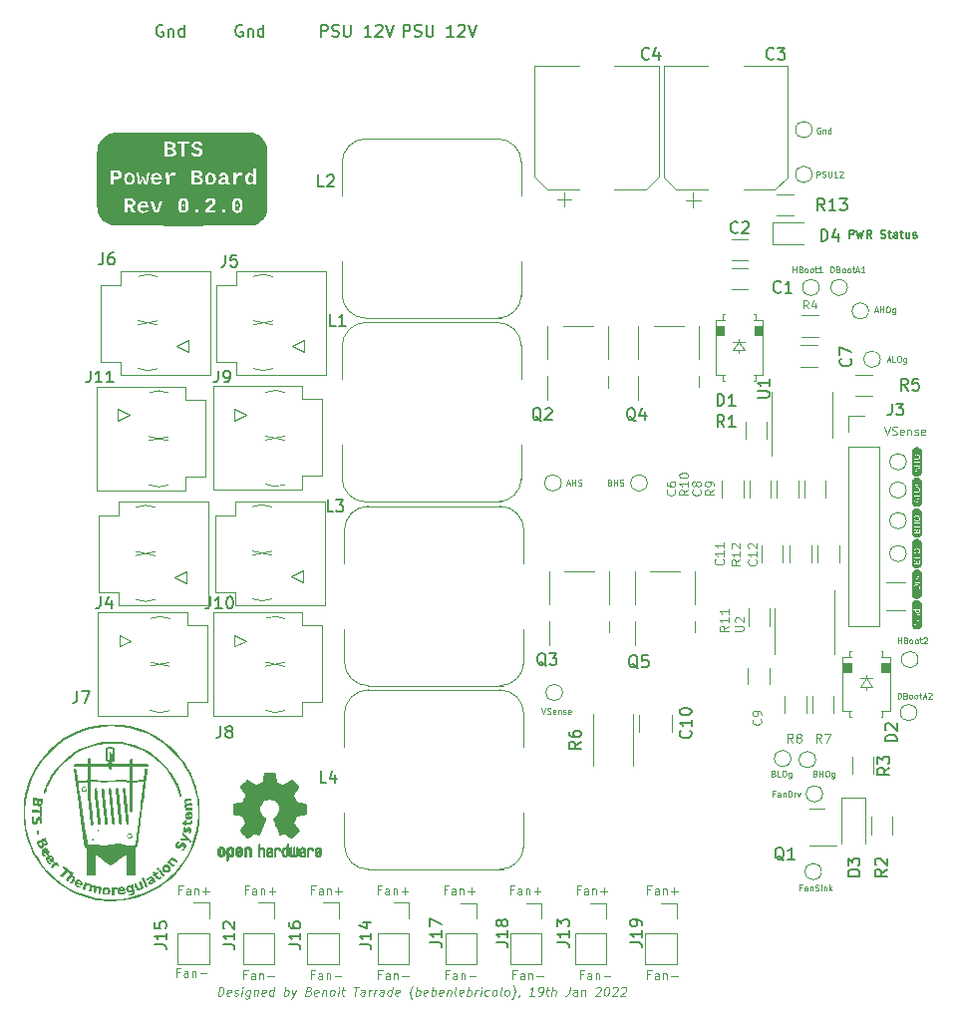
<source format=gbr>
%TF.GenerationSoftware,KiCad,Pcbnew,(6.0.1)*%
%TF.CreationDate,2022-01-20T11:55:35+01:00*%
%TF.ProjectId,BTS-MainBoard-Power,4254532d-4d61-4696-9e42-6f6172642d50,rev?*%
%TF.SameCoordinates,Original*%
%TF.FileFunction,Legend,Top*%
%TF.FilePolarity,Positive*%
%FSLAX46Y46*%
G04 Gerber Fmt 4.6, Leading zero omitted, Abs format (unit mm)*
G04 Created by KiCad (PCBNEW (6.0.1)) date 2022-01-20 11:55:35*
%MOMM*%
%LPD*%
G01*
G04 APERTURE LIST*
%ADD10C,0.120000*%
%ADD11C,0.150000*%
%ADD12C,0.100000*%
%ADD13C,0.010000*%
G04 APERTURE END LIST*
D10*
X185400000Y-91400000D02*
X187000000Y-91400000D01*
X185400000Y-93800000D02*
X187000000Y-93800000D01*
D11*
X137376190Y-45102380D02*
X137376190Y-44102380D01*
X137757142Y-44102380D01*
X137852380Y-44150000D01*
X137900000Y-44197619D01*
X137947619Y-44292857D01*
X137947619Y-44435714D01*
X137900000Y-44530952D01*
X137852380Y-44578571D01*
X137757142Y-44626190D01*
X137376190Y-44626190D01*
X138328571Y-45054761D02*
X138471428Y-45102380D01*
X138709523Y-45102380D01*
X138804761Y-45054761D01*
X138852380Y-45007142D01*
X138900000Y-44911904D01*
X138900000Y-44816666D01*
X138852380Y-44721428D01*
X138804761Y-44673809D01*
X138709523Y-44626190D01*
X138519047Y-44578571D01*
X138423809Y-44530952D01*
X138376190Y-44483333D01*
X138328571Y-44388095D01*
X138328571Y-44292857D01*
X138376190Y-44197619D01*
X138423809Y-44150000D01*
X138519047Y-44102380D01*
X138757142Y-44102380D01*
X138900000Y-44150000D01*
X139328571Y-44102380D02*
X139328571Y-44911904D01*
X139376190Y-45007142D01*
X139423809Y-45054761D01*
X139519047Y-45102380D01*
X139709523Y-45102380D01*
X139804761Y-45054761D01*
X139852380Y-45007142D01*
X139900000Y-44911904D01*
X139900000Y-44102380D01*
X141661904Y-45102380D02*
X141090476Y-45102380D01*
X141376190Y-45102380D02*
X141376190Y-44102380D01*
X141280952Y-44245238D01*
X141185714Y-44340476D01*
X141090476Y-44388095D01*
X142042857Y-44197619D02*
X142090476Y-44150000D01*
X142185714Y-44102380D01*
X142423809Y-44102380D01*
X142519047Y-44150000D01*
X142566666Y-44197619D01*
X142614285Y-44292857D01*
X142614285Y-44388095D01*
X142566666Y-44530952D01*
X141995238Y-45102380D01*
X142614285Y-45102380D01*
X142900000Y-44102380D02*
X143233333Y-45102380D01*
X143566666Y-44102380D01*
D12*
X180671428Y-65126190D02*
X180671428Y-64626190D01*
X180790476Y-64626190D01*
X180861904Y-64650000D01*
X180909523Y-64697619D01*
X180933333Y-64745238D01*
X180957142Y-64840476D01*
X180957142Y-64911904D01*
X180933333Y-65007142D01*
X180909523Y-65054761D01*
X180861904Y-65102380D01*
X180790476Y-65126190D01*
X180671428Y-65126190D01*
X181338095Y-64864285D02*
X181409523Y-64888095D01*
X181433333Y-64911904D01*
X181457142Y-64959523D01*
X181457142Y-65030952D01*
X181433333Y-65078571D01*
X181409523Y-65102380D01*
X181361904Y-65126190D01*
X181171428Y-65126190D01*
X181171428Y-64626190D01*
X181338095Y-64626190D01*
X181385714Y-64650000D01*
X181409523Y-64673809D01*
X181433333Y-64721428D01*
X181433333Y-64769047D01*
X181409523Y-64816666D01*
X181385714Y-64840476D01*
X181338095Y-64864285D01*
X181171428Y-64864285D01*
X181742857Y-65126190D02*
X181695238Y-65102380D01*
X181671428Y-65078571D01*
X181647619Y-65030952D01*
X181647619Y-64888095D01*
X181671428Y-64840476D01*
X181695238Y-64816666D01*
X181742857Y-64792857D01*
X181814285Y-64792857D01*
X181861904Y-64816666D01*
X181885714Y-64840476D01*
X181909523Y-64888095D01*
X181909523Y-65030952D01*
X181885714Y-65078571D01*
X181861904Y-65102380D01*
X181814285Y-65126190D01*
X181742857Y-65126190D01*
X182195238Y-65126190D02*
X182147619Y-65102380D01*
X182123809Y-65078571D01*
X182100000Y-65030952D01*
X182100000Y-64888095D01*
X182123809Y-64840476D01*
X182147619Y-64816666D01*
X182195238Y-64792857D01*
X182266666Y-64792857D01*
X182314285Y-64816666D01*
X182338095Y-64840476D01*
X182361904Y-64888095D01*
X182361904Y-65030952D01*
X182338095Y-65078571D01*
X182314285Y-65102380D01*
X182266666Y-65126190D01*
X182195238Y-65126190D01*
X182504761Y-64792857D02*
X182695238Y-64792857D01*
X182576190Y-64626190D02*
X182576190Y-65054761D01*
X182600000Y-65102380D01*
X182647619Y-65126190D01*
X182695238Y-65126190D01*
X182838095Y-64983333D02*
X183076190Y-64983333D01*
X182790476Y-65126190D02*
X182957142Y-64626190D01*
X183123809Y-65126190D01*
X183552380Y-65126190D02*
X183266666Y-65126190D01*
X183409523Y-65126190D02*
X183409523Y-64626190D01*
X183361904Y-64697619D01*
X183314285Y-64745238D01*
X183266666Y-64769047D01*
X131078570Y-124746428D02*
X130828570Y-124746428D01*
X130828570Y-125139285D02*
X130828570Y-124389285D01*
X131185713Y-124389285D01*
X131792856Y-125139285D02*
X131792856Y-124746428D01*
X131757142Y-124675000D01*
X131685713Y-124639285D01*
X131542856Y-124639285D01*
X131471427Y-124675000D01*
X131792856Y-125103571D02*
X131721427Y-125139285D01*
X131542856Y-125139285D01*
X131471427Y-125103571D01*
X131435713Y-125032142D01*
X131435713Y-124960714D01*
X131471427Y-124889285D01*
X131542856Y-124853571D01*
X131721427Y-124853571D01*
X131792856Y-124817857D01*
X132149999Y-124639285D02*
X132149999Y-125139285D01*
X132149999Y-124710714D02*
X132185713Y-124675000D01*
X132257142Y-124639285D01*
X132364285Y-124639285D01*
X132435713Y-124675000D01*
X132471427Y-124746428D01*
X132471427Y-125139285D01*
X132828570Y-124853571D02*
X133399999Y-124853571D01*
X165364285Y-117546428D02*
X165114285Y-117546428D01*
X165114285Y-117939285D02*
X165114285Y-117189285D01*
X165471428Y-117189285D01*
X166078571Y-117939285D02*
X166078571Y-117546428D01*
X166042857Y-117475000D01*
X165971428Y-117439285D01*
X165828571Y-117439285D01*
X165757142Y-117475000D01*
X166078571Y-117903571D02*
X166007142Y-117939285D01*
X165828571Y-117939285D01*
X165757142Y-117903571D01*
X165721428Y-117832142D01*
X165721428Y-117760714D01*
X165757142Y-117689285D01*
X165828571Y-117653571D01*
X166007142Y-117653571D01*
X166078571Y-117617857D01*
X166435714Y-117439285D02*
X166435714Y-117939285D01*
X166435714Y-117510714D02*
X166471428Y-117475000D01*
X166542857Y-117439285D01*
X166650000Y-117439285D01*
X166721428Y-117475000D01*
X166757142Y-117546428D01*
X166757142Y-117939285D01*
X167114285Y-117653571D02*
X167685714Y-117653571D01*
X167400000Y-117939285D02*
X167400000Y-117367857D01*
X136792855Y-124746428D02*
X136542855Y-124746428D01*
X136542855Y-125139285D02*
X136542855Y-124389285D01*
X136899998Y-124389285D01*
X137507141Y-125139285D02*
X137507141Y-124746428D01*
X137471427Y-124675000D01*
X137399998Y-124639285D01*
X137257141Y-124639285D01*
X137185712Y-124675000D01*
X137507141Y-125103571D02*
X137435712Y-125139285D01*
X137257141Y-125139285D01*
X137185712Y-125103571D01*
X137149998Y-125032142D01*
X137149998Y-124960714D01*
X137185712Y-124889285D01*
X137257141Y-124853571D01*
X137435712Y-124853571D01*
X137507141Y-124817857D01*
X137864284Y-124639285D02*
X137864284Y-125139285D01*
X137864284Y-124710714D02*
X137899998Y-124675000D01*
X137971427Y-124639285D01*
X138078570Y-124639285D01*
X138149998Y-124675000D01*
X138185712Y-124746428D01*
X138185712Y-125139285D01*
X138542855Y-124853571D02*
X139114284Y-124853571D01*
X161935714Y-82964285D02*
X162007142Y-82988095D01*
X162030952Y-83011904D01*
X162054761Y-83059523D01*
X162054761Y-83130952D01*
X162030952Y-83178571D01*
X162007142Y-83202380D01*
X161959523Y-83226190D01*
X161769047Y-83226190D01*
X161769047Y-82726190D01*
X161935714Y-82726190D01*
X161983333Y-82750000D01*
X162007142Y-82773809D01*
X162030952Y-82821428D01*
X162030952Y-82869047D01*
X162007142Y-82916666D01*
X161983333Y-82940476D01*
X161935714Y-82964285D01*
X161769047Y-82964285D01*
X162269047Y-83226190D02*
X162269047Y-82726190D01*
X162269047Y-82964285D02*
X162554761Y-82964285D01*
X162554761Y-83226190D02*
X162554761Y-82726190D01*
X162769047Y-83202380D02*
X162840476Y-83226190D01*
X162959523Y-83226190D01*
X163007142Y-83202380D01*
X163030952Y-83178571D01*
X163054761Y-83130952D01*
X163054761Y-83083333D01*
X163030952Y-83035714D01*
X163007142Y-83011904D01*
X162959523Y-82988095D01*
X162864285Y-82964285D01*
X162816666Y-82940476D01*
X162792857Y-82916666D01*
X162769047Y-82869047D01*
X162769047Y-82821428D01*
X162792857Y-82773809D01*
X162816666Y-82750000D01*
X162864285Y-82726190D01*
X162983333Y-82726190D01*
X163054761Y-82750000D01*
X148097617Y-117546428D02*
X147847617Y-117546428D01*
X147847617Y-117939285D02*
X147847617Y-117189285D01*
X148204760Y-117189285D01*
X148811903Y-117939285D02*
X148811903Y-117546428D01*
X148776189Y-117475000D01*
X148704760Y-117439285D01*
X148561903Y-117439285D01*
X148490474Y-117475000D01*
X148811903Y-117903571D02*
X148740474Y-117939285D01*
X148561903Y-117939285D01*
X148490474Y-117903571D01*
X148454760Y-117832142D01*
X148454760Y-117760714D01*
X148490474Y-117689285D01*
X148561903Y-117653571D01*
X148740474Y-117653571D01*
X148811903Y-117617857D01*
X149169046Y-117439285D02*
X149169046Y-117939285D01*
X149169046Y-117510714D02*
X149204760Y-117475000D01*
X149276189Y-117439285D01*
X149383332Y-117439285D01*
X149454760Y-117475000D01*
X149490474Y-117546428D01*
X149490474Y-117939285D01*
X149847617Y-117653571D02*
X150419046Y-117653571D01*
X150133332Y-117939285D02*
X150133332Y-117367857D01*
X184430952Y-68383333D02*
X184669047Y-68383333D01*
X184383333Y-68526190D02*
X184550000Y-68026190D01*
X184716666Y-68526190D01*
X184883333Y-68526190D02*
X184883333Y-68026190D01*
X184883333Y-68264285D02*
X185169047Y-68264285D01*
X185169047Y-68526190D02*
X185169047Y-68026190D01*
X185502380Y-68026190D02*
X185597619Y-68026190D01*
X185645238Y-68050000D01*
X185692857Y-68097619D01*
X185716666Y-68192857D01*
X185716666Y-68359523D01*
X185692857Y-68454761D01*
X185645238Y-68502380D01*
X185597619Y-68526190D01*
X185502380Y-68526190D01*
X185454761Y-68502380D01*
X185407142Y-68454761D01*
X185383333Y-68359523D01*
X185383333Y-68192857D01*
X185407142Y-68097619D01*
X185454761Y-68050000D01*
X185502380Y-68026190D01*
X186145238Y-68192857D02*
X186145238Y-68597619D01*
X186121428Y-68645238D01*
X186097619Y-68669047D01*
X186050000Y-68692857D01*
X185978571Y-68692857D01*
X185930952Y-68669047D01*
X186145238Y-68502380D02*
X186097619Y-68526190D01*
X186002380Y-68526190D01*
X185954761Y-68502380D01*
X185930952Y-68478571D01*
X185907142Y-68430952D01*
X185907142Y-68288095D01*
X185930952Y-68240476D01*
X185954761Y-68216666D01*
X186002380Y-68192857D01*
X186097619Y-68192857D01*
X186145238Y-68216666D01*
X165364285Y-124746428D02*
X165114285Y-124746428D01*
X165114285Y-125139285D02*
X165114285Y-124389285D01*
X165471428Y-124389285D01*
X166078571Y-125139285D02*
X166078571Y-124746428D01*
X166042857Y-124675000D01*
X165971428Y-124639285D01*
X165828571Y-124639285D01*
X165757142Y-124675000D01*
X166078571Y-125103571D02*
X166007142Y-125139285D01*
X165828571Y-125139285D01*
X165757142Y-125103571D01*
X165721428Y-125032142D01*
X165721428Y-124960714D01*
X165757142Y-124889285D01*
X165828571Y-124853571D01*
X166007142Y-124853571D01*
X166078571Y-124817857D01*
X166435714Y-124639285D02*
X166435714Y-125139285D01*
X166435714Y-124710714D02*
X166471428Y-124675000D01*
X166542857Y-124639285D01*
X166650000Y-124639285D01*
X166721428Y-124675000D01*
X166757142Y-124746428D01*
X166757142Y-125139285D01*
X167114285Y-124853571D02*
X167685714Y-124853571D01*
X153935710Y-124746428D02*
X153685710Y-124746428D01*
X153685710Y-125139285D02*
X153685710Y-124389285D01*
X154042853Y-124389285D01*
X154649996Y-125139285D02*
X154649996Y-124746428D01*
X154614282Y-124675000D01*
X154542853Y-124639285D01*
X154399996Y-124639285D01*
X154328567Y-124675000D01*
X154649996Y-125103571D02*
X154578567Y-125139285D01*
X154399996Y-125139285D01*
X154328567Y-125103571D01*
X154292853Y-125032142D01*
X154292853Y-124960714D01*
X154328567Y-124889285D01*
X154399996Y-124853571D01*
X154578567Y-124853571D01*
X154649996Y-124817857D01*
X155007139Y-124639285D02*
X155007139Y-125139285D01*
X155007139Y-124710714D02*
X155042853Y-124675000D01*
X155114282Y-124639285D01*
X155221425Y-124639285D01*
X155292853Y-124675000D01*
X155328567Y-124746428D01*
X155328567Y-125139285D01*
X155685710Y-124853571D02*
X156257139Y-124853571D01*
D11*
X182250000Y-62216666D02*
X182250000Y-61516666D01*
X182516666Y-61516666D01*
X182583333Y-61550000D01*
X182616666Y-61583333D01*
X182650000Y-61650000D01*
X182650000Y-61750000D01*
X182616666Y-61816666D01*
X182583333Y-61850000D01*
X182516666Y-61883333D01*
X182250000Y-61883333D01*
X182883333Y-61516666D02*
X183050000Y-62216666D01*
X183183333Y-61716666D01*
X183316666Y-62216666D01*
X183483333Y-61516666D01*
X184150000Y-62216666D02*
X183916666Y-61883333D01*
X183750000Y-62216666D02*
X183750000Y-61516666D01*
X184016666Y-61516666D01*
X184083333Y-61550000D01*
X184116666Y-61583333D01*
X184150000Y-61650000D01*
X184150000Y-61750000D01*
X184116666Y-61816666D01*
X184083333Y-61850000D01*
X184016666Y-61883333D01*
X183750000Y-61883333D01*
X184950000Y-62183333D02*
X185050000Y-62216666D01*
X185216666Y-62216666D01*
X185283333Y-62183333D01*
X185316666Y-62150000D01*
X185350000Y-62083333D01*
X185350000Y-62016666D01*
X185316666Y-61950000D01*
X185283333Y-61916666D01*
X185216666Y-61883333D01*
X185083333Y-61850000D01*
X185016666Y-61816666D01*
X184983333Y-61783333D01*
X184950000Y-61716666D01*
X184950000Y-61650000D01*
X184983333Y-61583333D01*
X185016666Y-61550000D01*
X185083333Y-61516666D01*
X185250000Y-61516666D01*
X185350000Y-61550000D01*
X185550000Y-61750000D02*
X185816666Y-61750000D01*
X185650000Y-61516666D02*
X185650000Y-62116666D01*
X185683333Y-62183333D01*
X185750000Y-62216666D01*
X185816666Y-62216666D01*
X186350000Y-62216666D02*
X186350000Y-61850000D01*
X186316666Y-61783333D01*
X186250000Y-61750000D01*
X186116666Y-61750000D01*
X186050000Y-61783333D01*
X186350000Y-62183333D02*
X186283333Y-62216666D01*
X186116666Y-62216666D01*
X186050000Y-62183333D01*
X186016666Y-62116666D01*
X186016666Y-62050000D01*
X186050000Y-61983333D01*
X186116666Y-61950000D01*
X186283333Y-61950000D01*
X186350000Y-61916666D01*
X186583333Y-61750000D02*
X186850000Y-61750000D01*
X186683333Y-61516666D02*
X186683333Y-62116666D01*
X186716666Y-62183333D01*
X186783333Y-62216666D01*
X186850000Y-62216666D01*
X187383333Y-61750000D02*
X187383333Y-62216666D01*
X187083333Y-61750000D02*
X187083333Y-62116666D01*
X187116666Y-62183333D01*
X187183333Y-62216666D01*
X187283333Y-62216666D01*
X187350000Y-62183333D01*
X187383333Y-62150000D01*
X187683333Y-62183333D02*
X187750000Y-62216666D01*
X187883333Y-62216666D01*
X187950000Y-62183333D01*
X187983333Y-62116666D01*
X187983333Y-62083333D01*
X187950000Y-62016666D01*
X187883333Y-61983333D01*
X187783333Y-61983333D01*
X187716666Y-61950000D01*
X187683333Y-61883333D01*
X187683333Y-61850000D01*
X187716666Y-61783333D01*
X187783333Y-61750000D01*
X187883333Y-61750000D01*
X187950000Y-61783333D01*
D12*
X175923809Y-109364285D02*
X175757142Y-109364285D01*
X175757142Y-109626190D02*
X175757142Y-109126190D01*
X175995238Y-109126190D01*
X176400000Y-109626190D02*
X176400000Y-109364285D01*
X176376190Y-109316666D01*
X176328571Y-109292857D01*
X176233333Y-109292857D01*
X176185714Y-109316666D01*
X176400000Y-109602380D02*
X176352380Y-109626190D01*
X176233333Y-109626190D01*
X176185714Y-109602380D01*
X176161904Y-109554761D01*
X176161904Y-109507142D01*
X176185714Y-109459523D01*
X176233333Y-109435714D01*
X176352380Y-109435714D01*
X176400000Y-109411904D01*
X176638095Y-109292857D02*
X176638095Y-109626190D01*
X176638095Y-109340476D02*
X176661904Y-109316666D01*
X176709523Y-109292857D01*
X176780952Y-109292857D01*
X176828571Y-109316666D01*
X176852380Y-109364285D01*
X176852380Y-109626190D01*
X177090476Y-109626190D02*
X177090476Y-109126190D01*
X177209523Y-109126190D01*
X177280952Y-109150000D01*
X177328571Y-109197619D01*
X177352380Y-109245238D01*
X177376190Y-109340476D01*
X177376190Y-109411904D01*
X177352380Y-109507142D01*
X177328571Y-109554761D01*
X177280952Y-109602380D01*
X177209523Y-109626190D01*
X177090476Y-109626190D01*
X177590476Y-109626190D02*
X177590476Y-109292857D01*
X177590476Y-109388095D02*
X177614285Y-109340476D01*
X177638095Y-109316666D01*
X177685714Y-109292857D01*
X177733333Y-109292857D01*
X177852380Y-109292857D02*
X177971428Y-109626190D01*
X178090476Y-109292857D01*
X125364285Y-124546428D02*
X125114285Y-124546428D01*
X125114285Y-124939285D02*
X125114285Y-124189285D01*
X125471428Y-124189285D01*
X126078571Y-124939285D02*
X126078571Y-124546428D01*
X126042857Y-124475000D01*
X125971428Y-124439285D01*
X125828571Y-124439285D01*
X125757142Y-124475000D01*
X126078571Y-124903571D02*
X126007142Y-124939285D01*
X125828571Y-124939285D01*
X125757142Y-124903571D01*
X125721428Y-124832142D01*
X125721428Y-124760714D01*
X125757142Y-124689285D01*
X125828571Y-124653571D01*
X126007142Y-124653571D01*
X126078571Y-124617857D01*
X126435714Y-124439285D02*
X126435714Y-124939285D01*
X126435714Y-124510714D02*
X126471428Y-124475000D01*
X126542857Y-124439285D01*
X126650000Y-124439285D01*
X126721428Y-124475000D01*
X126757142Y-124546428D01*
X126757142Y-124939285D01*
X127114285Y-124653571D02*
X127685714Y-124653571D01*
D11*
X123957142Y-44150000D02*
X123861904Y-44102380D01*
X123719047Y-44102380D01*
X123576190Y-44150000D01*
X123480952Y-44245238D01*
X123433333Y-44340476D01*
X123385714Y-44530952D01*
X123385714Y-44673809D01*
X123433333Y-44864285D01*
X123480952Y-44959523D01*
X123576190Y-45054761D01*
X123719047Y-45102380D01*
X123814285Y-45102380D01*
X123957142Y-45054761D01*
X124004761Y-45007142D01*
X124004761Y-44673809D01*
X123814285Y-44673809D01*
X124433333Y-44435714D02*
X124433333Y-45102380D01*
X124433333Y-44530952D02*
X124480952Y-44483333D01*
X124576190Y-44435714D01*
X124719047Y-44435714D01*
X124814285Y-44483333D01*
X124861904Y-44578571D01*
X124861904Y-45102380D01*
X125766666Y-45102380D02*
X125766666Y-44102380D01*
X125766666Y-45054761D02*
X125671428Y-45102380D01*
X125480952Y-45102380D01*
X125385714Y-45054761D01*
X125338095Y-45007142D01*
X125290476Y-44911904D01*
X125290476Y-44626190D01*
X125338095Y-44530952D01*
X125385714Y-44483333D01*
X125480952Y-44435714D01*
X125671428Y-44435714D01*
X125766666Y-44483333D01*
X144376190Y-45102380D02*
X144376190Y-44102380D01*
X144757142Y-44102380D01*
X144852380Y-44150000D01*
X144900000Y-44197619D01*
X144947619Y-44292857D01*
X144947619Y-44435714D01*
X144900000Y-44530952D01*
X144852380Y-44578571D01*
X144757142Y-44626190D01*
X144376190Y-44626190D01*
X145328571Y-45054761D02*
X145471428Y-45102380D01*
X145709523Y-45102380D01*
X145804761Y-45054761D01*
X145852380Y-45007142D01*
X145900000Y-44911904D01*
X145900000Y-44816666D01*
X145852380Y-44721428D01*
X145804761Y-44673809D01*
X145709523Y-44626190D01*
X145519047Y-44578571D01*
X145423809Y-44530952D01*
X145376190Y-44483333D01*
X145328571Y-44388095D01*
X145328571Y-44292857D01*
X145376190Y-44197619D01*
X145423809Y-44150000D01*
X145519047Y-44102380D01*
X145757142Y-44102380D01*
X145900000Y-44150000D01*
X146328571Y-44102380D02*
X146328571Y-44911904D01*
X146376190Y-45007142D01*
X146423809Y-45054761D01*
X146519047Y-45102380D01*
X146709523Y-45102380D01*
X146804761Y-45054761D01*
X146852380Y-45007142D01*
X146900000Y-44911904D01*
X146900000Y-44102380D01*
X148661904Y-45102380D02*
X148090476Y-45102380D01*
X148376190Y-45102380D02*
X148376190Y-44102380D01*
X148280952Y-44245238D01*
X148185714Y-44340476D01*
X148090476Y-44388095D01*
X149042857Y-44197619D02*
X149090476Y-44150000D01*
X149185714Y-44102380D01*
X149423809Y-44102380D01*
X149519047Y-44150000D01*
X149566666Y-44197619D01*
X149614285Y-44292857D01*
X149614285Y-44388095D01*
X149566666Y-44530952D01*
X148995238Y-45102380D01*
X149614285Y-45102380D01*
X149900000Y-44102380D02*
X150233333Y-45102380D01*
X150566666Y-44102380D01*
D12*
X128643281Y-126539285D02*
X128737031Y-125789285D01*
X128915602Y-125789285D01*
X129018281Y-125825000D01*
X129080781Y-125896428D01*
X129107566Y-125967857D01*
X129125424Y-126110714D01*
X129112031Y-126217857D01*
X129058459Y-126360714D01*
X129013816Y-126432142D01*
X128933459Y-126503571D01*
X128821852Y-126539285D01*
X128643281Y-126539285D01*
X129683459Y-126503571D02*
X129607566Y-126539285D01*
X129464709Y-126539285D01*
X129397745Y-126503571D01*
X129370959Y-126432142D01*
X129406674Y-126146428D01*
X129451316Y-126075000D01*
X129527209Y-126039285D01*
X129670066Y-126039285D01*
X129737031Y-126075000D01*
X129763816Y-126146428D01*
X129754888Y-126217857D01*
X129388816Y-126289285D01*
X130004888Y-126503571D02*
X130071852Y-126539285D01*
X130214709Y-126539285D01*
X130290602Y-126503571D01*
X130335245Y-126432142D01*
X130339709Y-126396428D01*
X130312924Y-126325000D01*
X130245959Y-126289285D01*
X130138816Y-126289285D01*
X130071852Y-126253571D01*
X130045066Y-126182142D01*
X130049531Y-126146428D01*
X130094174Y-126075000D01*
X130170066Y-126039285D01*
X130277209Y-126039285D01*
X130344174Y-126075000D01*
X130643281Y-126539285D02*
X130705781Y-126039285D01*
X130737031Y-125789285D02*
X130696852Y-125825000D01*
X130728102Y-125860714D01*
X130768281Y-125825000D01*
X130737031Y-125789285D01*
X130728102Y-125860714D01*
X131384352Y-126039285D02*
X131308459Y-126646428D01*
X131263816Y-126717857D01*
X131223638Y-126753571D01*
X131147745Y-126789285D01*
X131040602Y-126789285D01*
X130973638Y-126753571D01*
X131326316Y-126503571D02*
X131250424Y-126539285D01*
X131107566Y-126539285D01*
X131040602Y-126503571D01*
X131009352Y-126467857D01*
X130982566Y-126396428D01*
X131009352Y-126182142D01*
X131053995Y-126110714D01*
X131094174Y-126075000D01*
X131170066Y-126039285D01*
X131312924Y-126039285D01*
X131379888Y-126075000D01*
X131741495Y-126039285D02*
X131678995Y-126539285D01*
X131732566Y-126110714D02*
X131772745Y-126075000D01*
X131848638Y-126039285D01*
X131955781Y-126039285D01*
X132022745Y-126075000D01*
X132049531Y-126146428D01*
X132000424Y-126539285D01*
X132647745Y-126503571D02*
X132571852Y-126539285D01*
X132428995Y-126539285D01*
X132362031Y-126503571D01*
X132335245Y-126432142D01*
X132370959Y-126146428D01*
X132415602Y-126075000D01*
X132491495Y-126039285D01*
X132634352Y-126039285D01*
X132701316Y-126075000D01*
X132728102Y-126146428D01*
X132719174Y-126217857D01*
X132353102Y-126289285D01*
X133321852Y-126539285D02*
X133415602Y-125789285D01*
X133326316Y-126503571D02*
X133250424Y-126539285D01*
X133107566Y-126539285D01*
X133040602Y-126503571D01*
X133009352Y-126467857D01*
X132982566Y-126396428D01*
X133009352Y-126182142D01*
X133053995Y-126110714D01*
X133094174Y-126075000D01*
X133170066Y-126039285D01*
X133312924Y-126039285D01*
X133379888Y-126075000D01*
X134250424Y-126539285D02*
X134344174Y-125789285D01*
X134308459Y-126075000D02*
X134384352Y-126039285D01*
X134527209Y-126039285D01*
X134594174Y-126075000D01*
X134625424Y-126110714D01*
X134652209Y-126182142D01*
X134625424Y-126396428D01*
X134580781Y-126467857D01*
X134540602Y-126503571D01*
X134464709Y-126539285D01*
X134321852Y-126539285D01*
X134254888Y-126503571D01*
X134920066Y-126039285D02*
X135036138Y-126539285D01*
X135277209Y-126039285D02*
X135036138Y-126539285D01*
X134942388Y-126717857D01*
X134902209Y-126753571D01*
X134826316Y-126789285D01*
X136370959Y-126146428D02*
X136473638Y-126182142D01*
X136504888Y-126217857D01*
X136531674Y-126289285D01*
X136518281Y-126396428D01*
X136473638Y-126467857D01*
X136433459Y-126503571D01*
X136357566Y-126539285D01*
X136071852Y-126539285D01*
X136165602Y-125789285D01*
X136415602Y-125789285D01*
X136482566Y-125825000D01*
X136513816Y-125860714D01*
X136540602Y-125932142D01*
X136531674Y-126003571D01*
X136487031Y-126075000D01*
X136446852Y-126110714D01*
X136370959Y-126146428D01*
X136120959Y-126146428D01*
X137112031Y-126503571D02*
X137036138Y-126539285D01*
X136893281Y-126539285D01*
X136826316Y-126503571D01*
X136799531Y-126432142D01*
X136835245Y-126146428D01*
X136879888Y-126075000D01*
X136955781Y-126039285D01*
X137098638Y-126039285D01*
X137165602Y-126075000D01*
X137192388Y-126146428D01*
X137183459Y-126217857D01*
X136817388Y-126289285D01*
X137527209Y-126039285D02*
X137464709Y-126539285D01*
X137518281Y-126110714D02*
X137558459Y-126075000D01*
X137634352Y-126039285D01*
X137741495Y-126039285D01*
X137808459Y-126075000D01*
X137835245Y-126146428D01*
X137786138Y-126539285D01*
X138250424Y-126539285D02*
X138183459Y-126503571D01*
X138152209Y-126467857D01*
X138125424Y-126396428D01*
X138152209Y-126182142D01*
X138196852Y-126110714D01*
X138237031Y-126075000D01*
X138312924Y-126039285D01*
X138420066Y-126039285D01*
X138487031Y-126075000D01*
X138518281Y-126110714D01*
X138545066Y-126182142D01*
X138518281Y-126396428D01*
X138473638Y-126467857D01*
X138433459Y-126503571D01*
X138357566Y-126539285D01*
X138250424Y-126539285D01*
X138821852Y-126539285D02*
X138884352Y-126039285D01*
X138915602Y-125789285D02*
X138875424Y-125825000D01*
X138906674Y-125860714D01*
X138946852Y-125825000D01*
X138915602Y-125789285D01*
X138906674Y-125860714D01*
X139134352Y-126039285D02*
X139420066Y-126039285D01*
X139272745Y-125789285D02*
X139192388Y-126432142D01*
X139219174Y-126503571D01*
X139286138Y-126539285D01*
X139357566Y-126539285D01*
X140165602Y-125789285D02*
X140594174Y-125789285D01*
X140286138Y-126539285D02*
X140379888Y-125789285D01*
X141071852Y-126539285D02*
X141120959Y-126146428D01*
X141094174Y-126075000D01*
X141027209Y-126039285D01*
X140884352Y-126039285D01*
X140808459Y-126075000D01*
X141076316Y-126503571D02*
X141000424Y-126539285D01*
X140821852Y-126539285D01*
X140754888Y-126503571D01*
X140728102Y-126432142D01*
X140737031Y-126360714D01*
X140781674Y-126289285D01*
X140857566Y-126253571D01*
X141036138Y-126253571D01*
X141112031Y-126217857D01*
X141428995Y-126539285D02*
X141491495Y-126039285D01*
X141473638Y-126182142D02*
X141518281Y-126110714D01*
X141558459Y-126075000D01*
X141634352Y-126039285D01*
X141705781Y-126039285D01*
X141893281Y-126539285D02*
X141955781Y-126039285D01*
X141937924Y-126182142D02*
X141982566Y-126110714D01*
X142022745Y-126075000D01*
X142098638Y-126039285D01*
X142170066Y-126039285D01*
X142678995Y-126539285D02*
X142728102Y-126146428D01*
X142701316Y-126075000D01*
X142634352Y-126039285D01*
X142491495Y-126039285D01*
X142415602Y-126075000D01*
X142683459Y-126503571D02*
X142607566Y-126539285D01*
X142428995Y-126539285D01*
X142362031Y-126503571D01*
X142335245Y-126432142D01*
X142344174Y-126360714D01*
X142388816Y-126289285D01*
X142464709Y-126253571D01*
X142643281Y-126253571D01*
X142719174Y-126217857D01*
X143357566Y-126539285D02*
X143451316Y-125789285D01*
X143362031Y-126503571D02*
X143286138Y-126539285D01*
X143143281Y-126539285D01*
X143076316Y-126503571D01*
X143045066Y-126467857D01*
X143018281Y-126396428D01*
X143045066Y-126182142D01*
X143089709Y-126110714D01*
X143129888Y-126075000D01*
X143205781Y-126039285D01*
X143348638Y-126039285D01*
X143415602Y-126075000D01*
X144004888Y-126503571D02*
X143928995Y-126539285D01*
X143786138Y-126539285D01*
X143719174Y-126503571D01*
X143692388Y-126432142D01*
X143728102Y-126146428D01*
X143772745Y-126075000D01*
X143848638Y-126039285D01*
X143991495Y-126039285D01*
X144058459Y-126075000D01*
X144085245Y-126146428D01*
X144076316Y-126217857D01*
X143710245Y-126289285D01*
X145107566Y-126825000D02*
X145076316Y-126789285D01*
X145018281Y-126682142D01*
X144991495Y-126610714D01*
X144969174Y-126503571D01*
X144955781Y-126325000D01*
X144973638Y-126182142D01*
X145031674Y-126003571D01*
X145080781Y-125896428D01*
X145125424Y-125825000D01*
X145210245Y-125717857D01*
X145250424Y-125682142D01*
X145428995Y-126539285D02*
X145522745Y-125789285D01*
X145487031Y-126075000D02*
X145562924Y-126039285D01*
X145705781Y-126039285D01*
X145772745Y-126075000D01*
X145803995Y-126110714D01*
X145830781Y-126182142D01*
X145803995Y-126396428D01*
X145759352Y-126467857D01*
X145719174Y-126503571D01*
X145643281Y-126539285D01*
X145500424Y-126539285D01*
X145433459Y-126503571D01*
X146397745Y-126503571D02*
X146321852Y-126539285D01*
X146178995Y-126539285D01*
X146112031Y-126503571D01*
X146085245Y-126432142D01*
X146120959Y-126146428D01*
X146165602Y-126075000D01*
X146241495Y-126039285D01*
X146384352Y-126039285D01*
X146451316Y-126075000D01*
X146478102Y-126146428D01*
X146469174Y-126217857D01*
X146103102Y-126289285D01*
X146750424Y-126539285D02*
X146844174Y-125789285D01*
X146808459Y-126075000D02*
X146884352Y-126039285D01*
X147027209Y-126039285D01*
X147094174Y-126075000D01*
X147125424Y-126110714D01*
X147152209Y-126182142D01*
X147125424Y-126396428D01*
X147080781Y-126467857D01*
X147040602Y-126503571D01*
X146964709Y-126539285D01*
X146821852Y-126539285D01*
X146754888Y-126503571D01*
X147719174Y-126503571D02*
X147643281Y-126539285D01*
X147500424Y-126539285D01*
X147433459Y-126503571D01*
X147406674Y-126432142D01*
X147442388Y-126146428D01*
X147487031Y-126075000D01*
X147562924Y-126039285D01*
X147705781Y-126039285D01*
X147772745Y-126075000D01*
X147799531Y-126146428D01*
X147790602Y-126217857D01*
X147424531Y-126289285D01*
X148134352Y-126039285D02*
X148071852Y-126539285D01*
X148125424Y-126110714D02*
X148165602Y-126075000D01*
X148241495Y-126039285D01*
X148348638Y-126039285D01*
X148415602Y-126075000D01*
X148442388Y-126146428D01*
X148393281Y-126539285D01*
X148857566Y-126539285D02*
X148790602Y-126503571D01*
X148763816Y-126432142D01*
X148844174Y-125789285D01*
X149433459Y-126503571D02*
X149357566Y-126539285D01*
X149214709Y-126539285D01*
X149147745Y-126503571D01*
X149120959Y-126432142D01*
X149156674Y-126146428D01*
X149201316Y-126075000D01*
X149277209Y-126039285D01*
X149420066Y-126039285D01*
X149487031Y-126075000D01*
X149513816Y-126146428D01*
X149504888Y-126217857D01*
X149138816Y-126289285D01*
X149786138Y-126539285D02*
X149879888Y-125789285D01*
X149844174Y-126075000D02*
X149920066Y-126039285D01*
X150062924Y-126039285D01*
X150129888Y-126075000D01*
X150161138Y-126110714D01*
X150187924Y-126182142D01*
X150161138Y-126396428D01*
X150116495Y-126467857D01*
X150076316Y-126503571D01*
X150000424Y-126539285D01*
X149857566Y-126539285D01*
X149790602Y-126503571D01*
X150464709Y-126539285D02*
X150527209Y-126039285D01*
X150509352Y-126182142D02*
X150553995Y-126110714D01*
X150594174Y-126075000D01*
X150670066Y-126039285D01*
X150741495Y-126039285D01*
X150928995Y-126539285D02*
X150991495Y-126039285D01*
X151022745Y-125789285D02*
X150982566Y-125825000D01*
X151013816Y-125860714D01*
X151053995Y-125825000D01*
X151022745Y-125789285D01*
X151013816Y-125860714D01*
X151612031Y-126503571D02*
X151536138Y-126539285D01*
X151393281Y-126539285D01*
X151326316Y-126503571D01*
X151295066Y-126467857D01*
X151268281Y-126396428D01*
X151295066Y-126182142D01*
X151339709Y-126110714D01*
X151379888Y-126075000D01*
X151455781Y-126039285D01*
X151598638Y-126039285D01*
X151665602Y-126075000D01*
X152036138Y-126539285D02*
X151969174Y-126503571D01*
X151937924Y-126467857D01*
X151911138Y-126396428D01*
X151937924Y-126182142D01*
X151982566Y-126110714D01*
X152022745Y-126075000D01*
X152098638Y-126039285D01*
X152205781Y-126039285D01*
X152272745Y-126075000D01*
X152303995Y-126110714D01*
X152330781Y-126182142D01*
X152303995Y-126396428D01*
X152259352Y-126467857D01*
X152219174Y-126503571D01*
X152143281Y-126539285D01*
X152036138Y-126539285D01*
X152714709Y-126539285D02*
X152647745Y-126503571D01*
X152620959Y-126432142D01*
X152701316Y-125789285D01*
X153107566Y-126539285D02*
X153040602Y-126503571D01*
X153009352Y-126467857D01*
X152982566Y-126396428D01*
X153009352Y-126182142D01*
X153053995Y-126110714D01*
X153094174Y-126075000D01*
X153170066Y-126039285D01*
X153277209Y-126039285D01*
X153344174Y-126075000D01*
X153375424Y-126110714D01*
X153402209Y-126182142D01*
X153375424Y-126396428D01*
X153330781Y-126467857D01*
X153290602Y-126503571D01*
X153214709Y-126539285D01*
X153107566Y-126539285D01*
X153571852Y-126825000D02*
X153612031Y-126789285D01*
X153696852Y-126682142D01*
X153741495Y-126610714D01*
X153790602Y-126503571D01*
X153848638Y-126325000D01*
X153866495Y-126182142D01*
X153853102Y-126003571D01*
X153830781Y-125896428D01*
X153803995Y-125825000D01*
X153745959Y-125717857D01*
X153714709Y-125682142D01*
X154219174Y-126503571D02*
X154214709Y-126539285D01*
X154170066Y-126610714D01*
X154129888Y-126646428D01*
X155500424Y-126539285D02*
X155071852Y-126539285D01*
X155286138Y-126539285D02*
X155379888Y-125789285D01*
X155295066Y-125896428D01*
X155214709Y-125967857D01*
X155138816Y-126003571D01*
X155857566Y-126539285D02*
X156000424Y-126539285D01*
X156076316Y-126503571D01*
X156116495Y-126467857D01*
X156201316Y-126360714D01*
X156254888Y-126217857D01*
X156290602Y-125932142D01*
X156263816Y-125860714D01*
X156232566Y-125825000D01*
X156165602Y-125789285D01*
X156022745Y-125789285D01*
X155946852Y-125825000D01*
X155906674Y-125860714D01*
X155862031Y-125932142D01*
X155839709Y-126110714D01*
X155866495Y-126182142D01*
X155897745Y-126217857D01*
X155964709Y-126253571D01*
X156107566Y-126253571D01*
X156183459Y-126217857D01*
X156223638Y-126182142D01*
X156268281Y-126110714D01*
X156491495Y-126039285D02*
X156777209Y-126039285D01*
X156629888Y-125789285D02*
X156549531Y-126432142D01*
X156576316Y-126503571D01*
X156643281Y-126539285D01*
X156714709Y-126539285D01*
X156964709Y-126539285D02*
X157058459Y-125789285D01*
X157286138Y-126539285D02*
X157335245Y-126146428D01*
X157308459Y-126075000D01*
X157241495Y-126039285D01*
X157134352Y-126039285D01*
X157058459Y-126075000D01*
X157018281Y-126110714D01*
X158522745Y-125789285D02*
X158455781Y-126325000D01*
X158406674Y-126432142D01*
X158326316Y-126503571D01*
X158214709Y-126539285D01*
X158143281Y-126539285D01*
X159107566Y-126539285D02*
X159156674Y-126146428D01*
X159129888Y-126075000D01*
X159062924Y-126039285D01*
X158920066Y-126039285D01*
X158844174Y-126075000D01*
X159112031Y-126503571D02*
X159036138Y-126539285D01*
X158857566Y-126539285D01*
X158790602Y-126503571D01*
X158763816Y-126432142D01*
X158772745Y-126360714D01*
X158817388Y-126289285D01*
X158893281Y-126253571D01*
X159071852Y-126253571D01*
X159147745Y-126217857D01*
X159527209Y-126039285D02*
X159464709Y-126539285D01*
X159518281Y-126110714D02*
X159558459Y-126075000D01*
X159634352Y-126039285D01*
X159741495Y-126039285D01*
X159808459Y-126075000D01*
X159835245Y-126146428D01*
X159786138Y-126539285D01*
X160763816Y-125860714D02*
X160803995Y-125825000D01*
X160879888Y-125789285D01*
X161058459Y-125789285D01*
X161125424Y-125825000D01*
X161156674Y-125860714D01*
X161183459Y-125932142D01*
X161174531Y-126003571D01*
X161125424Y-126110714D01*
X160643281Y-126539285D01*
X161107566Y-126539285D01*
X161665602Y-125789285D02*
X161737031Y-125789285D01*
X161803995Y-125825000D01*
X161835245Y-125860714D01*
X161862031Y-125932142D01*
X161879888Y-126075000D01*
X161857566Y-126253571D01*
X161803995Y-126396428D01*
X161759352Y-126467857D01*
X161719174Y-126503571D01*
X161643281Y-126539285D01*
X161571852Y-126539285D01*
X161504888Y-126503571D01*
X161473638Y-126467857D01*
X161446852Y-126396428D01*
X161428995Y-126253571D01*
X161451316Y-126075000D01*
X161504888Y-125932142D01*
X161549531Y-125860714D01*
X161589709Y-125825000D01*
X161665602Y-125789285D01*
X162192388Y-125860714D02*
X162232566Y-125825000D01*
X162308459Y-125789285D01*
X162487031Y-125789285D01*
X162553995Y-125825000D01*
X162585245Y-125860714D01*
X162612031Y-125932142D01*
X162603102Y-126003571D01*
X162553995Y-126110714D01*
X162071852Y-126539285D01*
X162536138Y-126539285D01*
X162906674Y-125860714D02*
X162946852Y-125825000D01*
X163022745Y-125789285D01*
X163201316Y-125789285D01*
X163268281Y-125825000D01*
X163299531Y-125860714D01*
X163326316Y-125932142D01*
X163317388Y-126003571D01*
X163268281Y-126110714D01*
X162786138Y-126539285D01*
X163250424Y-126539285D01*
X159364285Y-117546428D02*
X159114285Y-117546428D01*
X159114285Y-117939285D02*
X159114285Y-117189285D01*
X159471428Y-117189285D01*
X160078571Y-117939285D02*
X160078571Y-117546428D01*
X160042857Y-117475000D01*
X159971428Y-117439285D01*
X159828571Y-117439285D01*
X159757142Y-117475000D01*
X160078571Y-117903571D02*
X160007142Y-117939285D01*
X159828571Y-117939285D01*
X159757142Y-117903571D01*
X159721428Y-117832142D01*
X159721428Y-117760714D01*
X159757142Y-117689285D01*
X159828571Y-117653571D01*
X160007142Y-117653571D01*
X160078571Y-117617857D01*
X160435714Y-117439285D02*
X160435714Y-117939285D01*
X160435714Y-117510714D02*
X160471428Y-117475000D01*
X160542857Y-117439285D01*
X160650000Y-117439285D01*
X160721428Y-117475000D01*
X160757142Y-117546428D01*
X160757142Y-117939285D01*
X161114285Y-117653571D02*
X161685714Y-117653571D01*
X161400000Y-117939285D02*
X161400000Y-117367857D01*
X142507140Y-124746428D02*
X142257140Y-124746428D01*
X142257140Y-125139285D02*
X142257140Y-124389285D01*
X142614283Y-124389285D01*
X143221426Y-125139285D02*
X143221426Y-124746428D01*
X143185712Y-124675000D01*
X143114283Y-124639285D01*
X142971426Y-124639285D01*
X142899997Y-124675000D01*
X143221426Y-125103571D02*
X143149997Y-125139285D01*
X142971426Y-125139285D01*
X142899997Y-125103571D01*
X142864283Y-125032142D01*
X142864283Y-124960714D01*
X142899997Y-124889285D01*
X142971426Y-124853571D01*
X143149997Y-124853571D01*
X143221426Y-124817857D01*
X143578569Y-124639285D02*
X143578569Y-125139285D01*
X143578569Y-124710714D02*
X143614283Y-124675000D01*
X143685712Y-124639285D01*
X143792855Y-124639285D01*
X143864283Y-124675000D01*
X143899997Y-124746428D01*
X143899997Y-125139285D01*
X144257140Y-124853571D02*
X144828569Y-124853571D01*
X179385714Y-107664285D02*
X179457142Y-107688095D01*
X179480952Y-107711904D01*
X179504761Y-107759523D01*
X179504761Y-107830952D01*
X179480952Y-107878571D01*
X179457142Y-107902380D01*
X179409523Y-107926190D01*
X179219047Y-107926190D01*
X179219047Y-107426190D01*
X179385714Y-107426190D01*
X179433333Y-107450000D01*
X179457142Y-107473809D01*
X179480952Y-107521428D01*
X179480952Y-107569047D01*
X179457142Y-107616666D01*
X179433333Y-107640476D01*
X179385714Y-107664285D01*
X179219047Y-107664285D01*
X179719047Y-107926190D02*
X179719047Y-107426190D01*
X179719047Y-107664285D02*
X180004761Y-107664285D01*
X180004761Y-107926190D02*
X180004761Y-107426190D01*
X180338095Y-107426190D02*
X180433333Y-107426190D01*
X180480952Y-107450000D01*
X180528571Y-107497619D01*
X180552380Y-107592857D01*
X180552380Y-107759523D01*
X180528571Y-107854761D01*
X180480952Y-107902380D01*
X180433333Y-107926190D01*
X180338095Y-107926190D01*
X180290476Y-107902380D01*
X180242857Y-107854761D01*
X180219047Y-107759523D01*
X180219047Y-107592857D01*
X180242857Y-107497619D01*
X180290476Y-107450000D01*
X180338095Y-107426190D01*
X180980952Y-107592857D02*
X180980952Y-107997619D01*
X180957142Y-108045238D01*
X180933333Y-108069047D01*
X180885714Y-108092857D01*
X180814285Y-108092857D01*
X180766666Y-108069047D01*
X180980952Y-107902380D02*
X180933333Y-107926190D01*
X180838095Y-107926190D01*
X180790476Y-107902380D01*
X180766666Y-107878571D01*
X180742857Y-107830952D01*
X180742857Y-107688095D01*
X180766666Y-107640476D01*
X180790476Y-107616666D01*
X180838095Y-107592857D01*
X180933333Y-107592857D01*
X180980952Y-107616666D01*
X186371428Y-101326190D02*
X186371428Y-100826190D01*
X186490476Y-100826190D01*
X186561904Y-100850000D01*
X186609523Y-100897619D01*
X186633333Y-100945238D01*
X186657142Y-101040476D01*
X186657142Y-101111904D01*
X186633333Y-101207142D01*
X186609523Y-101254761D01*
X186561904Y-101302380D01*
X186490476Y-101326190D01*
X186371428Y-101326190D01*
X187038095Y-101064285D02*
X187109523Y-101088095D01*
X187133333Y-101111904D01*
X187157142Y-101159523D01*
X187157142Y-101230952D01*
X187133333Y-101278571D01*
X187109523Y-101302380D01*
X187061904Y-101326190D01*
X186871428Y-101326190D01*
X186871428Y-100826190D01*
X187038095Y-100826190D01*
X187085714Y-100850000D01*
X187109523Y-100873809D01*
X187133333Y-100921428D01*
X187133333Y-100969047D01*
X187109523Y-101016666D01*
X187085714Y-101040476D01*
X187038095Y-101064285D01*
X186871428Y-101064285D01*
X187442857Y-101326190D02*
X187395238Y-101302380D01*
X187371428Y-101278571D01*
X187347619Y-101230952D01*
X187347619Y-101088095D01*
X187371428Y-101040476D01*
X187395238Y-101016666D01*
X187442857Y-100992857D01*
X187514285Y-100992857D01*
X187561904Y-101016666D01*
X187585714Y-101040476D01*
X187609523Y-101088095D01*
X187609523Y-101230952D01*
X187585714Y-101278571D01*
X187561904Y-101302380D01*
X187514285Y-101326190D01*
X187442857Y-101326190D01*
X187895238Y-101326190D02*
X187847619Y-101302380D01*
X187823809Y-101278571D01*
X187800000Y-101230952D01*
X187800000Y-101088095D01*
X187823809Y-101040476D01*
X187847619Y-101016666D01*
X187895238Y-100992857D01*
X187966666Y-100992857D01*
X188014285Y-101016666D01*
X188038095Y-101040476D01*
X188061904Y-101088095D01*
X188061904Y-101230952D01*
X188038095Y-101278571D01*
X188014285Y-101302380D01*
X187966666Y-101326190D01*
X187895238Y-101326190D01*
X188204761Y-100992857D02*
X188395238Y-100992857D01*
X188276190Y-100826190D02*
X188276190Y-101254761D01*
X188300000Y-101302380D01*
X188347619Y-101326190D01*
X188395238Y-101326190D01*
X188538095Y-101183333D02*
X188776190Y-101183333D01*
X188490476Y-101326190D02*
X188657142Y-100826190D01*
X188823809Y-101326190D01*
X188966666Y-100873809D02*
X188990476Y-100850000D01*
X189038095Y-100826190D01*
X189157142Y-100826190D01*
X189204761Y-100850000D01*
X189228571Y-100873809D01*
X189252380Y-100921428D01*
X189252380Y-100969047D01*
X189228571Y-101040476D01*
X188942857Y-101326190D01*
X189252380Y-101326190D01*
X159649995Y-124746428D02*
X159399995Y-124746428D01*
X159399995Y-125139285D02*
X159399995Y-124389285D01*
X159757138Y-124389285D01*
X160364281Y-125139285D02*
X160364281Y-124746428D01*
X160328567Y-124675000D01*
X160257138Y-124639285D01*
X160114281Y-124639285D01*
X160042852Y-124675000D01*
X160364281Y-125103571D02*
X160292852Y-125139285D01*
X160114281Y-125139285D01*
X160042852Y-125103571D01*
X160007138Y-125032142D01*
X160007138Y-124960714D01*
X160042852Y-124889285D01*
X160114281Y-124853571D01*
X160292852Y-124853571D01*
X160364281Y-124817857D01*
X160721424Y-124639285D02*
X160721424Y-125139285D01*
X160721424Y-124710714D02*
X160757138Y-124675000D01*
X160828567Y-124639285D01*
X160935710Y-124639285D01*
X161007138Y-124675000D01*
X161042852Y-124746428D01*
X161042852Y-125139285D01*
X161399995Y-124853571D02*
X161971424Y-124853571D01*
X177473809Y-65126190D02*
X177473809Y-64626190D01*
X177473809Y-64864285D02*
X177759523Y-64864285D01*
X177759523Y-65126190D02*
X177759523Y-64626190D01*
X178164285Y-64864285D02*
X178235714Y-64888095D01*
X178259523Y-64911904D01*
X178283333Y-64959523D01*
X178283333Y-65030952D01*
X178259523Y-65078571D01*
X178235714Y-65102380D01*
X178188095Y-65126190D01*
X177997619Y-65126190D01*
X177997619Y-64626190D01*
X178164285Y-64626190D01*
X178211904Y-64650000D01*
X178235714Y-64673809D01*
X178259523Y-64721428D01*
X178259523Y-64769047D01*
X178235714Y-64816666D01*
X178211904Y-64840476D01*
X178164285Y-64864285D01*
X177997619Y-64864285D01*
X178569047Y-65126190D02*
X178521428Y-65102380D01*
X178497619Y-65078571D01*
X178473809Y-65030952D01*
X178473809Y-64888095D01*
X178497619Y-64840476D01*
X178521428Y-64816666D01*
X178569047Y-64792857D01*
X178640476Y-64792857D01*
X178688095Y-64816666D01*
X178711904Y-64840476D01*
X178735714Y-64888095D01*
X178735714Y-65030952D01*
X178711904Y-65078571D01*
X178688095Y-65102380D01*
X178640476Y-65126190D01*
X178569047Y-65126190D01*
X179021428Y-65126190D02*
X178973809Y-65102380D01*
X178950000Y-65078571D01*
X178926190Y-65030952D01*
X178926190Y-64888095D01*
X178950000Y-64840476D01*
X178973809Y-64816666D01*
X179021428Y-64792857D01*
X179092857Y-64792857D01*
X179140476Y-64816666D01*
X179164285Y-64840476D01*
X179188095Y-64888095D01*
X179188095Y-65030952D01*
X179164285Y-65078571D01*
X179140476Y-65102380D01*
X179092857Y-65126190D01*
X179021428Y-65126190D01*
X179330952Y-64792857D02*
X179521428Y-64792857D01*
X179402380Y-64626190D02*
X179402380Y-65054761D01*
X179426190Y-65102380D01*
X179473809Y-65126190D01*
X179521428Y-65126190D01*
X179950000Y-65126190D02*
X179664285Y-65126190D01*
X179807142Y-65126190D02*
X179807142Y-64626190D01*
X179759523Y-64697619D01*
X179711904Y-64745238D01*
X179664285Y-64769047D01*
X185233333Y-78216666D02*
X185466666Y-78916666D01*
X185700000Y-78216666D01*
X185900000Y-78883333D02*
X186000000Y-78916666D01*
X186166666Y-78916666D01*
X186233333Y-78883333D01*
X186266666Y-78850000D01*
X186300000Y-78783333D01*
X186300000Y-78716666D01*
X186266666Y-78650000D01*
X186233333Y-78616666D01*
X186166666Y-78583333D01*
X186033333Y-78550000D01*
X185966666Y-78516666D01*
X185933333Y-78483333D01*
X185900000Y-78416666D01*
X185900000Y-78350000D01*
X185933333Y-78283333D01*
X185966666Y-78250000D01*
X186033333Y-78216666D01*
X186200000Y-78216666D01*
X186300000Y-78250000D01*
X186866666Y-78883333D02*
X186800000Y-78916666D01*
X186666666Y-78916666D01*
X186600000Y-78883333D01*
X186566666Y-78816666D01*
X186566666Y-78550000D01*
X186600000Y-78483333D01*
X186666666Y-78450000D01*
X186800000Y-78450000D01*
X186866666Y-78483333D01*
X186900000Y-78550000D01*
X186900000Y-78616666D01*
X186566666Y-78683333D01*
X187200000Y-78450000D02*
X187200000Y-78916666D01*
X187200000Y-78516666D02*
X187233333Y-78483333D01*
X187300000Y-78450000D01*
X187400000Y-78450000D01*
X187466666Y-78483333D01*
X187500000Y-78550000D01*
X187500000Y-78916666D01*
X187800000Y-78883333D02*
X187866666Y-78916666D01*
X188000000Y-78916666D01*
X188066666Y-78883333D01*
X188100000Y-78816666D01*
X188100000Y-78783333D01*
X188066666Y-78716666D01*
X188000000Y-78683333D01*
X187900000Y-78683333D01*
X187833333Y-78650000D01*
X187800000Y-78583333D01*
X187800000Y-78550000D01*
X187833333Y-78483333D01*
X187900000Y-78450000D01*
X188000000Y-78450000D01*
X188066666Y-78483333D01*
X188666666Y-78883333D02*
X188600000Y-78916666D01*
X188466666Y-78916666D01*
X188400000Y-78883333D01*
X188366666Y-78816666D01*
X188366666Y-78550000D01*
X188400000Y-78483333D01*
X188466666Y-78450000D01*
X188600000Y-78450000D01*
X188666666Y-78483333D01*
X188700000Y-78550000D01*
X188700000Y-78616666D01*
X188366666Y-78683333D01*
X178233333Y-117364285D02*
X178066666Y-117364285D01*
X178066666Y-117626190D02*
X178066666Y-117126190D01*
X178304761Y-117126190D01*
X178709523Y-117626190D02*
X178709523Y-117364285D01*
X178685714Y-117316666D01*
X178638095Y-117292857D01*
X178542857Y-117292857D01*
X178495238Y-117316666D01*
X178709523Y-117602380D02*
X178661904Y-117626190D01*
X178542857Y-117626190D01*
X178495238Y-117602380D01*
X178471428Y-117554761D01*
X178471428Y-117507142D01*
X178495238Y-117459523D01*
X178542857Y-117435714D01*
X178661904Y-117435714D01*
X178709523Y-117411904D01*
X178947619Y-117292857D02*
X178947619Y-117626190D01*
X178947619Y-117340476D02*
X178971428Y-117316666D01*
X179019047Y-117292857D01*
X179090476Y-117292857D01*
X179138095Y-117316666D01*
X179161904Y-117364285D01*
X179161904Y-117626190D01*
X179376190Y-117602380D02*
X179447619Y-117626190D01*
X179566666Y-117626190D01*
X179614285Y-117602380D01*
X179638095Y-117578571D01*
X179661904Y-117530952D01*
X179661904Y-117483333D01*
X179638095Y-117435714D01*
X179614285Y-117411904D01*
X179566666Y-117388095D01*
X179471428Y-117364285D01*
X179423809Y-117340476D01*
X179400000Y-117316666D01*
X179376190Y-117269047D01*
X179376190Y-117221428D01*
X179400000Y-117173809D01*
X179423809Y-117150000D01*
X179471428Y-117126190D01*
X179590476Y-117126190D01*
X179661904Y-117150000D01*
X179876190Y-117626190D02*
X179876190Y-117292857D01*
X179876190Y-117126190D02*
X179852380Y-117150000D01*
X179876190Y-117173809D01*
X179900000Y-117150000D01*
X179876190Y-117126190D01*
X179876190Y-117173809D01*
X180114285Y-117292857D02*
X180114285Y-117626190D01*
X180114285Y-117340476D02*
X180138095Y-117316666D01*
X180185714Y-117292857D01*
X180257142Y-117292857D01*
X180304761Y-117316666D01*
X180328571Y-117364285D01*
X180328571Y-117626190D01*
X180566666Y-117626190D02*
X180566666Y-117126190D01*
X180614285Y-117435714D02*
X180757142Y-117626190D01*
X180757142Y-117292857D02*
X180566666Y-117483333D01*
X156138095Y-102126190D02*
X156304761Y-102626190D01*
X156471428Y-102126190D01*
X156614285Y-102602380D02*
X156685714Y-102626190D01*
X156804761Y-102626190D01*
X156852380Y-102602380D01*
X156876190Y-102578571D01*
X156900000Y-102530952D01*
X156900000Y-102483333D01*
X156876190Y-102435714D01*
X156852380Y-102411904D01*
X156804761Y-102388095D01*
X156709523Y-102364285D01*
X156661904Y-102340476D01*
X156638095Y-102316666D01*
X156614285Y-102269047D01*
X156614285Y-102221428D01*
X156638095Y-102173809D01*
X156661904Y-102150000D01*
X156709523Y-102126190D01*
X156828571Y-102126190D01*
X156900000Y-102150000D01*
X157304761Y-102602380D02*
X157257142Y-102626190D01*
X157161904Y-102626190D01*
X157114285Y-102602380D01*
X157090476Y-102554761D01*
X157090476Y-102364285D01*
X157114285Y-102316666D01*
X157161904Y-102292857D01*
X157257142Y-102292857D01*
X157304761Y-102316666D01*
X157328571Y-102364285D01*
X157328571Y-102411904D01*
X157090476Y-102459523D01*
X157542857Y-102292857D02*
X157542857Y-102626190D01*
X157542857Y-102340476D02*
X157566666Y-102316666D01*
X157614285Y-102292857D01*
X157685714Y-102292857D01*
X157733333Y-102316666D01*
X157757142Y-102364285D01*
X157757142Y-102626190D01*
X157971428Y-102602380D02*
X158019047Y-102626190D01*
X158114285Y-102626190D01*
X158161904Y-102602380D01*
X158185714Y-102554761D01*
X158185714Y-102530952D01*
X158161904Y-102483333D01*
X158114285Y-102459523D01*
X158042857Y-102459523D01*
X157995238Y-102435714D01*
X157971428Y-102388095D01*
X157971428Y-102364285D01*
X157995238Y-102316666D01*
X158042857Y-102292857D01*
X158114285Y-102292857D01*
X158161904Y-102316666D01*
X158590476Y-102602380D02*
X158542857Y-102626190D01*
X158447619Y-102626190D01*
X158400000Y-102602380D01*
X158376190Y-102554761D01*
X158376190Y-102364285D01*
X158400000Y-102316666D01*
X158447619Y-102292857D01*
X158542857Y-102292857D01*
X158590476Y-102316666D01*
X158614285Y-102364285D01*
X158614285Y-102411904D01*
X158376190Y-102459523D01*
X142464284Y-117546428D02*
X142214284Y-117546428D01*
X142214284Y-117939285D02*
X142214284Y-117189285D01*
X142571427Y-117189285D01*
X143178570Y-117939285D02*
X143178570Y-117546428D01*
X143142856Y-117475000D01*
X143071427Y-117439285D01*
X142928570Y-117439285D01*
X142857141Y-117475000D01*
X143178570Y-117903571D02*
X143107141Y-117939285D01*
X142928570Y-117939285D01*
X142857141Y-117903571D01*
X142821427Y-117832142D01*
X142821427Y-117760714D01*
X142857141Y-117689285D01*
X142928570Y-117653571D01*
X143107141Y-117653571D01*
X143178570Y-117617857D01*
X143535713Y-117439285D02*
X143535713Y-117939285D01*
X143535713Y-117510714D02*
X143571427Y-117475000D01*
X143642856Y-117439285D01*
X143749999Y-117439285D01*
X143821427Y-117475000D01*
X143857141Y-117546428D01*
X143857141Y-117939285D01*
X144214284Y-117653571D02*
X144785713Y-117653571D01*
X144499999Y-117939285D02*
X144499999Y-117367857D01*
X179778571Y-52850000D02*
X179730952Y-52826190D01*
X179659523Y-52826190D01*
X179588095Y-52850000D01*
X179540476Y-52897619D01*
X179516666Y-52945238D01*
X179492857Y-53040476D01*
X179492857Y-53111904D01*
X179516666Y-53207142D01*
X179540476Y-53254761D01*
X179588095Y-53302380D01*
X179659523Y-53326190D01*
X179707142Y-53326190D01*
X179778571Y-53302380D01*
X179802380Y-53278571D01*
X179802380Y-53111904D01*
X179707142Y-53111904D01*
X180016666Y-52992857D02*
X180016666Y-53326190D01*
X180016666Y-53040476D02*
X180040476Y-53016666D01*
X180088095Y-52992857D01*
X180159523Y-52992857D01*
X180207142Y-53016666D01*
X180230952Y-53064285D01*
X180230952Y-53326190D01*
X180683333Y-53326190D02*
X180683333Y-52826190D01*
X180683333Y-53302380D02*
X180635714Y-53326190D01*
X180540476Y-53326190D01*
X180492857Y-53302380D01*
X180469047Y-53278571D01*
X180445238Y-53230952D01*
X180445238Y-53088095D01*
X180469047Y-53040476D01*
X180492857Y-53016666D01*
X180540476Y-52992857D01*
X180635714Y-52992857D01*
X180683333Y-53016666D01*
X179492857Y-57026190D02*
X179492857Y-56526190D01*
X179683333Y-56526190D01*
X179730952Y-56550000D01*
X179754761Y-56573809D01*
X179778571Y-56621428D01*
X179778571Y-56692857D01*
X179754761Y-56740476D01*
X179730952Y-56764285D01*
X179683333Y-56788095D01*
X179492857Y-56788095D01*
X179969047Y-57002380D02*
X180040476Y-57026190D01*
X180159523Y-57026190D01*
X180207142Y-57002380D01*
X180230952Y-56978571D01*
X180254761Y-56930952D01*
X180254761Y-56883333D01*
X180230952Y-56835714D01*
X180207142Y-56811904D01*
X180159523Y-56788095D01*
X180064285Y-56764285D01*
X180016666Y-56740476D01*
X179992857Y-56716666D01*
X179969047Y-56669047D01*
X179969047Y-56621428D01*
X179992857Y-56573809D01*
X180016666Y-56550000D01*
X180064285Y-56526190D01*
X180183333Y-56526190D01*
X180254761Y-56550000D01*
X180469047Y-56526190D02*
X180469047Y-56930952D01*
X180492857Y-56978571D01*
X180516666Y-57002380D01*
X180564285Y-57026190D01*
X180659523Y-57026190D01*
X180707142Y-57002380D01*
X180730952Y-56978571D01*
X180754761Y-56930952D01*
X180754761Y-56526190D01*
X181254761Y-57026190D02*
X180969047Y-57026190D01*
X181111904Y-57026190D02*
X181111904Y-56526190D01*
X181064285Y-56597619D01*
X181016666Y-56645238D01*
X180969047Y-56669047D01*
X181445238Y-56573809D02*
X181469047Y-56550000D01*
X181516666Y-56526190D01*
X181635714Y-56526190D01*
X181683333Y-56550000D01*
X181707142Y-56573809D01*
X181730952Y-56621428D01*
X181730952Y-56669047D01*
X181707142Y-56740476D01*
X181421428Y-57026190D01*
X181730952Y-57026190D01*
X148221425Y-124746428D02*
X147971425Y-124746428D01*
X147971425Y-125139285D02*
X147971425Y-124389285D01*
X148328568Y-124389285D01*
X148935711Y-125139285D02*
X148935711Y-124746428D01*
X148899997Y-124675000D01*
X148828568Y-124639285D01*
X148685711Y-124639285D01*
X148614282Y-124675000D01*
X148935711Y-125103571D02*
X148864282Y-125139285D01*
X148685711Y-125139285D01*
X148614282Y-125103571D01*
X148578568Y-125032142D01*
X148578568Y-124960714D01*
X148614282Y-124889285D01*
X148685711Y-124853571D01*
X148864282Y-124853571D01*
X148935711Y-124817857D01*
X149292854Y-124639285D02*
X149292854Y-125139285D01*
X149292854Y-124710714D02*
X149328568Y-124675000D01*
X149399997Y-124639285D01*
X149507140Y-124639285D01*
X149578568Y-124675000D01*
X149614282Y-124746428D01*
X149614282Y-125139285D01*
X149971425Y-124853571D02*
X150542854Y-124853571D01*
X175845238Y-107664285D02*
X175916666Y-107688095D01*
X175940476Y-107711904D01*
X175964285Y-107759523D01*
X175964285Y-107830952D01*
X175940476Y-107878571D01*
X175916666Y-107902380D01*
X175869047Y-107926190D01*
X175678571Y-107926190D01*
X175678571Y-107426190D01*
X175845238Y-107426190D01*
X175892857Y-107450000D01*
X175916666Y-107473809D01*
X175940476Y-107521428D01*
X175940476Y-107569047D01*
X175916666Y-107616666D01*
X175892857Y-107640476D01*
X175845238Y-107664285D01*
X175678571Y-107664285D01*
X176416666Y-107926190D02*
X176178571Y-107926190D01*
X176178571Y-107426190D01*
X176678571Y-107426190D02*
X176773809Y-107426190D01*
X176821428Y-107450000D01*
X176869047Y-107497619D01*
X176892857Y-107592857D01*
X176892857Y-107759523D01*
X176869047Y-107854761D01*
X176821428Y-107902380D01*
X176773809Y-107926190D01*
X176678571Y-107926190D01*
X176630952Y-107902380D01*
X176583333Y-107854761D01*
X176559523Y-107759523D01*
X176559523Y-107592857D01*
X176583333Y-107497619D01*
X176630952Y-107450000D01*
X176678571Y-107426190D01*
X177321428Y-107592857D02*
X177321428Y-107997619D01*
X177297619Y-108045238D01*
X177273809Y-108069047D01*
X177226190Y-108092857D01*
X177154761Y-108092857D01*
X177107142Y-108069047D01*
X177321428Y-107902380D02*
X177273809Y-107926190D01*
X177178571Y-107926190D01*
X177130952Y-107902380D01*
X177107142Y-107878571D01*
X177083333Y-107830952D01*
X177083333Y-107688095D01*
X177107142Y-107640476D01*
X177130952Y-107616666D01*
X177178571Y-107592857D01*
X177273809Y-107592857D01*
X177321428Y-107616666D01*
X185490476Y-72583333D02*
X185728571Y-72583333D01*
X185442857Y-72726190D02*
X185609523Y-72226190D01*
X185776190Y-72726190D01*
X186180952Y-72726190D02*
X185942857Y-72726190D01*
X185942857Y-72226190D01*
X186442857Y-72226190D02*
X186538095Y-72226190D01*
X186585714Y-72250000D01*
X186633333Y-72297619D01*
X186657142Y-72392857D01*
X186657142Y-72559523D01*
X186633333Y-72654761D01*
X186585714Y-72702380D01*
X186538095Y-72726190D01*
X186442857Y-72726190D01*
X186395238Y-72702380D01*
X186347619Y-72654761D01*
X186323809Y-72559523D01*
X186323809Y-72392857D01*
X186347619Y-72297619D01*
X186395238Y-72250000D01*
X186442857Y-72226190D01*
X187085714Y-72392857D02*
X187085714Y-72797619D01*
X187061904Y-72845238D01*
X187038095Y-72869047D01*
X186990476Y-72892857D01*
X186919047Y-72892857D01*
X186871428Y-72869047D01*
X187085714Y-72702380D02*
X187038095Y-72726190D01*
X186942857Y-72726190D01*
X186895238Y-72702380D01*
X186871428Y-72678571D01*
X186847619Y-72630952D01*
X186847619Y-72488095D01*
X186871428Y-72440476D01*
X186895238Y-72416666D01*
X186942857Y-72392857D01*
X187038095Y-72392857D01*
X187085714Y-72416666D01*
D11*
X130707142Y-44150000D02*
X130611904Y-44102380D01*
X130469047Y-44102380D01*
X130326190Y-44150000D01*
X130230952Y-44245238D01*
X130183333Y-44340476D01*
X130135714Y-44530952D01*
X130135714Y-44673809D01*
X130183333Y-44864285D01*
X130230952Y-44959523D01*
X130326190Y-45054761D01*
X130469047Y-45102380D01*
X130564285Y-45102380D01*
X130707142Y-45054761D01*
X130754761Y-45007142D01*
X130754761Y-44673809D01*
X130564285Y-44673809D01*
X131183333Y-44435714D02*
X131183333Y-45102380D01*
X131183333Y-44530952D02*
X131230952Y-44483333D01*
X131326190Y-44435714D01*
X131469047Y-44435714D01*
X131564285Y-44483333D01*
X131611904Y-44578571D01*
X131611904Y-45102380D01*
X132516666Y-45102380D02*
X132516666Y-44102380D01*
X132516666Y-45054761D02*
X132421428Y-45102380D01*
X132230952Y-45102380D01*
X132135714Y-45054761D01*
X132088095Y-45007142D01*
X132040476Y-44911904D01*
X132040476Y-44626190D01*
X132088095Y-44530952D01*
X132135714Y-44483333D01*
X132230952Y-44435714D01*
X132421428Y-44435714D01*
X132516666Y-44483333D01*
D12*
X158280952Y-83083333D02*
X158519047Y-83083333D01*
X158233333Y-83226190D02*
X158400000Y-82726190D01*
X158566666Y-83226190D01*
X158733333Y-83226190D02*
X158733333Y-82726190D01*
X158733333Y-82964285D02*
X159019047Y-82964285D01*
X159019047Y-83226190D02*
X159019047Y-82726190D01*
X159233333Y-83202380D02*
X159304761Y-83226190D01*
X159423809Y-83226190D01*
X159471428Y-83202380D01*
X159495238Y-83178571D01*
X159519047Y-83130952D01*
X159519047Y-83083333D01*
X159495238Y-83035714D01*
X159471428Y-83011904D01*
X159423809Y-82988095D01*
X159328571Y-82964285D01*
X159280952Y-82940476D01*
X159257142Y-82916666D01*
X159233333Y-82869047D01*
X159233333Y-82821428D01*
X159257142Y-82773809D01*
X159280952Y-82750000D01*
X159328571Y-82726190D01*
X159447619Y-82726190D01*
X159519047Y-82750000D01*
X153730950Y-117546428D02*
X153480950Y-117546428D01*
X153480950Y-117939285D02*
X153480950Y-117189285D01*
X153838093Y-117189285D01*
X154445236Y-117939285D02*
X154445236Y-117546428D01*
X154409522Y-117475000D01*
X154338093Y-117439285D01*
X154195236Y-117439285D01*
X154123807Y-117475000D01*
X154445236Y-117903571D02*
X154373807Y-117939285D01*
X154195236Y-117939285D01*
X154123807Y-117903571D01*
X154088093Y-117832142D01*
X154088093Y-117760714D01*
X154123807Y-117689285D01*
X154195236Y-117653571D01*
X154373807Y-117653571D01*
X154445236Y-117617857D01*
X154802379Y-117439285D02*
X154802379Y-117939285D01*
X154802379Y-117510714D02*
X154838093Y-117475000D01*
X154909522Y-117439285D01*
X155016665Y-117439285D01*
X155088093Y-117475000D01*
X155123807Y-117546428D01*
X155123807Y-117939285D01*
X155480950Y-117653571D02*
X156052379Y-117653571D01*
X155766665Y-117939285D02*
X155766665Y-117367857D01*
X131197618Y-117546428D02*
X130947618Y-117546428D01*
X130947618Y-117939285D02*
X130947618Y-117189285D01*
X131304761Y-117189285D01*
X131911904Y-117939285D02*
X131911904Y-117546428D01*
X131876190Y-117475000D01*
X131804761Y-117439285D01*
X131661904Y-117439285D01*
X131590475Y-117475000D01*
X131911904Y-117903571D02*
X131840475Y-117939285D01*
X131661904Y-117939285D01*
X131590475Y-117903571D01*
X131554761Y-117832142D01*
X131554761Y-117760714D01*
X131590475Y-117689285D01*
X131661904Y-117653571D01*
X131840475Y-117653571D01*
X131911904Y-117617857D01*
X132269047Y-117439285D02*
X132269047Y-117939285D01*
X132269047Y-117510714D02*
X132304761Y-117475000D01*
X132376190Y-117439285D01*
X132483333Y-117439285D01*
X132554761Y-117475000D01*
X132590475Y-117546428D01*
X132590475Y-117939285D01*
X132947618Y-117653571D02*
X133519047Y-117653571D01*
X133233333Y-117939285D02*
X133233333Y-117367857D01*
X136830951Y-117546428D02*
X136580951Y-117546428D01*
X136580951Y-117939285D02*
X136580951Y-117189285D01*
X136938094Y-117189285D01*
X137545237Y-117939285D02*
X137545237Y-117546428D01*
X137509523Y-117475000D01*
X137438094Y-117439285D01*
X137295237Y-117439285D01*
X137223808Y-117475000D01*
X137545237Y-117903571D02*
X137473808Y-117939285D01*
X137295237Y-117939285D01*
X137223808Y-117903571D01*
X137188094Y-117832142D01*
X137188094Y-117760714D01*
X137223808Y-117689285D01*
X137295237Y-117653571D01*
X137473808Y-117653571D01*
X137545237Y-117617857D01*
X137902380Y-117439285D02*
X137902380Y-117939285D01*
X137902380Y-117510714D02*
X137938094Y-117475000D01*
X138009523Y-117439285D01*
X138116666Y-117439285D01*
X138188094Y-117475000D01*
X138223808Y-117546428D01*
X138223808Y-117939285D01*
X138580951Y-117653571D02*
X139152380Y-117653571D01*
X138866666Y-117939285D02*
X138866666Y-117367857D01*
X125564285Y-117546428D02*
X125314285Y-117546428D01*
X125314285Y-117939285D02*
X125314285Y-117189285D01*
X125671428Y-117189285D01*
X126278571Y-117939285D02*
X126278571Y-117546428D01*
X126242857Y-117475000D01*
X126171428Y-117439285D01*
X126028571Y-117439285D01*
X125957142Y-117475000D01*
X126278571Y-117903571D02*
X126207142Y-117939285D01*
X126028571Y-117939285D01*
X125957142Y-117903571D01*
X125921428Y-117832142D01*
X125921428Y-117760714D01*
X125957142Y-117689285D01*
X126028571Y-117653571D01*
X126207142Y-117653571D01*
X126278571Y-117617857D01*
X126635714Y-117439285D02*
X126635714Y-117939285D01*
X126635714Y-117510714D02*
X126671428Y-117475000D01*
X126742857Y-117439285D01*
X126850000Y-117439285D01*
X126921428Y-117475000D01*
X126957142Y-117546428D01*
X126957142Y-117939285D01*
X127314285Y-117653571D02*
X127885714Y-117653571D01*
X127600000Y-117939285D02*
X127600000Y-117367857D01*
X186373809Y-96626190D02*
X186373809Y-96126190D01*
X186373809Y-96364285D02*
X186659523Y-96364285D01*
X186659523Y-96626190D02*
X186659523Y-96126190D01*
X187064285Y-96364285D02*
X187135714Y-96388095D01*
X187159523Y-96411904D01*
X187183333Y-96459523D01*
X187183333Y-96530952D01*
X187159523Y-96578571D01*
X187135714Y-96602380D01*
X187088095Y-96626190D01*
X186897619Y-96626190D01*
X186897619Y-96126190D01*
X187064285Y-96126190D01*
X187111904Y-96150000D01*
X187135714Y-96173809D01*
X187159523Y-96221428D01*
X187159523Y-96269047D01*
X187135714Y-96316666D01*
X187111904Y-96340476D01*
X187064285Y-96364285D01*
X186897619Y-96364285D01*
X187469047Y-96626190D02*
X187421428Y-96602380D01*
X187397619Y-96578571D01*
X187373809Y-96530952D01*
X187373809Y-96388095D01*
X187397619Y-96340476D01*
X187421428Y-96316666D01*
X187469047Y-96292857D01*
X187540476Y-96292857D01*
X187588095Y-96316666D01*
X187611904Y-96340476D01*
X187635714Y-96388095D01*
X187635714Y-96530952D01*
X187611904Y-96578571D01*
X187588095Y-96602380D01*
X187540476Y-96626190D01*
X187469047Y-96626190D01*
X187921428Y-96626190D02*
X187873809Y-96602380D01*
X187850000Y-96578571D01*
X187826190Y-96530952D01*
X187826190Y-96388095D01*
X187850000Y-96340476D01*
X187873809Y-96316666D01*
X187921428Y-96292857D01*
X187992857Y-96292857D01*
X188040476Y-96316666D01*
X188064285Y-96340476D01*
X188088095Y-96388095D01*
X188088095Y-96530952D01*
X188064285Y-96578571D01*
X188040476Y-96602380D01*
X187992857Y-96626190D01*
X187921428Y-96626190D01*
X188230952Y-96292857D02*
X188421428Y-96292857D01*
X188302380Y-96126190D02*
X188302380Y-96554761D01*
X188326190Y-96602380D01*
X188373809Y-96626190D01*
X188421428Y-96626190D01*
X188564285Y-96173809D02*
X188588095Y-96150000D01*
X188635714Y-96126190D01*
X188754761Y-96126190D01*
X188802380Y-96150000D01*
X188826190Y-96173809D01*
X188850000Y-96221428D01*
X188850000Y-96269047D01*
X188826190Y-96340476D01*
X188540476Y-96626190D01*
X188850000Y-96626190D01*
D11*
%TO.C,L1*%
X138633333Y-69652380D02*
X138157142Y-69652380D01*
X138157142Y-68652380D01*
X139490476Y-69652380D02*
X138919047Y-69652380D01*
X139204761Y-69652380D02*
X139204761Y-68652380D01*
X139109523Y-68795238D01*
X139014285Y-68890476D01*
X138919047Y-68938095D01*
%TO.C,J10*%
X127990476Y-92652380D02*
X127990476Y-93366666D01*
X127942857Y-93509523D01*
X127847619Y-93604761D01*
X127704761Y-93652380D01*
X127609523Y-93652380D01*
X128990476Y-93652380D02*
X128419047Y-93652380D01*
X128704761Y-93652380D02*
X128704761Y-92652380D01*
X128609523Y-92795238D01*
X128514285Y-92890476D01*
X128419047Y-92938095D01*
X129609523Y-92652380D02*
X129704761Y-92652380D01*
X129800000Y-92700000D01*
X129847619Y-92747619D01*
X129895238Y-92842857D01*
X129942857Y-93033333D01*
X129942857Y-93271428D01*
X129895238Y-93461904D01*
X129847619Y-93557142D01*
X129800000Y-93604761D01*
X129704761Y-93652380D01*
X129609523Y-93652380D01*
X129514285Y-93604761D01*
X129466666Y-93557142D01*
X129419047Y-93461904D01*
X129371428Y-93271428D01*
X129371428Y-93033333D01*
X129419047Y-92842857D01*
X129466666Y-92747619D01*
X129514285Y-92700000D01*
X129609523Y-92652380D01*
D12*
%TO.C,R11*%
X171989285Y-95142857D02*
X171632142Y-95392857D01*
X171989285Y-95571429D02*
X171239285Y-95571429D01*
X171239285Y-95285715D01*
X171275000Y-95214286D01*
X171310714Y-95178572D01*
X171382142Y-95142857D01*
X171489285Y-95142857D01*
X171560714Y-95178572D01*
X171596428Y-95214286D01*
X171632142Y-95285715D01*
X171632142Y-95571429D01*
X171989285Y-94428572D02*
X171989285Y-94857143D01*
X171989285Y-94642857D02*
X171239285Y-94642857D01*
X171346428Y-94714286D01*
X171417857Y-94785715D01*
X171453571Y-94857143D01*
X171989285Y-93714286D02*
X171989285Y-94142857D01*
X171989285Y-93928572D02*
X171239285Y-93928572D01*
X171346428Y-94000000D01*
X171417857Y-94071429D01*
X171453571Y-94142857D01*
%TO.C,C11*%
X171517857Y-89482142D02*
X171553571Y-89517857D01*
X171589285Y-89625000D01*
X171589285Y-89696428D01*
X171553571Y-89803571D01*
X171482142Y-89875000D01*
X171410714Y-89910714D01*
X171267857Y-89946428D01*
X171160714Y-89946428D01*
X171017857Y-89910714D01*
X170946428Y-89875000D01*
X170875000Y-89803571D01*
X170839285Y-89696428D01*
X170839285Y-89625000D01*
X170875000Y-89517857D01*
X170910714Y-89482142D01*
X171589285Y-88767857D02*
X171589285Y-89196428D01*
X171589285Y-88982142D02*
X170839285Y-88982142D01*
X170946428Y-89053571D01*
X171017857Y-89125000D01*
X171053571Y-89196428D01*
X171589285Y-88053571D02*
X171589285Y-88482142D01*
X171589285Y-88267857D02*
X170839285Y-88267857D01*
X170946428Y-88339285D01*
X171017857Y-88410714D01*
X171053571Y-88482142D01*
%TO.C,U2*%
X172539285Y-95571428D02*
X173146428Y-95571428D01*
X173217857Y-95535714D01*
X173253571Y-95500000D01*
X173289285Y-95428571D01*
X173289285Y-95285714D01*
X173253571Y-95214285D01*
X173217857Y-95178571D01*
X173146428Y-95142857D01*
X172539285Y-95142857D01*
X172610714Y-94821428D02*
X172575000Y-94785714D01*
X172539285Y-94714285D01*
X172539285Y-94535714D01*
X172575000Y-94464285D01*
X172610714Y-94428571D01*
X172682142Y-94392857D01*
X172753571Y-94392857D01*
X172860714Y-94428571D01*
X173289285Y-94857142D01*
X173289285Y-94392857D01*
D11*
%TO.C,J12*%
X129052380Y-122209523D02*
X129766666Y-122209523D01*
X129909523Y-122257142D01*
X130004761Y-122352380D01*
X130052380Y-122495238D01*
X130052380Y-122590476D01*
X130052380Y-121209523D02*
X130052380Y-121780952D01*
X130052380Y-121495238D02*
X129052380Y-121495238D01*
X129195238Y-121590476D01*
X129290476Y-121685714D01*
X129338095Y-121780952D01*
X129147619Y-120828571D02*
X129100000Y-120780952D01*
X129052380Y-120685714D01*
X129052380Y-120447619D01*
X129100000Y-120352380D01*
X129147619Y-120304761D01*
X129242857Y-120257142D01*
X129338095Y-120257142D01*
X129480952Y-120304761D01*
X130052380Y-120876190D01*
X130052380Y-120257142D01*
%TO.C,D4*%
X179861904Y-62452380D02*
X179861904Y-61452380D01*
X180100000Y-61452380D01*
X180242857Y-61500000D01*
X180338095Y-61595238D01*
X180385714Y-61690476D01*
X180433333Y-61880952D01*
X180433333Y-62023809D01*
X180385714Y-62214285D01*
X180338095Y-62309523D01*
X180242857Y-62404761D01*
X180100000Y-62452380D01*
X179861904Y-62452380D01*
X181290476Y-61785714D02*
X181290476Y-62452380D01*
X181052380Y-61404761D02*
X180814285Y-62119047D01*
X181433333Y-62119047D01*
%TO.C,J9*%
X128666666Y-73452380D02*
X128666666Y-74166666D01*
X128619047Y-74309523D01*
X128523809Y-74404761D01*
X128380952Y-74452380D01*
X128285714Y-74452380D01*
X129190476Y-74452380D02*
X129380952Y-74452380D01*
X129476190Y-74404761D01*
X129523809Y-74357142D01*
X129619047Y-74214285D01*
X129666666Y-74023809D01*
X129666666Y-73642857D01*
X129619047Y-73547619D01*
X129571428Y-73500000D01*
X129476190Y-73452380D01*
X129285714Y-73452380D01*
X129190476Y-73500000D01*
X129142857Y-73547619D01*
X129095238Y-73642857D01*
X129095238Y-73880952D01*
X129142857Y-73976190D01*
X129190476Y-74023809D01*
X129285714Y-74071428D01*
X129476190Y-74071428D01*
X129571428Y-74023809D01*
X129619047Y-73976190D01*
X129666666Y-73880952D01*
%TO.C,J4*%
X118666666Y-92652380D02*
X118666666Y-93366666D01*
X118619047Y-93509523D01*
X118523809Y-93604761D01*
X118380952Y-93652380D01*
X118285714Y-93652380D01*
X119571428Y-92985714D02*
X119571428Y-93652380D01*
X119333333Y-92604761D02*
X119095238Y-93319047D01*
X119714285Y-93319047D01*
%TO.C,J18*%
X152252380Y-122009523D02*
X152966666Y-122009523D01*
X153109523Y-122057142D01*
X153204761Y-122152380D01*
X153252380Y-122295238D01*
X153252380Y-122390476D01*
X153252380Y-121009523D02*
X153252380Y-121580952D01*
X153252380Y-121295238D02*
X152252380Y-121295238D01*
X152395238Y-121390476D01*
X152490476Y-121485714D01*
X152538095Y-121580952D01*
X152680952Y-120438095D02*
X152633333Y-120533333D01*
X152585714Y-120580952D01*
X152490476Y-120628571D01*
X152442857Y-120628571D01*
X152347619Y-120580952D01*
X152300000Y-120533333D01*
X152252380Y-120438095D01*
X152252380Y-120247619D01*
X152300000Y-120152380D01*
X152347619Y-120104761D01*
X152442857Y-120057142D01*
X152490476Y-120057142D01*
X152585714Y-120104761D01*
X152633333Y-120152380D01*
X152680952Y-120247619D01*
X152680952Y-120438095D01*
X152728571Y-120533333D01*
X152776190Y-120580952D01*
X152871428Y-120628571D01*
X153061904Y-120628571D01*
X153157142Y-120580952D01*
X153204761Y-120533333D01*
X153252380Y-120438095D01*
X153252380Y-120247619D01*
X153204761Y-120152380D01*
X153157142Y-120104761D01*
X153061904Y-120057142D01*
X152871428Y-120057142D01*
X152776190Y-120104761D01*
X152728571Y-120152380D01*
X152680952Y-120247619D01*
%TO.C,R5*%
X187233333Y-75152380D02*
X186900000Y-74676190D01*
X186661904Y-75152380D02*
X186661904Y-74152380D01*
X187042857Y-74152380D01*
X187138095Y-74200000D01*
X187185714Y-74247619D01*
X187233333Y-74342857D01*
X187233333Y-74485714D01*
X187185714Y-74580952D01*
X187138095Y-74628571D01*
X187042857Y-74676190D01*
X186661904Y-74676190D01*
X188138095Y-74152380D02*
X187661904Y-74152380D01*
X187614285Y-74628571D01*
X187661904Y-74580952D01*
X187757142Y-74533333D01*
X187995238Y-74533333D01*
X188090476Y-74580952D01*
X188138095Y-74628571D01*
X188185714Y-74723809D01*
X188185714Y-74961904D01*
X188138095Y-75057142D01*
X188090476Y-75104761D01*
X187995238Y-75152380D01*
X187757142Y-75152380D01*
X187661904Y-75104761D01*
X187614285Y-75057142D01*
%TO.C,J14*%
X140652380Y-122209523D02*
X141366666Y-122209523D01*
X141509523Y-122257142D01*
X141604761Y-122352380D01*
X141652380Y-122495238D01*
X141652380Y-122590476D01*
X141652380Y-121209523D02*
X141652380Y-121780952D01*
X141652380Y-121495238D02*
X140652380Y-121495238D01*
X140795238Y-121590476D01*
X140890476Y-121685714D01*
X140938095Y-121780952D01*
X140985714Y-120352380D02*
X141652380Y-120352380D01*
X140604761Y-120590476D02*
X141319047Y-120828571D01*
X141319047Y-120209523D01*
%TO.C,L2*%
X137633333Y-57852380D02*
X137157142Y-57852380D01*
X137157142Y-56852380D01*
X137919047Y-56947619D02*
X137966666Y-56900000D01*
X138061904Y-56852380D01*
X138300000Y-56852380D01*
X138395238Y-56900000D01*
X138442857Y-56947619D01*
X138490476Y-57042857D01*
X138490476Y-57138095D01*
X138442857Y-57280952D01*
X137871428Y-57852380D01*
X138490476Y-57852380D01*
%TO.C,C7*%
X182357142Y-72466666D02*
X182404761Y-72514285D01*
X182452380Y-72657142D01*
X182452380Y-72752380D01*
X182404761Y-72895238D01*
X182309523Y-72990476D01*
X182214285Y-73038095D01*
X182023809Y-73085714D01*
X181880952Y-73085714D01*
X181690476Y-73038095D01*
X181595238Y-72990476D01*
X181500000Y-72895238D01*
X181452380Y-72752380D01*
X181452380Y-72657142D01*
X181500000Y-72514285D01*
X181547619Y-72466666D01*
X181452380Y-72133333D02*
X181452380Y-71466666D01*
X182452380Y-71895238D01*
%TO.C,J16*%
X134652380Y-122209523D02*
X135366666Y-122209523D01*
X135509523Y-122257142D01*
X135604761Y-122352380D01*
X135652380Y-122495238D01*
X135652380Y-122590476D01*
X135652380Y-121209523D02*
X135652380Y-121780952D01*
X135652380Y-121495238D02*
X134652380Y-121495238D01*
X134795238Y-121590476D01*
X134890476Y-121685714D01*
X134938095Y-121780952D01*
X134652380Y-120352380D02*
X134652380Y-120542857D01*
X134700000Y-120638095D01*
X134747619Y-120685714D01*
X134890476Y-120780952D01*
X135080952Y-120828571D01*
X135461904Y-120828571D01*
X135557142Y-120780952D01*
X135604761Y-120733333D01*
X135652380Y-120638095D01*
X135652380Y-120447619D01*
X135604761Y-120352380D01*
X135557142Y-120304761D01*
X135461904Y-120257142D01*
X135223809Y-120257142D01*
X135128571Y-120304761D01*
X135080952Y-120352380D01*
X135033333Y-120447619D01*
X135033333Y-120638095D01*
X135080952Y-120733333D01*
X135128571Y-120780952D01*
X135223809Y-120828571D01*
%TO.C,L3*%
X138433333Y-85452380D02*
X137957142Y-85452380D01*
X137957142Y-84452380D01*
X138671428Y-84452380D02*
X139290476Y-84452380D01*
X138957142Y-84833333D01*
X139100000Y-84833333D01*
X139195238Y-84880952D01*
X139242857Y-84928571D01*
X139290476Y-85023809D01*
X139290476Y-85261904D01*
X139242857Y-85357142D01*
X139195238Y-85404761D01*
X139100000Y-85452380D01*
X138814285Y-85452380D01*
X138719047Y-85404761D01*
X138671428Y-85357142D01*
%TO.C,J6*%
X118866666Y-63452380D02*
X118866666Y-64166666D01*
X118819047Y-64309523D01*
X118723809Y-64404761D01*
X118580952Y-64452380D01*
X118485714Y-64452380D01*
X119771428Y-63452380D02*
X119580952Y-63452380D01*
X119485714Y-63500000D01*
X119438095Y-63547619D01*
X119342857Y-63690476D01*
X119295238Y-63880952D01*
X119295238Y-64261904D01*
X119342857Y-64357142D01*
X119390476Y-64404761D01*
X119485714Y-64452380D01*
X119676190Y-64452380D01*
X119771428Y-64404761D01*
X119819047Y-64357142D01*
X119866666Y-64261904D01*
X119866666Y-64023809D01*
X119819047Y-63928571D01*
X119771428Y-63880952D01*
X119676190Y-63833333D01*
X119485714Y-63833333D01*
X119390476Y-63880952D01*
X119342857Y-63928571D01*
X119295238Y-64023809D01*
%TO.C,J17*%
X146652380Y-122009523D02*
X147366666Y-122009523D01*
X147509523Y-122057142D01*
X147604761Y-122152380D01*
X147652380Y-122295238D01*
X147652380Y-122390476D01*
X147652380Y-121009523D02*
X147652380Y-121580952D01*
X147652380Y-121295238D02*
X146652380Y-121295238D01*
X146795238Y-121390476D01*
X146890476Y-121485714D01*
X146938095Y-121580952D01*
X146652380Y-120676190D02*
X146652380Y-120009523D01*
X147652380Y-120438095D01*
D12*
%TO.C,R12*%
X172989285Y-89532142D02*
X172632142Y-89782142D01*
X172989285Y-89960714D02*
X172239285Y-89960714D01*
X172239285Y-89675000D01*
X172275000Y-89603571D01*
X172310714Y-89567857D01*
X172382142Y-89532142D01*
X172489285Y-89532142D01*
X172560714Y-89567857D01*
X172596428Y-89603571D01*
X172632142Y-89675000D01*
X172632142Y-89960714D01*
X172989285Y-88817857D02*
X172989285Y-89246428D01*
X172989285Y-89032142D02*
X172239285Y-89032142D01*
X172346428Y-89103571D01*
X172417857Y-89175000D01*
X172453571Y-89246428D01*
X172310714Y-88532142D02*
X172275000Y-88496428D01*
X172239285Y-88425000D01*
X172239285Y-88246428D01*
X172275000Y-88175000D01*
X172310714Y-88139285D01*
X172382142Y-88103571D01*
X172453571Y-88103571D01*
X172560714Y-88139285D01*
X172989285Y-88567857D01*
X172989285Y-88103571D01*
D11*
%TO.C,J13*%
X157452380Y-122009523D02*
X158166666Y-122009523D01*
X158309523Y-122057142D01*
X158404761Y-122152380D01*
X158452380Y-122295238D01*
X158452380Y-122390476D01*
X158452380Y-121009523D02*
X158452380Y-121580952D01*
X158452380Y-121295238D02*
X157452380Y-121295238D01*
X157595238Y-121390476D01*
X157690476Y-121485714D01*
X157738095Y-121580952D01*
X157452380Y-120676190D02*
X157452380Y-120057142D01*
X157833333Y-120390476D01*
X157833333Y-120247619D01*
X157880952Y-120152380D01*
X157928571Y-120104761D01*
X158023809Y-120057142D01*
X158261904Y-120057142D01*
X158357142Y-120104761D01*
X158404761Y-120152380D01*
X158452380Y-120247619D01*
X158452380Y-120533333D01*
X158404761Y-120628571D01*
X158357142Y-120676190D01*
%TO.C,R1*%
X171633333Y-78252380D02*
X171300000Y-77776190D01*
X171061904Y-78252380D02*
X171061904Y-77252380D01*
X171442857Y-77252380D01*
X171538095Y-77300000D01*
X171585714Y-77347619D01*
X171633333Y-77442857D01*
X171633333Y-77585714D01*
X171585714Y-77680952D01*
X171538095Y-77728571D01*
X171442857Y-77776190D01*
X171061904Y-77776190D01*
X172585714Y-78252380D02*
X172014285Y-78252380D01*
X172300000Y-78252380D02*
X172300000Y-77252380D01*
X172204761Y-77395238D01*
X172109523Y-77490476D01*
X172014285Y-77538095D01*
%TO.C,D2*%
X186302380Y-104938095D02*
X185302380Y-104938095D01*
X185302380Y-104700000D01*
X185350000Y-104557142D01*
X185445238Y-104461904D01*
X185540476Y-104414285D01*
X185730952Y-104366666D01*
X185873809Y-104366666D01*
X186064285Y-104414285D01*
X186159523Y-104461904D01*
X186254761Y-104557142D01*
X186302380Y-104700000D01*
X186302380Y-104938095D01*
X185397619Y-103985714D02*
X185350000Y-103938095D01*
X185302380Y-103842857D01*
X185302380Y-103604761D01*
X185350000Y-103509523D01*
X185397619Y-103461904D01*
X185492857Y-103414285D01*
X185588095Y-103414285D01*
X185730952Y-103461904D01*
X186302380Y-104033333D01*
X186302380Y-103414285D01*
%TO.C,Q2*%
X156104761Y-77747619D02*
X156009523Y-77700000D01*
X155914285Y-77604761D01*
X155771428Y-77461904D01*
X155676190Y-77414285D01*
X155580952Y-77414285D01*
X155628571Y-77652380D02*
X155533333Y-77604761D01*
X155438095Y-77509523D01*
X155390476Y-77319047D01*
X155390476Y-76985714D01*
X155438095Y-76795238D01*
X155533333Y-76700000D01*
X155628571Y-76652380D01*
X155819047Y-76652380D01*
X155914285Y-76700000D01*
X156009523Y-76795238D01*
X156057142Y-76985714D01*
X156057142Y-77319047D01*
X156009523Y-77509523D01*
X155914285Y-77604761D01*
X155819047Y-77652380D01*
X155628571Y-77652380D01*
X156438095Y-76747619D02*
X156485714Y-76700000D01*
X156580952Y-76652380D01*
X156819047Y-76652380D01*
X156914285Y-76700000D01*
X156961904Y-76747619D01*
X157009523Y-76842857D01*
X157009523Y-76938095D01*
X156961904Y-77080952D01*
X156390476Y-77652380D01*
X157009523Y-77652380D01*
%TO.C,R3*%
X185672380Y-107166666D02*
X185196190Y-107500000D01*
X185672380Y-107738095D02*
X184672380Y-107738095D01*
X184672380Y-107357142D01*
X184720000Y-107261904D01*
X184767619Y-107214285D01*
X184862857Y-107166666D01*
X185005714Y-107166666D01*
X185100952Y-107214285D01*
X185148571Y-107261904D01*
X185196190Y-107357142D01*
X185196190Y-107738095D01*
X184672380Y-106833333D02*
X184672380Y-106214285D01*
X185053333Y-106547619D01*
X185053333Y-106404761D01*
X185100952Y-106309523D01*
X185148571Y-106261904D01*
X185243809Y-106214285D01*
X185481904Y-106214285D01*
X185577142Y-106261904D01*
X185624761Y-106309523D01*
X185672380Y-106404761D01*
X185672380Y-106690476D01*
X185624761Y-106785714D01*
X185577142Y-106833333D01*
%TO.C,R2*%
X185452380Y-115816666D02*
X184976190Y-116150000D01*
X185452380Y-116388095D02*
X184452380Y-116388095D01*
X184452380Y-116007142D01*
X184500000Y-115911904D01*
X184547619Y-115864285D01*
X184642857Y-115816666D01*
X184785714Y-115816666D01*
X184880952Y-115864285D01*
X184928571Y-115911904D01*
X184976190Y-116007142D01*
X184976190Y-116388095D01*
X184547619Y-115435714D02*
X184500000Y-115388095D01*
X184452380Y-115292857D01*
X184452380Y-115054761D01*
X184500000Y-114959523D01*
X184547619Y-114911904D01*
X184642857Y-114864285D01*
X184738095Y-114864285D01*
X184880952Y-114911904D01*
X185452380Y-115483333D01*
X185452380Y-114864285D01*
%TO.C,D1*%
X171061904Y-76452380D02*
X171061904Y-75452380D01*
X171300000Y-75452380D01*
X171442857Y-75500000D01*
X171538095Y-75595238D01*
X171585714Y-75690476D01*
X171633333Y-75880952D01*
X171633333Y-76023809D01*
X171585714Y-76214285D01*
X171538095Y-76309523D01*
X171442857Y-76404761D01*
X171300000Y-76452380D01*
X171061904Y-76452380D01*
X172585714Y-76452380D02*
X172014285Y-76452380D01*
X172300000Y-76452380D02*
X172300000Y-75452380D01*
X172204761Y-75595238D01*
X172109523Y-75690476D01*
X172014285Y-75738095D01*
%TO.C,L4*%
X137833333Y-108452380D02*
X137357142Y-108452380D01*
X137357142Y-107452380D01*
X138595238Y-107785714D02*
X138595238Y-108452380D01*
X138357142Y-107404761D02*
X138119047Y-108119047D01*
X138738095Y-108119047D01*
D12*
%TO.C,C8*%
X169584523Y-83582142D02*
X169620237Y-83617856D01*
X169655951Y-83724999D01*
X169655951Y-83796427D01*
X169620237Y-83903570D01*
X169548808Y-83974999D01*
X169477380Y-84010713D01*
X169334523Y-84046427D01*
X169227380Y-84046427D01*
X169084523Y-84010713D01*
X169013094Y-83974999D01*
X168941666Y-83903570D01*
X168905951Y-83796427D01*
X168905951Y-83724999D01*
X168941666Y-83617856D01*
X168977380Y-83582142D01*
X169227380Y-83153570D02*
X169191666Y-83224999D01*
X169155951Y-83260713D01*
X169084523Y-83296427D01*
X169048808Y-83296427D01*
X168977380Y-83260713D01*
X168941666Y-83224999D01*
X168905951Y-83153570D01*
X168905951Y-83010713D01*
X168941666Y-82939284D01*
X168977380Y-82903570D01*
X169048808Y-82867856D01*
X169084523Y-82867856D01*
X169155951Y-82903570D01*
X169191666Y-82939284D01*
X169227380Y-83010713D01*
X169227380Y-83153570D01*
X169263094Y-83224999D01*
X169298808Y-83260713D01*
X169370237Y-83296427D01*
X169513094Y-83296427D01*
X169584523Y-83260713D01*
X169620237Y-83224999D01*
X169655951Y-83153570D01*
X169655951Y-83010713D01*
X169620237Y-82939284D01*
X169584523Y-82903570D01*
X169513094Y-82867856D01*
X169370237Y-82867856D01*
X169298808Y-82903570D01*
X169263094Y-82939284D01*
X169227380Y-83010713D01*
D11*
%TO.C,J8*%
X128866666Y-103652380D02*
X128866666Y-104366666D01*
X128819047Y-104509523D01*
X128723809Y-104604761D01*
X128580952Y-104652380D01*
X128485714Y-104652380D01*
X129485714Y-104080952D02*
X129390476Y-104033333D01*
X129342857Y-103985714D01*
X129295238Y-103890476D01*
X129295238Y-103842857D01*
X129342857Y-103747619D01*
X129390476Y-103700000D01*
X129485714Y-103652380D01*
X129676190Y-103652380D01*
X129771428Y-103700000D01*
X129819047Y-103747619D01*
X129866666Y-103842857D01*
X129866666Y-103890476D01*
X129819047Y-103985714D01*
X129771428Y-104033333D01*
X129676190Y-104080952D01*
X129485714Y-104080952D01*
X129390476Y-104128571D01*
X129342857Y-104176190D01*
X129295238Y-104271428D01*
X129295238Y-104461904D01*
X129342857Y-104557142D01*
X129390476Y-104604761D01*
X129485714Y-104652380D01*
X129676190Y-104652380D01*
X129771428Y-104604761D01*
X129819047Y-104557142D01*
X129866666Y-104461904D01*
X129866666Y-104271428D01*
X129819047Y-104176190D01*
X129771428Y-104128571D01*
X129676190Y-104080952D01*
D12*
%TO.C,R9*%
X170739284Y-83582142D02*
X170382141Y-83832142D01*
X170739284Y-84010713D02*
X169989284Y-84010713D01*
X169989284Y-83724999D01*
X170024999Y-83653570D01*
X170060713Y-83617856D01*
X170132141Y-83582142D01*
X170239284Y-83582142D01*
X170310713Y-83617856D01*
X170346427Y-83653570D01*
X170382141Y-83724999D01*
X170382141Y-84010713D01*
X170739284Y-83224999D02*
X170739284Y-83082142D01*
X170703570Y-83010713D01*
X170667856Y-82974999D01*
X170560713Y-82903570D01*
X170417856Y-82867856D01*
X170132141Y-82867856D01*
X170060713Y-82903570D01*
X170024999Y-82939284D01*
X169989284Y-83010713D01*
X169989284Y-83153570D01*
X170024999Y-83224999D01*
X170060713Y-83260713D01*
X170132141Y-83296427D01*
X170310713Y-83296427D01*
X170382141Y-83260713D01*
X170417856Y-83224999D01*
X170453570Y-83153570D01*
X170453570Y-83010713D01*
X170417856Y-82939284D01*
X170382141Y-82903570D01*
X170310713Y-82867856D01*
D11*
%TO.C,C4*%
X165233333Y-46957142D02*
X165185714Y-47004761D01*
X165042857Y-47052380D01*
X164947619Y-47052380D01*
X164804761Y-47004761D01*
X164709523Y-46909523D01*
X164661904Y-46814285D01*
X164614285Y-46623809D01*
X164614285Y-46480952D01*
X164661904Y-46290476D01*
X164709523Y-46195238D01*
X164804761Y-46100000D01*
X164947619Y-46052380D01*
X165042857Y-46052380D01*
X165185714Y-46100000D01*
X165233333Y-46147619D01*
X166090476Y-46385714D02*
X166090476Y-47052380D01*
X165852380Y-46004761D02*
X165614285Y-46719047D01*
X166233333Y-46719047D01*
%TO.C,Q5*%
X164304761Y-98747619D02*
X164209523Y-98700000D01*
X164114285Y-98604761D01*
X163971428Y-98461904D01*
X163876190Y-98414285D01*
X163780952Y-98414285D01*
X163828571Y-98652380D02*
X163733333Y-98604761D01*
X163638095Y-98509523D01*
X163590476Y-98319047D01*
X163590476Y-97985714D01*
X163638095Y-97795238D01*
X163733333Y-97700000D01*
X163828571Y-97652380D01*
X164019047Y-97652380D01*
X164114285Y-97700000D01*
X164209523Y-97795238D01*
X164257142Y-97985714D01*
X164257142Y-98319047D01*
X164209523Y-98509523D01*
X164114285Y-98604761D01*
X164019047Y-98652380D01*
X163828571Y-98652380D01*
X165161904Y-97652380D02*
X164685714Y-97652380D01*
X164638095Y-98128571D01*
X164685714Y-98080952D01*
X164780952Y-98033333D01*
X165019047Y-98033333D01*
X165114285Y-98080952D01*
X165161904Y-98128571D01*
X165209523Y-98223809D01*
X165209523Y-98461904D01*
X165161904Y-98557142D01*
X165114285Y-98604761D01*
X165019047Y-98652380D01*
X164780952Y-98652380D01*
X164685714Y-98604761D01*
X164638095Y-98557142D01*
%TO.C,R13*%
X180157142Y-59852380D02*
X179823809Y-59376190D01*
X179585714Y-59852380D02*
X179585714Y-58852380D01*
X179966666Y-58852380D01*
X180061904Y-58900000D01*
X180109523Y-58947619D01*
X180157142Y-59042857D01*
X180157142Y-59185714D01*
X180109523Y-59280952D01*
X180061904Y-59328571D01*
X179966666Y-59376190D01*
X179585714Y-59376190D01*
X181109523Y-59852380D02*
X180538095Y-59852380D01*
X180823809Y-59852380D02*
X180823809Y-58852380D01*
X180728571Y-58995238D01*
X180633333Y-59090476D01*
X180538095Y-59138095D01*
X181442857Y-58852380D02*
X182061904Y-58852380D01*
X181728571Y-59233333D01*
X181871428Y-59233333D01*
X181966666Y-59280952D01*
X182014285Y-59328571D01*
X182061904Y-59423809D01*
X182061904Y-59661904D01*
X182014285Y-59757142D01*
X181966666Y-59804761D01*
X181871428Y-59852380D01*
X181585714Y-59852380D01*
X181490476Y-59804761D01*
X181442857Y-59757142D01*
%TO.C,J7*%
X116666666Y-100652380D02*
X116666666Y-101366666D01*
X116619047Y-101509523D01*
X116523809Y-101604761D01*
X116380952Y-101652380D01*
X116285714Y-101652380D01*
X117047619Y-100652380D02*
X117714285Y-100652380D01*
X117285714Y-101652380D01*
D12*
%TO.C,R8*%
X177475000Y-105039285D02*
X177225000Y-104682142D01*
X177046428Y-105039285D02*
X177046428Y-104289285D01*
X177332142Y-104289285D01*
X177403571Y-104325000D01*
X177439285Y-104360714D01*
X177475000Y-104432142D01*
X177475000Y-104539285D01*
X177439285Y-104610714D01*
X177403571Y-104646428D01*
X177332142Y-104682142D01*
X177046428Y-104682142D01*
X177903571Y-104610714D02*
X177832142Y-104575000D01*
X177796428Y-104539285D01*
X177760714Y-104467857D01*
X177760714Y-104432142D01*
X177796428Y-104360714D01*
X177832142Y-104325000D01*
X177903571Y-104289285D01*
X178046428Y-104289285D01*
X178117857Y-104325000D01*
X178153571Y-104360714D01*
X178189285Y-104432142D01*
X178189285Y-104467857D01*
X178153571Y-104539285D01*
X178117857Y-104575000D01*
X178046428Y-104610714D01*
X177903571Y-104610714D01*
X177832142Y-104646428D01*
X177796428Y-104682142D01*
X177760714Y-104753571D01*
X177760714Y-104896428D01*
X177796428Y-104967857D01*
X177832142Y-105003571D01*
X177903571Y-105039285D01*
X178046428Y-105039285D01*
X178117857Y-105003571D01*
X178153571Y-104967857D01*
X178189285Y-104896428D01*
X178189285Y-104753571D01*
X178153571Y-104682142D01*
X178117857Y-104646428D01*
X178046428Y-104610714D01*
%TO.C,R4*%
X178783333Y-68196666D02*
X178550000Y-67863333D01*
X178383333Y-68196666D02*
X178383333Y-67496666D01*
X178650000Y-67496666D01*
X178716666Y-67530000D01*
X178750000Y-67563333D01*
X178783333Y-67630000D01*
X178783333Y-67730000D01*
X178750000Y-67796666D01*
X178716666Y-67830000D01*
X178650000Y-67863333D01*
X178383333Y-67863333D01*
X179383333Y-67730000D02*
X179383333Y-68196666D01*
X179216666Y-67463333D02*
X179050000Y-67963333D01*
X179483333Y-67963333D01*
D11*
%TO.C,C3*%
X175833333Y-46957142D02*
X175785714Y-47004761D01*
X175642857Y-47052380D01*
X175547619Y-47052380D01*
X175404761Y-47004761D01*
X175309523Y-46909523D01*
X175261904Y-46814285D01*
X175214285Y-46623809D01*
X175214285Y-46480952D01*
X175261904Y-46290476D01*
X175309523Y-46195238D01*
X175404761Y-46100000D01*
X175547619Y-46052380D01*
X175642857Y-46052380D01*
X175785714Y-46100000D01*
X175833333Y-46147619D01*
X176166666Y-46052380D02*
X176785714Y-46052380D01*
X176452380Y-46433333D01*
X176595238Y-46433333D01*
X176690476Y-46480952D01*
X176738095Y-46528571D01*
X176785714Y-46623809D01*
X176785714Y-46861904D01*
X176738095Y-46957142D01*
X176690476Y-47004761D01*
X176595238Y-47052380D01*
X176309523Y-47052380D01*
X176214285Y-47004761D01*
X176166666Y-46957142D01*
%TO.C,C1*%
X176433333Y-66757142D02*
X176385714Y-66804761D01*
X176242857Y-66852380D01*
X176147619Y-66852380D01*
X176004761Y-66804761D01*
X175909523Y-66709523D01*
X175861904Y-66614285D01*
X175814285Y-66423809D01*
X175814285Y-66280952D01*
X175861904Y-66090476D01*
X175909523Y-65995238D01*
X176004761Y-65900000D01*
X176147619Y-65852380D01*
X176242857Y-65852380D01*
X176385714Y-65900000D01*
X176433333Y-65947619D01*
X177385714Y-66852380D02*
X176814285Y-66852380D01*
X177100000Y-66852380D02*
X177100000Y-65852380D01*
X177004761Y-65995238D01*
X176909523Y-66090476D01*
X176814285Y-66138095D01*
%TO.C,Q1*%
X176704761Y-115047619D02*
X176609523Y-115000000D01*
X176514285Y-114904761D01*
X176371428Y-114761904D01*
X176276190Y-114714285D01*
X176180952Y-114714285D01*
X176228571Y-114952380D02*
X176133333Y-114904761D01*
X176038095Y-114809523D01*
X175990476Y-114619047D01*
X175990476Y-114285714D01*
X176038095Y-114095238D01*
X176133333Y-114000000D01*
X176228571Y-113952380D01*
X176419047Y-113952380D01*
X176514285Y-114000000D01*
X176609523Y-114095238D01*
X176657142Y-114285714D01*
X176657142Y-114619047D01*
X176609523Y-114809523D01*
X176514285Y-114904761D01*
X176419047Y-114952380D01*
X176228571Y-114952380D01*
X177609523Y-114952380D02*
X177038095Y-114952380D01*
X177323809Y-114952380D02*
X177323809Y-113952380D01*
X177228571Y-114095238D01*
X177133333Y-114190476D01*
X177038095Y-114238095D01*
%TO.C,J15*%
X123252380Y-122209523D02*
X123966666Y-122209523D01*
X124109523Y-122257142D01*
X124204761Y-122352380D01*
X124252380Y-122495238D01*
X124252380Y-122590476D01*
X124252380Y-121209523D02*
X124252380Y-121780952D01*
X124252380Y-121495238D02*
X123252380Y-121495238D01*
X123395238Y-121590476D01*
X123490476Y-121685714D01*
X123538095Y-121780952D01*
X123252380Y-120304761D02*
X123252380Y-120780952D01*
X123728571Y-120828571D01*
X123680952Y-120780952D01*
X123633333Y-120685714D01*
X123633333Y-120447619D01*
X123680952Y-120352380D01*
X123728571Y-120304761D01*
X123823809Y-120257142D01*
X124061904Y-120257142D01*
X124157142Y-120304761D01*
X124204761Y-120352380D01*
X124252380Y-120447619D01*
X124252380Y-120685714D01*
X124204761Y-120780952D01*
X124157142Y-120828571D01*
%TO.C,J3*%
X185866666Y-76252380D02*
X185866666Y-76966666D01*
X185819047Y-77109523D01*
X185723809Y-77204761D01*
X185580952Y-77252380D01*
X185485714Y-77252380D01*
X186247619Y-76252380D02*
X186866666Y-76252380D01*
X186533333Y-76633333D01*
X186676190Y-76633333D01*
X186771428Y-76680952D01*
X186819047Y-76728571D01*
X186866666Y-76823809D01*
X186866666Y-77061904D01*
X186819047Y-77157142D01*
X186771428Y-77204761D01*
X186676190Y-77252380D01*
X186390476Y-77252380D01*
X186295238Y-77204761D01*
X186247619Y-77157142D01*
D12*
%TO.C,C12*%
X174317857Y-89532142D02*
X174353571Y-89567857D01*
X174389285Y-89675000D01*
X174389285Y-89746428D01*
X174353571Y-89853571D01*
X174282142Y-89925000D01*
X174210714Y-89960714D01*
X174067857Y-89996428D01*
X173960714Y-89996428D01*
X173817857Y-89960714D01*
X173746428Y-89925000D01*
X173675000Y-89853571D01*
X173639285Y-89746428D01*
X173639285Y-89675000D01*
X173675000Y-89567857D01*
X173710714Y-89532142D01*
X174389285Y-88817857D02*
X174389285Y-89246428D01*
X174389285Y-89032142D02*
X173639285Y-89032142D01*
X173746428Y-89103571D01*
X173817857Y-89175000D01*
X173853571Y-89246428D01*
X173710714Y-88532142D02*
X173675000Y-88496428D01*
X173639285Y-88425000D01*
X173639285Y-88246428D01*
X173675000Y-88175000D01*
X173710714Y-88139285D01*
X173782142Y-88103571D01*
X173853571Y-88103571D01*
X173960714Y-88139285D01*
X174389285Y-88567857D01*
X174389285Y-88103571D01*
D11*
%TO.C,J5*%
X129266666Y-63652380D02*
X129266666Y-64366666D01*
X129219047Y-64509523D01*
X129123809Y-64604761D01*
X128980952Y-64652380D01*
X128885714Y-64652380D01*
X130219047Y-63652380D02*
X129742857Y-63652380D01*
X129695238Y-64128571D01*
X129742857Y-64080952D01*
X129838095Y-64033333D01*
X130076190Y-64033333D01*
X130171428Y-64080952D01*
X130219047Y-64128571D01*
X130266666Y-64223809D01*
X130266666Y-64461904D01*
X130219047Y-64557142D01*
X130171428Y-64604761D01*
X130076190Y-64652380D01*
X129838095Y-64652380D01*
X129742857Y-64604761D01*
X129695238Y-64557142D01*
%TO.C,C10*%
X168757142Y-104042857D02*
X168804761Y-104090476D01*
X168852380Y-104233333D01*
X168852380Y-104328571D01*
X168804761Y-104471428D01*
X168709523Y-104566666D01*
X168614285Y-104614285D01*
X168423809Y-104661904D01*
X168280952Y-104661904D01*
X168090476Y-104614285D01*
X167995238Y-104566666D01*
X167900000Y-104471428D01*
X167852380Y-104328571D01*
X167852380Y-104233333D01*
X167900000Y-104090476D01*
X167947619Y-104042857D01*
X168852380Y-103090476D02*
X168852380Y-103661904D01*
X168852380Y-103376190D02*
X167852380Y-103376190D01*
X167995238Y-103471428D01*
X168090476Y-103566666D01*
X168138095Y-103661904D01*
X167852380Y-102471428D02*
X167852380Y-102376190D01*
X167900000Y-102280952D01*
X167947619Y-102233333D01*
X168042857Y-102185714D01*
X168233333Y-102138095D01*
X168471428Y-102138095D01*
X168661904Y-102185714D01*
X168757142Y-102233333D01*
X168804761Y-102280952D01*
X168852380Y-102376190D01*
X168852380Y-102471428D01*
X168804761Y-102566666D01*
X168757142Y-102614285D01*
X168661904Y-102661904D01*
X168471428Y-102709523D01*
X168233333Y-102709523D01*
X168042857Y-102661904D01*
X167947619Y-102614285D01*
X167900000Y-102566666D01*
X167852380Y-102471428D01*
D12*
%TO.C,R10*%
X168572618Y-83582142D02*
X168215475Y-83832142D01*
X168572618Y-84010714D02*
X167822618Y-84010714D01*
X167822618Y-83725000D01*
X167858333Y-83653571D01*
X167894047Y-83617857D01*
X167965475Y-83582142D01*
X168072618Y-83582142D01*
X168144047Y-83617857D01*
X168179761Y-83653571D01*
X168215475Y-83725000D01*
X168215475Y-84010714D01*
X168572618Y-82867857D02*
X168572618Y-83296428D01*
X168572618Y-83082142D02*
X167822618Y-83082142D01*
X167929761Y-83153571D01*
X168001190Y-83225000D01*
X168036904Y-83296428D01*
X167822618Y-82403571D02*
X167822618Y-82332142D01*
X167858333Y-82260714D01*
X167894047Y-82225000D01*
X167965475Y-82189285D01*
X168108333Y-82153571D01*
X168286904Y-82153571D01*
X168429761Y-82189285D01*
X168501190Y-82225000D01*
X168536904Y-82260714D01*
X168572618Y-82332142D01*
X168572618Y-82403571D01*
X168536904Y-82475000D01*
X168501190Y-82510714D01*
X168429761Y-82546428D01*
X168286904Y-82582142D01*
X168108333Y-82582142D01*
X167965475Y-82546428D01*
X167894047Y-82510714D01*
X167858333Y-82475000D01*
X167822618Y-82403571D01*
%TO.C,C9*%
X174717857Y-103075000D02*
X174753571Y-103110714D01*
X174789285Y-103217857D01*
X174789285Y-103289285D01*
X174753571Y-103396428D01*
X174682142Y-103467857D01*
X174610714Y-103503571D01*
X174467857Y-103539285D01*
X174360714Y-103539285D01*
X174217857Y-103503571D01*
X174146428Y-103467857D01*
X174075000Y-103396428D01*
X174039285Y-103289285D01*
X174039285Y-103217857D01*
X174075000Y-103110714D01*
X174110714Y-103075000D01*
X174789285Y-102717857D02*
X174789285Y-102575000D01*
X174753571Y-102503571D01*
X174717857Y-102467857D01*
X174610714Y-102396428D01*
X174467857Y-102360714D01*
X174182142Y-102360714D01*
X174110714Y-102396428D01*
X174075000Y-102432142D01*
X174039285Y-102503571D01*
X174039285Y-102646428D01*
X174075000Y-102717857D01*
X174110714Y-102753571D01*
X174182142Y-102789285D01*
X174360714Y-102789285D01*
X174432142Y-102753571D01*
X174467857Y-102717857D01*
X174503571Y-102646428D01*
X174503571Y-102503571D01*
X174467857Y-102432142D01*
X174432142Y-102396428D01*
X174360714Y-102360714D01*
D11*
%TO.C,J11*%
X117790476Y-73452380D02*
X117790476Y-74166666D01*
X117742857Y-74309523D01*
X117647619Y-74404761D01*
X117504761Y-74452380D01*
X117409523Y-74452380D01*
X118790476Y-74452380D02*
X118219047Y-74452380D01*
X118504761Y-74452380D02*
X118504761Y-73452380D01*
X118409523Y-73595238D01*
X118314285Y-73690476D01*
X118219047Y-73738095D01*
X119742857Y-74452380D02*
X119171428Y-74452380D01*
X119457142Y-74452380D02*
X119457142Y-73452380D01*
X119361904Y-73595238D01*
X119266666Y-73690476D01*
X119171428Y-73738095D01*
%TO.C,C2*%
X172783333Y-61707142D02*
X172735714Y-61754761D01*
X172592857Y-61802380D01*
X172497619Y-61802380D01*
X172354761Y-61754761D01*
X172259523Y-61659523D01*
X172211904Y-61564285D01*
X172164285Y-61373809D01*
X172164285Y-61230952D01*
X172211904Y-61040476D01*
X172259523Y-60945238D01*
X172354761Y-60850000D01*
X172497619Y-60802380D01*
X172592857Y-60802380D01*
X172735714Y-60850000D01*
X172783333Y-60897619D01*
X173164285Y-60897619D02*
X173211904Y-60850000D01*
X173307142Y-60802380D01*
X173545238Y-60802380D01*
X173640476Y-60850000D01*
X173688095Y-60897619D01*
X173735714Y-60992857D01*
X173735714Y-61088095D01*
X173688095Y-61230952D01*
X173116666Y-61802380D01*
X173735714Y-61802380D01*
%TO.C,J19*%
X163652380Y-122009523D02*
X164366666Y-122009523D01*
X164509523Y-122057142D01*
X164604761Y-122152380D01*
X164652380Y-122295238D01*
X164652380Y-122390476D01*
X164652380Y-121009523D02*
X164652380Y-121580952D01*
X164652380Y-121295238D02*
X163652380Y-121295238D01*
X163795238Y-121390476D01*
X163890476Y-121485714D01*
X163938095Y-121580952D01*
X164652380Y-120533333D02*
X164652380Y-120342857D01*
X164604761Y-120247619D01*
X164557142Y-120200000D01*
X164414285Y-120104761D01*
X164223809Y-120057142D01*
X163842857Y-120057142D01*
X163747619Y-120104761D01*
X163700000Y-120152380D01*
X163652380Y-120247619D01*
X163652380Y-120438095D01*
X163700000Y-120533333D01*
X163747619Y-120580952D01*
X163842857Y-120628571D01*
X164080952Y-120628571D01*
X164176190Y-120580952D01*
X164223809Y-120533333D01*
X164271428Y-120438095D01*
X164271428Y-120247619D01*
X164223809Y-120152380D01*
X164176190Y-120104761D01*
X164080952Y-120057142D01*
%TO.C,Q4*%
X164104761Y-77747619D02*
X164009523Y-77700000D01*
X163914285Y-77604761D01*
X163771428Y-77461904D01*
X163676190Y-77414285D01*
X163580952Y-77414285D01*
X163628571Y-77652380D02*
X163533333Y-77604761D01*
X163438095Y-77509523D01*
X163390476Y-77319047D01*
X163390476Y-76985714D01*
X163438095Y-76795238D01*
X163533333Y-76700000D01*
X163628571Y-76652380D01*
X163819047Y-76652380D01*
X163914285Y-76700000D01*
X164009523Y-76795238D01*
X164057142Y-76985714D01*
X164057142Y-77319047D01*
X164009523Y-77509523D01*
X163914285Y-77604761D01*
X163819047Y-77652380D01*
X163628571Y-77652380D01*
X164914285Y-76985714D02*
X164914285Y-77652380D01*
X164676190Y-76604761D02*
X164438095Y-77319047D01*
X165057142Y-77319047D01*
%TO.C,R6*%
X159452380Y-104966666D02*
X158976190Y-105300000D01*
X159452380Y-105538095D02*
X158452380Y-105538095D01*
X158452380Y-105157142D01*
X158500000Y-105061904D01*
X158547619Y-105014285D01*
X158642857Y-104966666D01*
X158785714Y-104966666D01*
X158880952Y-105014285D01*
X158928571Y-105061904D01*
X158976190Y-105157142D01*
X158976190Y-105538095D01*
X158452380Y-104109523D02*
X158452380Y-104300000D01*
X158500000Y-104395238D01*
X158547619Y-104442857D01*
X158690476Y-104538095D01*
X158880952Y-104585714D01*
X159261904Y-104585714D01*
X159357142Y-104538095D01*
X159404761Y-104490476D01*
X159452380Y-104395238D01*
X159452380Y-104204761D01*
X159404761Y-104109523D01*
X159357142Y-104061904D01*
X159261904Y-104014285D01*
X159023809Y-104014285D01*
X158928571Y-104061904D01*
X158880952Y-104109523D01*
X158833333Y-104204761D01*
X158833333Y-104395238D01*
X158880952Y-104490476D01*
X158928571Y-104538095D01*
X159023809Y-104585714D01*
D12*
%TO.C,R7*%
X179875000Y-105039285D02*
X179625000Y-104682142D01*
X179446428Y-105039285D02*
X179446428Y-104289285D01*
X179732142Y-104289285D01*
X179803571Y-104325000D01*
X179839285Y-104360714D01*
X179875000Y-104432142D01*
X179875000Y-104539285D01*
X179839285Y-104610714D01*
X179803571Y-104646428D01*
X179732142Y-104682142D01*
X179446428Y-104682142D01*
X180125000Y-104289285D02*
X180625000Y-104289285D01*
X180303571Y-105039285D01*
D11*
%TO.C,Q3*%
X156504761Y-98547619D02*
X156409523Y-98500000D01*
X156314285Y-98404761D01*
X156171428Y-98261904D01*
X156076190Y-98214285D01*
X155980952Y-98214285D01*
X156028571Y-98452380D02*
X155933333Y-98404761D01*
X155838095Y-98309523D01*
X155790476Y-98119047D01*
X155790476Y-97785714D01*
X155838095Y-97595238D01*
X155933333Y-97500000D01*
X156028571Y-97452380D01*
X156219047Y-97452380D01*
X156314285Y-97500000D01*
X156409523Y-97595238D01*
X156457142Y-97785714D01*
X156457142Y-98119047D01*
X156409523Y-98309523D01*
X156314285Y-98404761D01*
X156219047Y-98452380D01*
X156028571Y-98452380D01*
X156790476Y-97452380D02*
X157409523Y-97452380D01*
X157076190Y-97833333D01*
X157219047Y-97833333D01*
X157314285Y-97880952D01*
X157361904Y-97928571D01*
X157409523Y-98023809D01*
X157409523Y-98261904D01*
X157361904Y-98357142D01*
X157314285Y-98404761D01*
X157219047Y-98452380D01*
X156933333Y-98452380D01*
X156838095Y-98404761D01*
X156790476Y-98357142D01*
%TO.C,U1*%
X174452380Y-75761904D02*
X175261904Y-75761904D01*
X175357142Y-75714285D01*
X175404761Y-75666666D01*
X175452380Y-75571428D01*
X175452380Y-75380952D01*
X175404761Y-75285714D01*
X175357142Y-75238095D01*
X175261904Y-75190476D01*
X174452380Y-75190476D01*
X175452380Y-74190476D02*
X175452380Y-74761904D01*
X175452380Y-74476190D02*
X174452380Y-74476190D01*
X174595238Y-74571428D01*
X174690476Y-74666666D01*
X174738095Y-74761904D01*
D12*
%TO.C,C6*%
X167417857Y-83582142D02*
X167453571Y-83617856D01*
X167489285Y-83724999D01*
X167489285Y-83796427D01*
X167453571Y-83903570D01*
X167382142Y-83974999D01*
X167310714Y-84010713D01*
X167167857Y-84046427D01*
X167060714Y-84046427D01*
X166917857Y-84010713D01*
X166846428Y-83974999D01*
X166775000Y-83903570D01*
X166739285Y-83796427D01*
X166739285Y-83724999D01*
X166775000Y-83617856D01*
X166810714Y-83582142D01*
X166739285Y-82939284D02*
X166739285Y-83082142D01*
X166775000Y-83153570D01*
X166810714Y-83189284D01*
X166917857Y-83260713D01*
X167060714Y-83296427D01*
X167346428Y-83296427D01*
X167417857Y-83260713D01*
X167453571Y-83224999D01*
X167489285Y-83153570D01*
X167489285Y-83010713D01*
X167453571Y-82939284D01*
X167417857Y-82903570D01*
X167346428Y-82867856D01*
X167167857Y-82867856D01*
X167096428Y-82903570D01*
X167060714Y-82939284D01*
X167025000Y-83010713D01*
X167025000Y-83153570D01*
X167060714Y-83224999D01*
X167096428Y-83260713D01*
X167167857Y-83296427D01*
D11*
%TO.C,D3*%
X183152380Y-116388095D02*
X182152380Y-116388095D01*
X182152380Y-116150000D01*
X182200000Y-116007142D01*
X182295238Y-115911904D01*
X182390476Y-115864285D01*
X182580952Y-115816666D01*
X182723809Y-115816666D01*
X182914285Y-115864285D01*
X183009523Y-115911904D01*
X183104761Y-116007142D01*
X183152380Y-116150000D01*
X183152380Y-116388095D01*
X182152380Y-115483333D02*
X182152380Y-114864285D01*
X182533333Y-115197619D01*
X182533333Y-115054761D01*
X182580952Y-114959523D01*
X182628571Y-114911904D01*
X182723809Y-114864285D01*
X182961904Y-114864285D01*
X183057142Y-114911904D01*
X183104761Y-114959523D01*
X183152380Y-115054761D01*
X183152380Y-115340476D01*
X183104761Y-115435714D01*
X183057142Y-115483333D01*
D10*
%TO.C,TP1*%
X187100000Y-81200000D02*
G75*
G03*
X187100000Y-81200000I-700000J0D01*
G01*
%TO.C,L1*%
X141212000Y-84620000D02*
X152712000Y-84620000D01*
X154420000Y-82744000D02*
X154420000Y-79794000D01*
X154420000Y-74200000D02*
X154420000Y-71300000D01*
X139180000Y-74200000D02*
X139180000Y-71300000D01*
X139180000Y-82694000D02*
X139180000Y-79794000D01*
X141050000Y-69380000D02*
X152550000Y-69380000D01*
X141212000Y-69380000D02*
G75*
G03*
X139180000Y-71412000I0J-2032000D01*
G01*
X154420000Y-71412000D02*
G75*
G03*
X152388000Y-69380000I-2032000J0D01*
G01*
X152388000Y-84620000D02*
G75*
G03*
X154420000Y-82588000I0J2032000D01*
G01*
X139180000Y-82588000D02*
G75*
G03*
X141212000Y-84620000I2032000J0D01*
G01*
%TO.C,J10*%
X130100000Y-92260000D02*
X128400000Y-92260000D01*
X130100000Y-93360000D02*
X137700000Y-93360000D01*
X135850000Y-91460000D02*
X134850000Y-90960000D01*
X128400000Y-85760000D02*
X130100000Y-85760000D01*
X135850000Y-90460000D02*
X135850000Y-91460000D01*
X130100000Y-84560000D02*
X137700000Y-84560000D01*
X128400000Y-92260000D02*
X128400000Y-85760000D01*
X134850000Y-90960000D02*
X135850000Y-90460000D01*
X130100000Y-85760000D02*
X130100000Y-84560000D01*
X137700000Y-84560000D02*
X137700000Y-93360000D01*
X130100000Y-93360000D02*
X130100000Y-92260000D01*
X133216968Y-89137582D02*
G75*
G03*
X131579692Y-89121453I-837276J-1883870D01*
G01*
X131562724Y-92843870D02*
G75*
G03*
X133200000Y-92859999I837276J1883870D01*
G01*
X133216968Y-85037582D02*
G75*
G03*
X131579692Y-85021453I-837276J-1883870D01*
G01*
X131583032Y-88782418D02*
G75*
G03*
X133220308Y-88798547I837276J1883870D01*
G01*
%TO.C,R11*%
X175510000Y-95127064D02*
X175510000Y-93672936D01*
X173690000Y-95127064D02*
X173690000Y-93672936D01*
%TO.C,C11*%
X177190000Y-89761252D02*
X177190000Y-88338748D01*
X179010000Y-89761252D02*
X179010000Y-88338748D01*
%TO.C,U2*%
X181010000Y-95600000D02*
X181010000Y-97550000D01*
X175890000Y-95600000D02*
X175890000Y-93650000D01*
X181010000Y-95600000D02*
X181010000Y-92150000D01*
X175890000Y-95600000D02*
X175890000Y-97550000D01*
D13*
%TO.C,REF\u002A\u002A*%
X129768886Y-113884505D02*
X129843539Y-113921727D01*
X129843539Y-113921727D02*
X129909431Y-113990261D01*
X129909431Y-113990261D02*
X129927577Y-114015648D01*
X129927577Y-114015648D02*
X129947345Y-114048866D01*
X129947345Y-114048866D02*
X129960172Y-114084945D01*
X129960172Y-114084945D02*
X129967510Y-114133098D01*
X129967510Y-114133098D02*
X129970813Y-114202536D01*
X129970813Y-114202536D02*
X129971538Y-114294206D01*
X129971538Y-114294206D02*
X129968263Y-114419830D01*
X129968263Y-114419830D02*
X129956877Y-114514154D01*
X129956877Y-114514154D02*
X129935041Y-114584523D01*
X129935041Y-114584523D02*
X129900419Y-114638286D01*
X129900419Y-114638286D02*
X129850670Y-114682788D01*
X129850670Y-114682788D02*
X129847014Y-114685423D01*
X129847014Y-114685423D02*
X129797985Y-114712377D01*
X129797985Y-114712377D02*
X129738945Y-114725712D01*
X129738945Y-114725712D02*
X129663859Y-114729000D01*
X129663859Y-114729000D02*
X129541795Y-114729000D01*
X129541795Y-114729000D02*
X129541744Y-114847497D01*
X129541744Y-114847497D02*
X129540608Y-114913492D01*
X129540608Y-114913492D02*
X129533686Y-114952202D01*
X129533686Y-114952202D02*
X129515598Y-114975419D01*
X129515598Y-114975419D02*
X129480962Y-114994933D01*
X129480962Y-114994933D02*
X129472645Y-114998920D01*
X129472645Y-114998920D02*
X129433720Y-115017603D01*
X129433720Y-115017603D02*
X129403583Y-115029403D01*
X129403583Y-115029403D02*
X129381174Y-115030422D01*
X129381174Y-115030422D02*
X129365433Y-115016761D01*
X129365433Y-115016761D02*
X129355302Y-114984522D01*
X129355302Y-114984522D02*
X129349723Y-114929804D01*
X129349723Y-114929804D02*
X129347635Y-114848711D01*
X129347635Y-114848711D02*
X129347981Y-114737344D01*
X129347981Y-114737344D02*
X129349700Y-114591802D01*
X129349700Y-114591802D02*
X129350237Y-114548269D01*
X129350237Y-114548269D02*
X129352172Y-114398205D01*
X129352172Y-114398205D02*
X129353904Y-114300042D01*
X129353904Y-114300042D02*
X129541692Y-114300042D01*
X129541692Y-114300042D02*
X129542748Y-114383364D01*
X129542748Y-114383364D02*
X129547438Y-114437880D01*
X129547438Y-114437880D02*
X129558051Y-114473837D01*
X129558051Y-114473837D02*
X129576872Y-114501482D01*
X129576872Y-114501482D02*
X129589650Y-114514965D01*
X129589650Y-114514965D02*
X129641890Y-114554417D01*
X129641890Y-114554417D02*
X129688142Y-114557628D01*
X129688142Y-114557628D02*
X129735867Y-114525049D01*
X129735867Y-114525049D02*
X129737077Y-114523846D01*
X129737077Y-114523846D02*
X129756494Y-114498668D01*
X129756494Y-114498668D02*
X129768307Y-114464447D01*
X129768307Y-114464447D02*
X129774265Y-114411748D01*
X129774265Y-114411748D02*
X129776120Y-114331131D01*
X129776120Y-114331131D02*
X129776154Y-114313271D01*
X129776154Y-114313271D02*
X129771670Y-114202175D01*
X129771670Y-114202175D02*
X129757074Y-114125161D01*
X129757074Y-114125161D02*
X129730650Y-114078147D01*
X129730650Y-114078147D02*
X129690683Y-114057050D01*
X129690683Y-114057050D02*
X129667584Y-114054923D01*
X129667584Y-114054923D02*
X129612762Y-114064900D01*
X129612762Y-114064900D02*
X129575158Y-114097752D01*
X129575158Y-114097752D02*
X129552523Y-114157857D01*
X129552523Y-114157857D02*
X129542606Y-114249598D01*
X129542606Y-114249598D02*
X129541692Y-114300042D01*
X129541692Y-114300042D02*
X129353904Y-114300042D01*
X129353904Y-114300042D02*
X129354222Y-114282060D01*
X129354222Y-114282060D02*
X129356873Y-114194679D01*
X129356873Y-114194679D02*
X129360606Y-114130905D01*
X129360606Y-114130905D02*
X129365907Y-114085582D01*
X129365907Y-114085582D02*
X129373258Y-114053555D01*
X129373258Y-114053555D02*
X129383143Y-114029668D01*
X129383143Y-114029668D02*
X129396046Y-114008764D01*
X129396046Y-114008764D02*
X129401579Y-114000898D01*
X129401579Y-114000898D02*
X129474969Y-113926595D01*
X129474969Y-113926595D02*
X129567760Y-113884467D01*
X129567760Y-113884467D02*
X129675096Y-113872722D01*
X129675096Y-113872722D02*
X129768886Y-113884505D01*
X129768886Y-113884505D02*
X129768886Y-113884505D01*
G36*
X129356873Y-114194679D02*
G01*
X129360606Y-114130905D01*
X129365907Y-114085582D01*
X129373258Y-114053555D01*
X129383143Y-114029668D01*
X129396046Y-114008764D01*
X129401579Y-114000898D01*
X129474969Y-113926595D01*
X129567760Y-113884467D01*
X129675096Y-113872722D01*
X129768886Y-113884505D01*
X129843539Y-113921727D01*
X129909431Y-113990261D01*
X129927577Y-114015648D01*
X129947345Y-114048866D01*
X129960172Y-114084945D01*
X129967510Y-114133098D01*
X129970813Y-114202536D01*
X129971538Y-114294206D01*
X129968263Y-114419830D01*
X129956877Y-114514154D01*
X129935041Y-114584523D01*
X129900419Y-114638286D01*
X129850670Y-114682788D01*
X129847014Y-114685423D01*
X129797985Y-114712377D01*
X129738945Y-114725712D01*
X129663859Y-114729000D01*
X129541795Y-114729000D01*
X129541744Y-114847497D01*
X129540608Y-114913492D01*
X129533686Y-114952202D01*
X129515598Y-114975419D01*
X129480962Y-114994933D01*
X129472645Y-114998920D01*
X129433720Y-115017603D01*
X129403583Y-115029403D01*
X129381174Y-115030422D01*
X129365433Y-115016761D01*
X129355302Y-114984522D01*
X129349723Y-114929804D01*
X129347635Y-114848711D01*
X129347981Y-114737344D01*
X129349700Y-114591802D01*
X129350237Y-114548269D01*
X129352172Y-114398205D01*
X129353904Y-114300042D01*
X129541692Y-114300042D01*
X129542748Y-114383364D01*
X129547438Y-114437880D01*
X129558051Y-114473837D01*
X129576872Y-114501482D01*
X129589650Y-114514965D01*
X129641890Y-114554417D01*
X129688142Y-114557628D01*
X129735867Y-114525049D01*
X129737077Y-114523846D01*
X129756494Y-114498668D01*
X129768307Y-114464447D01*
X129774265Y-114411748D01*
X129776120Y-114331131D01*
X129776154Y-114313271D01*
X129771670Y-114202175D01*
X129757074Y-114125161D01*
X129730650Y-114078147D01*
X129690683Y-114057050D01*
X129667584Y-114054923D01*
X129612762Y-114064900D01*
X129575158Y-114097752D01*
X129552523Y-114157857D01*
X129542606Y-114249598D01*
X129541692Y-114300042D01*
X129353904Y-114300042D01*
X129354222Y-114282060D01*
X129356873Y-114194679D01*
G37*
X129356873Y-114194679D02*
X129360606Y-114130905D01*
X129365907Y-114085582D01*
X129373258Y-114053555D01*
X129383143Y-114029668D01*
X129396046Y-114008764D01*
X129401579Y-114000898D01*
X129474969Y-113926595D01*
X129567760Y-113884467D01*
X129675096Y-113872722D01*
X129768886Y-113884505D01*
X129843539Y-113921727D01*
X129909431Y-113990261D01*
X129927577Y-114015648D01*
X129947345Y-114048866D01*
X129960172Y-114084945D01*
X129967510Y-114133098D01*
X129970813Y-114202536D01*
X129971538Y-114294206D01*
X129968263Y-114419830D01*
X129956877Y-114514154D01*
X129935041Y-114584523D01*
X129900419Y-114638286D01*
X129850670Y-114682788D01*
X129847014Y-114685423D01*
X129797985Y-114712377D01*
X129738945Y-114725712D01*
X129663859Y-114729000D01*
X129541795Y-114729000D01*
X129541744Y-114847497D01*
X129540608Y-114913492D01*
X129533686Y-114952202D01*
X129515598Y-114975419D01*
X129480962Y-114994933D01*
X129472645Y-114998920D01*
X129433720Y-115017603D01*
X129403583Y-115029403D01*
X129381174Y-115030422D01*
X129365433Y-115016761D01*
X129355302Y-114984522D01*
X129349723Y-114929804D01*
X129347635Y-114848711D01*
X129347981Y-114737344D01*
X129349700Y-114591802D01*
X129350237Y-114548269D01*
X129352172Y-114398205D01*
X129353904Y-114300042D01*
X129541692Y-114300042D01*
X129542748Y-114383364D01*
X129547438Y-114437880D01*
X129558051Y-114473837D01*
X129576872Y-114501482D01*
X129589650Y-114514965D01*
X129641890Y-114554417D01*
X129688142Y-114557628D01*
X129735867Y-114525049D01*
X129737077Y-114523846D01*
X129756494Y-114498668D01*
X129768307Y-114464447D01*
X129774265Y-114411748D01*
X129776120Y-114331131D01*
X129776154Y-114313271D01*
X129771670Y-114202175D01*
X129757074Y-114125161D01*
X129730650Y-114078147D01*
X129690683Y-114057050D01*
X129667584Y-114054923D01*
X129612762Y-114064900D01*
X129575158Y-114097752D01*
X129552523Y-114157857D01*
X129542606Y-114249598D01*
X129541692Y-114300042D01*
X129353904Y-114300042D01*
X129354222Y-114282060D01*
X129356873Y-114194679D01*
X135395929Y-113936662D02*
X135398911Y-113988068D01*
X135398911Y-113988068D02*
X135401247Y-114066192D01*
X135401247Y-114066192D02*
X135402749Y-114164857D01*
X135402749Y-114164857D02*
X135403231Y-114268343D01*
X135403231Y-114268343D02*
X135403231Y-114618533D01*
X135403231Y-114618533D02*
X135341401Y-114680363D01*
X135341401Y-114680363D02*
X135298793Y-114718462D01*
X135298793Y-114718462D02*
X135261390Y-114733895D01*
X135261390Y-114733895D02*
X135210270Y-114732918D01*
X135210270Y-114732918D02*
X135189978Y-114730433D01*
X135189978Y-114730433D02*
X135126554Y-114723200D01*
X135126554Y-114723200D02*
X135074095Y-114719055D01*
X135074095Y-114719055D02*
X135061308Y-114718672D01*
X135061308Y-114718672D02*
X135018199Y-114721176D01*
X135018199Y-114721176D02*
X134956544Y-114727462D01*
X134956544Y-114727462D02*
X134932638Y-114730433D01*
X134932638Y-114730433D02*
X134873922Y-114735028D01*
X134873922Y-114735028D02*
X134834464Y-114725046D01*
X134834464Y-114725046D02*
X134795338Y-114694228D01*
X134795338Y-114694228D02*
X134781215Y-114680363D01*
X134781215Y-114680363D02*
X134719385Y-114618533D01*
X134719385Y-114618533D02*
X134719385Y-113963503D01*
X134719385Y-113963503D02*
X134769150Y-113940829D01*
X134769150Y-113940829D02*
X134812002Y-113924034D01*
X134812002Y-113924034D02*
X134837073Y-113918154D01*
X134837073Y-113918154D02*
X134843501Y-113936736D01*
X134843501Y-113936736D02*
X134849509Y-113988655D01*
X134849509Y-113988655D02*
X134854697Y-114068172D01*
X134854697Y-114068172D02*
X134858664Y-114169546D01*
X134858664Y-114169546D02*
X134860577Y-114255192D01*
X134860577Y-114255192D02*
X134865923Y-114592231D01*
X134865923Y-114592231D02*
X134912560Y-114598825D01*
X134912560Y-114598825D02*
X134954976Y-114594214D01*
X134954976Y-114594214D02*
X134975760Y-114579287D01*
X134975760Y-114579287D02*
X134981570Y-114551377D01*
X134981570Y-114551377D02*
X134986530Y-114491925D01*
X134986530Y-114491925D02*
X134990246Y-114408466D01*
X134990246Y-114408466D02*
X134992324Y-114308532D01*
X134992324Y-114308532D02*
X134992624Y-114257104D01*
X134992624Y-114257104D02*
X134992923Y-113961054D01*
X134992923Y-113961054D02*
X135054454Y-113939604D01*
X135054454Y-113939604D02*
X135098004Y-113925020D01*
X135098004Y-113925020D02*
X135121694Y-113918219D01*
X135121694Y-113918219D02*
X135122377Y-113918154D01*
X135122377Y-113918154D02*
X135124754Y-113936642D01*
X135124754Y-113936642D02*
X135127366Y-113987906D01*
X135127366Y-113987906D02*
X135129995Y-114065649D01*
X135129995Y-114065649D02*
X135132421Y-114163574D01*
X135132421Y-114163574D02*
X135134115Y-114255192D01*
X135134115Y-114255192D02*
X135139461Y-114592231D01*
X135139461Y-114592231D02*
X135256692Y-114592231D01*
X135256692Y-114592231D02*
X135262072Y-114284746D01*
X135262072Y-114284746D02*
X135267451Y-113977261D01*
X135267451Y-113977261D02*
X135324601Y-113947707D01*
X135324601Y-113947707D02*
X135366797Y-113927413D01*
X135366797Y-113927413D02*
X135391770Y-113918204D01*
X135391770Y-113918204D02*
X135392491Y-113918154D01*
X135392491Y-113918154D02*
X135395929Y-113936662D01*
X135395929Y-113936662D02*
X135395929Y-113936662D01*
G36*
X135395929Y-113936662D02*
G01*
X135398911Y-113988068D01*
X135401247Y-114066192D01*
X135402749Y-114164857D01*
X135403231Y-114268343D01*
X135403231Y-114618533D01*
X135341401Y-114680363D01*
X135298793Y-114718462D01*
X135261390Y-114733895D01*
X135210270Y-114732918D01*
X135189978Y-114730433D01*
X135126554Y-114723200D01*
X135074095Y-114719055D01*
X135061308Y-114718672D01*
X135018199Y-114721176D01*
X134956544Y-114727462D01*
X134932638Y-114730433D01*
X134873922Y-114735028D01*
X134834464Y-114725046D01*
X134795338Y-114694228D01*
X134781215Y-114680363D01*
X134719385Y-114618533D01*
X134719385Y-113963503D01*
X134769150Y-113940829D01*
X134812002Y-113924034D01*
X134837073Y-113918154D01*
X134843501Y-113936736D01*
X134849509Y-113988655D01*
X134854697Y-114068172D01*
X134858664Y-114169546D01*
X134860577Y-114255192D01*
X134865923Y-114592231D01*
X134912560Y-114598825D01*
X134954976Y-114594214D01*
X134975760Y-114579287D01*
X134981570Y-114551377D01*
X134986530Y-114491925D01*
X134990246Y-114408466D01*
X134992324Y-114308532D01*
X134992624Y-114257104D01*
X134992923Y-113961054D01*
X135054454Y-113939604D01*
X135098004Y-113925020D01*
X135121694Y-113918219D01*
X135122377Y-113918154D01*
X135124754Y-113936642D01*
X135127366Y-113987906D01*
X135129995Y-114065649D01*
X135132421Y-114163574D01*
X135134115Y-114255192D01*
X135139461Y-114592231D01*
X135256692Y-114592231D01*
X135262072Y-114284746D01*
X135267451Y-113977261D01*
X135324601Y-113947707D01*
X135366797Y-113927413D01*
X135391770Y-113918204D01*
X135392491Y-113918154D01*
X135395929Y-113936662D01*
G37*
X135395929Y-113936662D02*
X135398911Y-113988068D01*
X135401247Y-114066192D01*
X135402749Y-114164857D01*
X135403231Y-114268343D01*
X135403231Y-114618533D01*
X135341401Y-114680363D01*
X135298793Y-114718462D01*
X135261390Y-114733895D01*
X135210270Y-114732918D01*
X135189978Y-114730433D01*
X135126554Y-114723200D01*
X135074095Y-114719055D01*
X135061308Y-114718672D01*
X135018199Y-114721176D01*
X134956544Y-114727462D01*
X134932638Y-114730433D01*
X134873922Y-114735028D01*
X134834464Y-114725046D01*
X134795338Y-114694228D01*
X134781215Y-114680363D01*
X134719385Y-114618533D01*
X134719385Y-113963503D01*
X134769150Y-113940829D01*
X134812002Y-113924034D01*
X134837073Y-113918154D01*
X134843501Y-113936736D01*
X134849509Y-113988655D01*
X134854697Y-114068172D01*
X134858664Y-114169546D01*
X134860577Y-114255192D01*
X134865923Y-114592231D01*
X134912560Y-114598825D01*
X134954976Y-114594214D01*
X134975760Y-114579287D01*
X134981570Y-114551377D01*
X134986530Y-114491925D01*
X134990246Y-114408466D01*
X134992324Y-114308532D01*
X134992624Y-114257104D01*
X134992923Y-113961054D01*
X135054454Y-113939604D01*
X135098004Y-113925020D01*
X135121694Y-113918219D01*
X135122377Y-113918154D01*
X135124754Y-113936642D01*
X135127366Y-113987906D01*
X135129995Y-114065649D01*
X135132421Y-114163574D01*
X135134115Y-114255192D01*
X135139461Y-114592231D01*
X135256692Y-114592231D01*
X135262072Y-114284746D01*
X135267451Y-113977261D01*
X135324601Y-113947707D01*
X135366797Y-113927413D01*
X135391770Y-113918204D01*
X135392491Y-113918154D01*
X135395929Y-113936662D01*
X133139878Y-107587776D02*
X133245612Y-107588355D01*
X133245612Y-107588355D02*
X133322132Y-107589922D01*
X133322132Y-107589922D02*
X133374372Y-107592972D01*
X133374372Y-107592972D02*
X133407263Y-107597996D01*
X133407263Y-107597996D02*
X133425737Y-107605489D01*
X133425737Y-107605489D02*
X133434727Y-107615944D01*
X133434727Y-107615944D02*
X133439163Y-107629853D01*
X133439163Y-107629853D02*
X133439594Y-107631654D01*
X133439594Y-107631654D02*
X133446333Y-107664145D01*
X133446333Y-107664145D02*
X133458808Y-107728252D01*
X133458808Y-107728252D02*
X133475719Y-107817151D01*
X133475719Y-107817151D02*
X133495771Y-107924019D01*
X133495771Y-107924019D02*
X133517664Y-108042033D01*
X133517664Y-108042033D02*
X133518429Y-108046178D01*
X133518429Y-108046178D02*
X133540359Y-108161831D01*
X133540359Y-108161831D02*
X133560877Y-108264014D01*
X133560877Y-108264014D02*
X133578659Y-108346598D01*
X133578659Y-108346598D02*
X133592381Y-108403456D01*
X133592381Y-108403456D02*
X133600718Y-108428458D01*
X133600718Y-108428458D02*
X133601116Y-108428901D01*
X133601116Y-108428901D02*
X133625677Y-108441110D01*
X133625677Y-108441110D02*
X133676315Y-108461456D01*
X133676315Y-108461456D02*
X133742095Y-108485545D01*
X133742095Y-108485545D02*
X133742461Y-108485674D01*
X133742461Y-108485674D02*
X133825317Y-108516818D01*
X133825317Y-108516818D02*
X133923000Y-108556491D01*
X133923000Y-108556491D02*
X134015077Y-108596381D01*
X134015077Y-108596381D02*
X134019434Y-108598353D01*
X134019434Y-108598353D02*
X134169407Y-108666420D01*
X134169407Y-108666420D02*
X134501498Y-108439639D01*
X134501498Y-108439639D02*
X134603374Y-108370504D01*
X134603374Y-108370504D02*
X134695657Y-108308697D01*
X134695657Y-108308697D02*
X134773003Y-108257733D01*
X134773003Y-108257733D02*
X134830064Y-108221127D01*
X134830064Y-108221127D02*
X134861495Y-108202394D01*
X134861495Y-108202394D02*
X134864479Y-108201004D01*
X134864479Y-108201004D02*
X134887321Y-108207190D01*
X134887321Y-108207190D02*
X134929982Y-108237035D01*
X134929982Y-108237035D02*
X134994128Y-108291947D01*
X134994128Y-108291947D02*
X135081421Y-108373334D01*
X135081421Y-108373334D02*
X135170535Y-108459922D01*
X135170535Y-108459922D02*
X135256441Y-108545247D01*
X135256441Y-108545247D02*
X135333327Y-108623108D01*
X135333327Y-108623108D02*
X135396564Y-108688697D01*
X135396564Y-108688697D02*
X135441523Y-108737205D01*
X135441523Y-108737205D02*
X135463576Y-108763825D01*
X135463576Y-108763825D02*
X135464396Y-108765195D01*
X135464396Y-108765195D02*
X135466834Y-108783463D01*
X135466834Y-108783463D02*
X135457650Y-108813295D01*
X135457650Y-108813295D02*
X135434574Y-108858721D01*
X135434574Y-108858721D02*
X135395337Y-108923770D01*
X135395337Y-108923770D02*
X135337670Y-109012470D01*
X135337670Y-109012470D02*
X135260795Y-109126657D01*
X135260795Y-109126657D02*
X135192570Y-109227162D01*
X135192570Y-109227162D02*
X135131582Y-109317303D01*
X135131582Y-109317303D02*
X135081356Y-109391849D01*
X135081356Y-109391849D02*
X135045416Y-109445565D01*
X135045416Y-109445565D02*
X135027287Y-109473218D01*
X135027287Y-109473218D02*
X135026146Y-109475095D01*
X135026146Y-109475095D02*
X135028359Y-109501590D01*
X135028359Y-109501590D02*
X135045138Y-109553086D01*
X135045138Y-109553086D02*
X135073142Y-109619851D01*
X135073142Y-109619851D02*
X135083122Y-109641172D01*
X135083122Y-109641172D02*
X135126672Y-109736159D01*
X135126672Y-109736159D02*
X135173134Y-109843937D01*
X135173134Y-109843937D02*
X135210877Y-109937192D01*
X135210877Y-109937192D02*
X135238073Y-110006406D01*
X135238073Y-110006406D02*
X135259675Y-110059006D01*
X135259675Y-110059006D02*
X135272158Y-110086497D01*
X135272158Y-110086497D02*
X135273709Y-110088616D01*
X135273709Y-110088616D02*
X135296668Y-110092124D01*
X135296668Y-110092124D02*
X135350786Y-110101738D01*
X135350786Y-110101738D02*
X135428868Y-110116089D01*
X135428868Y-110116089D02*
X135523719Y-110133807D01*
X135523719Y-110133807D02*
X135628143Y-110153525D01*
X135628143Y-110153525D02*
X135734944Y-110173874D01*
X135734944Y-110173874D02*
X135836926Y-110193486D01*
X135836926Y-110193486D02*
X135926894Y-110210991D01*
X135926894Y-110210991D02*
X135997653Y-110225022D01*
X135997653Y-110225022D02*
X136042006Y-110234209D01*
X136042006Y-110234209D02*
X136052885Y-110236807D01*
X136052885Y-110236807D02*
X136064122Y-110243218D01*
X136064122Y-110243218D02*
X136072605Y-110257697D01*
X136072605Y-110257697D02*
X136078714Y-110285133D01*
X136078714Y-110285133D02*
X136082832Y-110330411D01*
X136082832Y-110330411D02*
X136085341Y-110398420D01*
X136085341Y-110398420D02*
X136086621Y-110494047D01*
X136086621Y-110494047D02*
X136087054Y-110622180D01*
X136087054Y-110622180D02*
X136087077Y-110674701D01*
X136087077Y-110674701D02*
X136087077Y-111101845D01*
X136087077Y-111101845D02*
X135984500Y-111122091D01*
X135984500Y-111122091D02*
X135927431Y-111133070D01*
X135927431Y-111133070D02*
X135842269Y-111149095D01*
X135842269Y-111149095D02*
X135739372Y-111168233D01*
X135739372Y-111168233D02*
X135629096Y-111188551D01*
X135629096Y-111188551D02*
X135598615Y-111194132D01*
X135598615Y-111194132D02*
X135496855Y-111213917D01*
X135496855Y-111213917D02*
X135408205Y-111233373D01*
X135408205Y-111233373D02*
X135340108Y-111250697D01*
X135340108Y-111250697D02*
X135300004Y-111264088D01*
X135300004Y-111264088D02*
X135293323Y-111268079D01*
X135293323Y-111268079D02*
X135276919Y-111296342D01*
X135276919Y-111296342D02*
X135253399Y-111351109D01*
X135253399Y-111351109D02*
X135227316Y-111421588D01*
X135227316Y-111421588D02*
X135222142Y-111436769D01*
X135222142Y-111436769D02*
X135187956Y-111530896D01*
X135187956Y-111530896D02*
X135145523Y-111637101D01*
X135145523Y-111637101D02*
X135103997Y-111732473D01*
X135103997Y-111732473D02*
X135103792Y-111732916D01*
X135103792Y-111732916D02*
X135034640Y-111882525D01*
X135034640Y-111882525D02*
X135489512Y-112551617D01*
X135489512Y-112551617D02*
X135197500Y-112844116D01*
X135197500Y-112844116D02*
X135109180Y-112931170D01*
X135109180Y-112931170D02*
X135028625Y-113007909D01*
X135028625Y-113007909D02*
X134960360Y-113070237D01*
X134960360Y-113070237D02*
X134908908Y-113114056D01*
X134908908Y-113114056D02*
X134878794Y-113135270D01*
X134878794Y-113135270D02*
X134874474Y-113136616D01*
X134874474Y-113136616D02*
X134849111Y-113126016D01*
X134849111Y-113126016D02*
X134797358Y-113096547D01*
X134797358Y-113096547D02*
X134724868Y-113051705D01*
X134724868Y-113051705D02*
X134637294Y-112994984D01*
X134637294Y-112994984D02*
X134542612Y-112931462D01*
X134542612Y-112931462D02*
X134446516Y-112866668D01*
X134446516Y-112866668D02*
X134360837Y-112810287D01*
X134360837Y-112810287D02*
X134291016Y-112765788D01*
X134291016Y-112765788D02*
X134242494Y-112736639D01*
X134242494Y-112736639D02*
X134220782Y-112726308D01*
X134220782Y-112726308D02*
X134194293Y-112735050D01*
X134194293Y-112735050D02*
X134144062Y-112758087D01*
X134144062Y-112758087D02*
X134080451Y-112790631D01*
X134080451Y-112790631D02*
X134073708Y-112794249D01*
X134073708Y-112794249D02*
X133988046Y-112837210D01*
X133988046Y-112837210D02*
X133929306Y-112858279D01*
X133929306Y-112858279D02*
X133892772Y-112858503D01*
X133892772Y-112858503D02*
X133873731Y-112838928D01*
X133873731Y-112838928D02*
X133873620Y-112838654D01*
X133873620Y-112838654D02*
X133864102Y-112815472D01*
X133864102Y-112815472D02*
X133841403Y-112760441D01*
X133841403Y-112760441D02*
X133807282Y-112677822D01*
X133807282Y-112677822D02*
X133763500Y-112571872D01*
X133763500Y-112571872D02*
X133711816Y-112446852D01*
X133711816Y-112446852D02*
X133653992Y-112307020D01*
X133653992Y-112307020D02*
X133597991Y-112171637D01*
X133597991Y-112171637D02*
X133536447Y-112022234D01*
X133536447Y-112022234D02*
X133479939Y-111883832D01*
X133479939Y-111883832D02*
X133430161Y-111760673D01*
X133430161Y-111760673D02*
X133388806Y-111657002D01*
X133388806Y-111657002D02*
X133357568Y-111577059D01*
X133357568Y-111577059D02*
X133338141Y-111525088D01*
X133338141Y-111525088D02*
X133332154Y-111505692D01*
X133332154Y-111505692D02*
X133347168Y-111483443D01*
X133347168Y-111483443D02*
X133386439Y-111447982D01*
X133386439Y-111447982D02*
X133438807Y-111408887D01*
X133438807Y-111408887D02*
X133587941Y-111285245D01*
X133587941Y-111285245D02*
X133704511Y-111143522D01*
X133704511Y-111143522D02*
X133787118Y-110986704D01*
X133787118Y-110986704D02*
X133834366Y-110817775D01*
X133834366Y-110817775D02*
X133844857Y-110639722D01*
X133844857Y-110639722D02*
X133837231Y-110557539D01*
X133837231Y-110557539D02*
X133795682Y-110387031D01*
X133795682Y-110387031D02*
X133724123Y-110236459D01*
X133724123Y-110236459D02*
X133626995Y-110107309D01*
X133626995Y-110107309D02*
X133508734Y-110001064D01*
X133508734Y-110001064D02*
X133373780Y-109919210D01*
X133373780Y-109919210D02*
X133226571Y-109863232D01*
X133226571Y-109863232D02*
X133071544Y-109834615D01*
X133071544Y-109834615D02*
X132913139Y-109834844D01*
X132913139Y-109834844D02*
X132755794Y-109865405D01*
X132755794Y-109865405D02*
X132603946Y-109927782D01*
X132603946Y-109927782D02*
X132462035Y-110023460D01*
X132462035Y-110023460D02*
X132402803Y-110077572D01*
X132402803Y-110077572D02*
X132289203Y-110216520D01*
X132289203Y-110216520D02*
X132210106Y-110368361D01*
X132210106Y-110368361D02*
X132164986Y-110528667D01*
X132164986Y-110528667D02*
X132153316Y-110693012D01*
X132153316Y-110693012D02*
X132174569Y-110856971D01*
X132174569Y-110856971D02*
X132228220Y-111016118D01*
X132228220Y-111016118D02*
X132313740Y-111166025D01*
X132313740Y-111166025D02*
X132430605Y-111302267D01*
X132430605Y-111302267D02*
X132561193Y-111408887D01*
X132561193Y-111408887D02*
X132615588Y-111449642D01*
X132615588Y-111449642D02*
X132654014Y-111484718D01*
X132654014Y-111484718D02*
X132667846Y-111505726D01*
X132667846Y-111505726D02*
X132660603Y-111528635D01*
X132660603Y-111528635D02*
X132640005Y-111583365D01*
X132640005Y-111583365D02*
X132607746Y-111665672D01*
X132607746Y-111665672D02*
X132565521Y-111771315D01*
X132565521Y-111771315D02*
X132515023Y-111896050D01*
X132515023Y-111896050D02*
X132457948Y-112035636D01*
X132457948Y-112035636D02*
X132401854Y-112171670D01*
X132401854Y-112171670D02*
X132339967Y-112321201D01*
X132339967Y-112321201D02*
X132282644Y-112459767D01*
X132282644Y-112459767D02*
X132231644Y-112583107D01*
X132231644Y-112583107D02*
X132188727Y-112686964D01*
X132188727Y-112686964D02*
X132155653Y-112767080D01*
X132155653Y-112767080D02*
X132134181Y-112819195D01*
X132134181Y-112819195D02*
X132126225Y-112838654D01*
X132126225Y-112838654D02*
X132107429Y-112858423D01*
X132107429Y-112858423D02*
X132071074Y-112858365D01*
X132071074Y-112858365D02*
X132012479Y-112837441D01*
X132012479Y-112837441D02*
X131926968Y-112794613D01*
X131926968Y-112794613D02*
X131926292Y-112794249D01*
X131926292Y-112794249D02*
X131861907Y-112761012D01*
X131861907Y-112761012D02*
X131809861Y-112736802D01*
X131809861Y-112736802D02*
X131780512Y-112726404D01*
X131780512Y-112726404D02*
X131779217Y-112726308D01*
X131779217Y-112726308D02*
X131757124Y-112736855D01*
X131757124Y-112736855D02*
X131708348Y-112766184D01*
X131708348Y-112766184D02*
X131638331Y-112810827D01*
X131638331Y-112810827D02*
X131552514Y-112867314D01*
X131552514Y-112867314D02*
X131457388Y-112931462D01*
X131457388Y-112931462D02*
X131360540Y-112996411D01*
X131360540Y-112996411D02*
X131273253Y-113052896D01*
X131273253Y-113052896D02*
X131201181Y-113097421D01*
X131201181Y-113097421D02*
X131149977Y-113126490D01*
X131149977Y-113126490D02*
X131125526Y-113136616D01*
X131125526Y-113136616D02*
X131103010Y-113123307D01*
X131103010Y-113123307D02*
X131057742Y-113086112D01*
X131057742Y-113086112D02*
X130994244Y-113029128D01*
X130994244Y-113029128D02*
X130917039Y-112956449D01*
X130917039Y-112956449D02*
X130830651Y-112872171D01*
X130830651Y-112872171D02*
X130802399Y-112844016D01*
X130802399Y-112844016D02*
X130510287Y-112551416D01*
X130510287Y-112551416D02*
X130732631Y-112225104D01*
X130732631Y-112225104D02*
X130800202Y-112124897D01*
X130800202Y-112124897D02*
X130859507Y-112034963D01*
X130859507Y-112034963D02*
X130907217Y-111960510D01*
X130907217Y-111960510D02*
X130940007Y-111906751D01*
X130940007Y-111906751D02*
X130954548Y-111878894D01*
X130954548Y-111878894D02*
X130954974Y-111876912D01*
X130954974Y-111876912D02*
X130947308Y-111850655D01*
X130947308Y-111850655D02*
X130926689Y-111797837D01*
X130926689Y-111797837D02*
X130896685Y-111727310D01*
X130896685Y-111727310D02*
X130875625Y-111680093D01*
X130875625Y-111680093D02*
X130836248Y-111589694D01*
X130836248Y-111589694D02*
X130799165Y-111498366D01*
X130799165Y-111498366D02*
X130770415Y-111421200D01*
X130770415Y-111421200D02*
X130762605Y-111397692D01*
X130762605Y-111397692D02*
X130740417Y-111334916D01*
X130740417Y-111334916D02*
X130718727Y-111286411D01*
X130718727Y-111286411D02*
X130706813Y-111268079D01*
X130706813Y-111268079D02*
X130680523Y-111256859D01*
X130680523Y-111256859D02*
X130623142Y-111240954D01*
X130623142Y-111240954D02*
X130542118Y-111222167D01*
X130542118Y-111222167D02*
X130444895Y-111202299D01*
X130444895Y-111202299D02*
X130401385Y-111194132D01*
X130401385Y-111194132D02*
X130290896Y-111173829D01*
X130290896Y-111173829D02*
X130184916Y-111154170D01*
X130184916Y-111154170D02*
X130093801Y-111137088D01*
X130093801Y-111137088D02*
X130027908Y-111124518D01*
X130027908Y-111124518D02*
X130015500Y-111122091D01*
X130015500Y-111122091D02*
X129912923Y-111101845D01*
X129912923Y-111101845D02*
X129912923Y-110674701D01*
X129912923Y-110674701D02*
X129913153Y-110534246D01*
X129913153Y-110534246D02*
X129914099Y-110427979D01*
X129914099Y-110427979D02*
X129916141Y-110351013D01*
X129916141Y-110351013D02*
X129919662Y-110298460D01*
X129919662Y-110298460D02*
X129925043Y-110265433D01*
X129925043Y-110265433D02*
X129932666Y-110247045D01*
X129932666Y-110247045D02*
X129942912Y-110238408D01*
X129942912Y-110238408D02*
X129947115Y-110236807D01*
X129947115Y-110236807D02*
X129972470Y-110231127D01*
X129972470Y-110231127D02*
X130028484Y-110219795D01*
X130028484Y-110219795D02*
X130107964Y-110204179D01*
X130107964Y-110204179D02*
X130203712Y-110185647D01*
X130203712Y-110185647D02*
X130308533Y-110165569D01*
X130308533Y-110165569D02*
X130415232Y-110145312D01*
X130415232Y-110145312D02*
X130516613Y-110126246D01*
X130516613Y-110126246D02*
X130605479Y-110109739D01*
X130605479Y-110109739D02*
X130674637Y-110097159D01*
X130674637Y-110097159D02*
X130716889Y-110089875D01*
X130716889Y-110089875D02*
X130726290Y-110088616D01*
X130726290Y-110088616D02*
X130734807Y-110071763D01*
X130734807Y-110071763D02*
X130753660Y-110026870D01*
X130753660Y-110026870D02*
X130779324Y-109962430D01*
X130779324Y-109962430D02*
X130789123Y-109937192D01*
X130789123Y-109937192D02*
X130828648Y-109839686D01*
X130828648Y-109839686D02*
X130875192Y-109731959D01*
X130875192Y-109731959D02*
X130916877Y-109641172D01*
X130916877Y-109641172D02*
X130947550Y-109571753D01*
X130947550Y-109571753D02*
X130967956Y-109514710D01*
X130967956Y-109514710D02*
X130974768Y-109479777D01*
X130974768Y-109479777D02*
X130973682Y-109475095D01*
X130973682Y-109475095D02*
X130959285Y-109452991D01*
X130959285Y-109452991D02*
X130926412Y-109403831D01*
X130926412Y-109403831D02*
X130878590Y-109332848D01*
X130878590Y-109332848D02*
X130819348Y-109245278D01*
X130819348Y-109245278D02*
X130752215Y-109146357D01*
X130752215Y-109146357D02*
X130738941Y-109126830D01*
X130738941Y-109126830D02*
X130661046Y-109011140D01*
X130661046Y-109011140D02*
X130603787Y-108923044D01*
X130603787Y-108923044D02*
X130564881Y-108858486D01*
X130564881Y-108858486D02*
X130542044Y-108813411D01*
X130542044Y-108813411D02*
X130532994Y-108783763D01*
X130532994Y-108783763D02*
X130535448Y-108765485D01*
X130535448Y-108765485D02*
X130535511Y-108765369D01*
X130535511Y-108765369D02*
X130554827Y-108741361D01*
X130554827Y-108741361D02*
X130597551Y-108694947D01*
X130597551Y-108694947D02*
X130659051Y-108630937D01*
X130659051Y-108630937D02*
X130734698Y-108554145D01*
X130734698Y-108554145D02*
X130819861Y-108469382D01*
X130819861Y-108469382D02*
X130829465Y-108459922D01*
X130829465Y-108459922D02*
X130936790Y-108355989D01*
X130936790Y-108355989D02*
X131019615Y-108279675D01*
X131019615Y-108279675D02*
X131079605Y-108229571D01*
X131079605Y-108229571D02*
X131118423Y-108204270D01*
X131118423Y-108204270D02*
X131135520Y-108201004D01*
X131135520Y-108201004D02*
X131160473Y-108215250D01*
X131160473Y-108215250D02*
X131212255Y-108248156D01*
X131212255Y-108248156D02*
X131285520Y-108296208D01*
X131285520Y-108296208D02*
X131374920Y-108355890D01*
X131374920Y-108355890D02*
X131475111Y-108423688D01*
X131475111Y-108423688D02*
X131498501Y-108439639D01*
X131498501Y-108439639D02*
X131830593Y-108666420D01*
X131830593Y-108666420D02*
X131980565Y-108598353D01*
X131980565Y-108598353D02*
X132071770Y-108558685D01*
X132071770Y-108558685D02*
X132169669Y-108518791D01*
X132169669Y-108518791D02*
X132253831Y-108486983D01*
X132253831Y-108486983D02*
X132257538Y-108485674D01*
X132257538Y-108485674D02*
X132323369Y-108461576D01*
X132323369Y-108461576D02*
X132374116Y-108441200D01*
X132374116Y-108441200D02*
X132398842Y-108428936D01*
X132398842Y-108428936D02*
X132398884Y-108428901D01*
X132398884Y-108428901D02*
X132406729Y-108406734D01*
X132406729Y-108406734D02*
X132420066Y-108352217D01*
X132420066Y-108352217D02*
X132437570Y-108271480D01*
X132437570Y-108271480D02*
X132457917Y-108170650D01*
X132457917Y-108170650D02*
X132479782Y-108055856D01*
X132479782Y-108055856D02*
X132481571Y-108046178D01*
X132481571Y-108046178D02*
X132503504Y-107927904D01*
X132503504Y-107927904D02*
X132523640Y-107820542D01*
X132523640Y-107820542D02*
X132540680Y-107730917D01*
X132540680Y-107730917D02*
X132553328Y-107665851D01*
X132553328Y-107665851D02*
X132560284Y-107632168D01*
X132560284Y-107632168D02*
X132560406Y-107631654D01*
X132560406Y-107631654D02*
X132564639Y-107617325D01*
X132564639Y-107617325D02*
X132572871Y-107606507D01*
X132572871Y-107606507D02*
X132590033Y-107598706D01*
X132590033Y-107598706D02*
X132621058Y-107593429D01*
X132621058Y-107593429D02*
X132670878Y-107590182D01*
X132670878Y-107590182D02*
X132744424Y-107588472D01*
X132744424Y-107588472D02*
X132846629Y-107587807D01*
X132846629Y-107587807D02*
X132982425Y-107587693D01*
X132982425Y-107587693D02*
X133000000Y-107587692D01*
X133000000Y-107587692D02*
X133139878Y-107587776D01*
X133139878Y-107587776D02*
X133139878Y-107587776D01*
G36*
X133139878Y-107587776D02*
G01*
X133245612Y-107588355D01*
X133322132Y-107589922D01*
X133374372Y-107592972D01*
X133407263Y-107597996D01*
X133425737Y-107605489D01*
X133434727Y-107615944D01*
X133439163Y-107629853D01*
X133439594Y-107631654D01*
X133446333Y-107664145D01*
X133458808Y-107728252D01*
X133475719Y-107817151D01*
X133495771Y-107924019D01*
X133517664Y-108042033D01*
X133518429Y-108046178D01*
X133540359Y-108161831D01*
X133560877Y-108264014D01*
X133578659Y-108346598D01*
X133592381Y-108403456D01*
X133600718Y-108428458D01*
X133601116Y-108428901D01*
X133625677Y-108441110D01*
X133676315Y-108461456D01*
X133742095Y-108485545D01*
X133742461Y-108485674D01*
X133825317Y-108516818D01*
X133923000Y-108556491D01*
X134015077Y-108596381D01*
X134019434Y-108598353D01*
X134169407Y-108666420D01*
X134501498Y-108439639D01*
X134603374Y-108370504D01*
X134695657Y-108308697D01*
X134773003Y-108257733D01*
X134830064Y-108221127D01*
X134861495Y-108202394D01*
X134864479Y-108201004D01*
X134887321Y-108207190D01*
X134929982Y-108237035D01*
X134994128Y-108291947D01*
X135081421Y-108373334D01*
X135170535Y-108459922D01*
X135256441Y-108545247D01*
X135333327Y-108623108D01*
X135396564Y-108688697D01*
X135441523Y-108737205D01*
X135463576Y-108763825D01*
X135464396Y-108765195D01*
X135466834Y-108783463D01*
X135457650Y-108813295D01*
X135434574Y-108858721D01*
X135395337Y-108923770D01*
X135337670Y-109012470D01*
X135260795Y-109126657D01*
X135192570Y-109227162D01*
X135131582Y-109317303D01*
X135081356Y-109391849D01*
X135045416Y-109445565D01*
X135027287Y-109473218D01*
X135026146Y-109475095D01*
X135028359Y-109501590D01*
X135045138Y-109553086D01*
X135073142Y-109619851D01*
X135083122Y-109641172D01*
X135126672Y-109736159D01*
X135173134Y-109843937D01*
X135210877Y-109937192D01*
X135238073Y-110006406D01*
X135259675Y-110059006D01*
X135272158Y-110086497D01*
X135273709Y-110088616D01*
X135296668Y-110092124D01*
X135350786Y-110101738D01*
X135428868Y-110116089D01*
X135523719Y-110133807D01*
X135628143Y-110153525D01*
X135734944Y-110173874D01*
X135836926Y-110193486D01*
X135926894Y-110210991D01*
X135997653Y-110225022D01*
X136042006Y-110234209D01*
X136052885Y-110236807D01*
X136064122Y-110243218D01*
X136072605Y-110257697D01*
X136078714Y-110285133D01*
X136082832Y-110330411D01*
X136085341Y-110398420D01*
X136086621Y-110494047D01*
X136087054Y-110622180D01*
X136087077Y-110674701D01*
X136087077Y-111101845D01*
X135984500Y-111122091D01*
X135927431Y-111133070D01*
X135842269Y-111149095D01*
X135739372Y-111168233D01*
X135629096Y-111188551D01*
X135598615Y-111194132D01*
X135496855Y-111213917D01*
X135408205Y-111233373D01*
X135340108Y-111250697D01*
X135300004Y-111264088D01*
X135293323Y-111268079D01*
X135276919Y-111296342D01*
X135253399Y-111351109D01*
X135227316Y-111421588D01*
X135222142Y-111436769D01*
X135187956Y-111530896D01*
X135145523Y-111637101D01*
X135103997Y-111732473D01*
X135103792Y-111732916D01*
X135034640Y-111882525D01*
X135489512Y-112551617D01*
X135197500Y-112844116D01*
X135109180Y-112931170D01*
X135028625Y-113007909D01*
X134960360Y-113070237D01*
X134908908Y-113114056D01*
X134878794Y-113135270D01*
X134874474Y-113136616D01*
X134849111Y-113126016D01*
X134797358Y-113096547D01*
X134724868Y-113051705D01*
X134637294Y-112994984D01*
X134542612Y-112931462D01*
X134446516Y-112866668D01*
X134360837Y-112810287D01*
X134291016Y-112765788D01*
X134242494Y-112736639D01*
X134220782Y-112726308D01*
X134194293Y-112735050D01*
X134144062Y-112758087D01*
X134080451Y-112790631D01*
X134073708Y-112794249D01*
X133988046Y-112837210D01*
X133929306Y-112858279D01*
X133892772Y-112858503D01*
X133873731Y-112838928D01*
X133873620Y-112838654D01*
X133864102Y-112815472D01*
X133841403Y-112760441D01*
X133807282Y-112677822D01*
X133763500Y-112571872D01*
X133711816Y-112446852D01*
X133653992Y-112307020D01*
X133597991Y-112171637D01*
X133536447Y-112022234D01*
X133479939Y-111883832D01*
X133430161Y-111760673D01*
X133388806Y-111657002D01*
X133357568Y-111577059D01*
X133338141Y-111525088D01*
X133332154Y-111505692D01*
X133347168Y-111483443D01*
X133386439Y-111447982D01*
X133438807Y-111408887D01*
X133587941Y-111285245D01*
X133704511Y-111143522D01*
X133787118Y-110986704D01*
X133834366Y-110817775D01*
X133844857Y-110639722D01*
X133837231Y-110557539D01*
X133795682Y-110387031D01*
X133724123Y-110236459D01*
X133626995Y-110107309D01*
X133508734Y-110001064D01*
X133373780Y-109919210D01*
X133226571Y-109863232D01*
X133071544Y-109834615D01*
X132913139Y-109834844D01*
X132755794Y-109865405D01*
X132603946Y-109927782D01*
X132462035Y-110023460D01*
X132402803Y-110077572D01*
X132289203Y-110216520D01*
X132210106Y-110368361D01*
X132164986Y-110528667D01*
X132153316Y-110693012D01*
X132174569Y-110856971D01*
X132228220Y-111016118D01*
X132313740Y-111166025D01*
X132430605Y-111302267D01*
X132561193Y-111408887D01*
X132615588Y-111449642D01*
X132654014Y-111484718D01*
X132667846Y-111505726D01*
X132660603Y-111528635D01*
X132640005Y-111583365D01*
X132607746Y-111665672D01*
X132565521Y-111771315D01*
X132515023Y-111896050D01*
X132457948Y-112035636D01*
X132401854Y-112171670D01*
X132339967Y-112321201D01*
X132282644Y-112459767D01*
X132231644Y-112583107D01*
X132188727Y-112686964D01*
X132155653Y-112767080D01*
X132134181Y-112819195D01*
X132126225Y-112838654D01*
X132107429Y-112858423D01*
X132071074Y-112858365D01*
X132012479Y-112837441D01*
X131926968Y-112794613D01*
X131926292Y-112794249D01*
X131861907Y-112761012D01*
X131809861Y-112736802D01*
X131780512Y-112726404D01*
X131779217Y-112726308D01*
X131757124Y-112736855D01*
X131708348Y-112766184D01*
X131638331Y-112810827D01*
X131552514Y-112867314D01*
X131457388Y-112931462D01*
X131360540Y-112996411D01*
X131273253Y-113052896D01*
X131201181Y-113097421D01*
X131149977Y-113126490D01*
X131125526Y-113136616D01*
X131103010Y-113123307D01*
X131057742Y-113086112D01*
X130994244Y-113029128D01*
X130917039Y-112956449D01*
X130830651Y-112872171D01*
X130802399Y-112844016D01*
X130510287Y-112551416D01*
X130732631Y-112225104D01*
X130800202Y-112124897D01*
X130859507Y-112034963D01*
X130907217Y-111960510D01*
X130940007Y-111906751D01*
X130954548Y-111878894D01*
X130954974Y-111876912D01*
X130947308Y-111850655D01*
X130926689Y-111797837D01*
X130896685Y-111727310D01*
X130875625Y-111680093D01*
X130836248Y-111589694D01*
X130799165Y-111498366D01*
X130770415Y-111421200D01*
X130762605Y-111397692D01*
X130740417Y-111334916D01*
X130718727Y-111286411D01*
X130706813Y-111268079D01*
X130680523Y-111256859D01*
X130623142Y-111240954D01*
X130542118Y-111222167D01*
X130444895Y-111202299D01*
X130401385Y-111194132D01*
X130290896Y-111173829D01*
X130184916Y-111154170D01*
X130093801Y-111137088D01*
X130027908Y-111124518D01*
X130015500Y-111122091D01*
X129912923Y-111101845D01*
X129912923Y-110674701D01*
X129913153Y-110534246D01*
X129914099Y-110427979D01*
X129916141Y-110351013D01*
X129919662Y-110298460D01*
X129925043Y-110265433D01*
X129932666Y-110247045D01*
X129942912Y-110238408D01*
X129947115Y-110236807D01*
X129972470Y-110231127D01*
X130028484Y-110219795D01*
X130107964Y-110204179D01*
X130203712Y-110185647D01*
X130308533Y-110165569D01*
X130415232Y-110145312D01*
X130516613Y-110126246D01*
X130605479Y-110109739D01*
X130674637Y-110097159D01*
X130716889Y-110089875D01*
X130726290Y-110088616D01*
X130734807Y-110071763D01*
X130753660Y-110026870D01*
X130779324Y-109962430D01*
X130789123Y-109937192D01*
X130828648Y-109839686D01*
X130875192Y-109731959D01*
X130916877Y-109641172D01*
X130947550Y-109571753D01*
X130967956Y-109514710D01*
X130974768Y-109479777D01*
X130973682Y-109475095D01*
X130959285Y-109452991D01*
X130926412Y-109403831D01*
X130878590Y-109332848D01*
X130819348Y-109245278D01*
X130752215Y-109146357D01*
X130738941Y-109126830D01*
X130661046Y-109011140D01*
X130603787Y-108923044D01*
X130564881Y-108858486D01*
X130542044Y-108813411D01*
X130532994Y-108783763D01*
X130535448Y-108765485D01*
X130535511Y-108765369D01*
X130554827Y-108741361D01*
X130597551Y-108694947D01*
X130659051Y-108630937D01*
X130734698Y-108554145D01*
X130819861Y-108469382D01*
X130829465Y-108459922D01*
X130936790Y-108355989D01*
X131019615Y-108279675D01*
X131079605Y-108229571D01*
X131118423Y-108204270D01*
X131135520Y-108201004D01*
X131160473Y-108215250D01*
X131212255Y-108248156D01*
X131285520Y-108296208D01*
X131374920Y-108355890D01*
X131475111Y-108423688D01*
X131498501Y-108439639D01*
X131830593Y-108666420D01*
X131980565Y-108598353D01*
X132071770Y-108558685D01*
X132169669Y-108518791D01*
X132253831Y-108486983D01*
X132257538Y-108485674D01*
X132323369Y-108461576D01*
X132374116Y-108441200D01*
X132398842Y-108428936D01*
X132398884Y-108428901D01*
X132406729Y-108406734D01*
X132420066Y-108352217D01*
X132437570Y-108271480D01*
X132457917Y-108170650D01*
X132479782Y-108055856D01*
X132481571Y-108046178D01*
X132503504Y-107927904D01*
X132523640Y-107820542D01*
X132540680Y-107730917D01*
X132553328Y-107665851D01*
X132560284Y-107632168D01*
X132560406Y-107631654D01*
X132564639Y-107617325D01*
X132572871Y-107606507D01*
X132590033Y-107598706D01*
X132621058Y-107593429D01*
X132670878Y-107590182D01*
X132744424Y-107588472D01*
X132846629Y-107587807D01*
X132982425Y-107587693D01*
X133000000Y-107587692D01*
X133139878Y-107587776D01*
G37*
X133139878Y-107587776D02*
X133245612Y-107588355D01*
X133322132Y-107589922D01*
X133374372Y-107592972D01*
X133407263Y-107597996D01*
X133425737Y-107605489D01*
X133434727Y-107615944D01*
X133439163Y-107629853D01*
X133439594Y-107631654D01*
X133446333Y-107664145D01*
X133458808Y-107728252D01*
X133475719Y-107817151D01*
X133495771Y-107924019D01*
X133517664Y-108042033D01*
X133518429Y-108046178D01*
X133540359Y-108161831D01*
X133560877Y-108264014D01*
X133578659Y-108346598D01*
X133592381Y-108403456D01*
X133600718Y-108428458D01*
X133601116Y-108428901D01*
X133625677Y-108441110D01*
X133676315Y-108461456D01*
X133742095Y-108485545D01*
X133742461Y-108485674D01*
X133825317Y-108516818D01*
X133923000Y-108556491D01*
X134015077Y-108596381D01*
X134019434Y-108598353D01*
X134169407Y-108666420D01*
X134501498Y-108439639D01*
X134603374Y-108370504D01*
X134695657Y-108308697D01*
X134773003Y-108257733D01*
X134830064Y-108221127D01*
X134861495Y-108202394D01*
X134864479Y-108201004D01*
X134887321Y-108207190D01*
X134929982Y-108237035D01*
X134994128Y-108291947D01*
X135081421Y-108373334D01*
X135170535Y-108459922D01*
X135256441Y-108545247D01*
X135333327Y-108623108D01*
X135396564Y-108688697D01*
X135441523Y-108737205D01*
X135463576Y-108763825D01*
X135464396Y-108765195D01*
X135466834Y-108783463D01*
X135457650Y-108813295D01*
X135434574Y-108858721D01*
X135395337Y-108923770D01*
X135337670Y-109012470D01*
X135260795Y-109126657D01*
X135192570Y-109227162D01*
X135131582Y-109317303D01*
X135081356Y-109391849D01*
X135045416Y-109445565D01*
X135027287Y-109473218D01*
X135026146Y-109475095D01*
X135028359Y-109501590D01*
X135045138Y-109553086D01*
X135073142Y-109619851D01*
X135083122Y-109641172D01*
X135126672Y-109736159D01*
X135173134Y-109843937D01*
X135210877Y-109937192D01*
X135238073Y-110006406D01*
X135259675Y-110059006D01*
X135272158Y-110086497D01*
X135273709Y-110088616D01*
X135296668Y-110092124D01*
X135350786Y-110101738D01*
X135428868Y-110116089D01*
X135523719Y-110133807D01*
X135628143Y-110153525D01*
X135734944Y-110173874D01*
X135836926Y-110193486D01*
X135926894Y-110210991D01*
X135997653Y-110225022D01*
X136042006Y-110234209D01*
X136052885Y-110236807D01*
X136064122Y-110243218D01*
X136072605Y-110257697D01*
X136078714Y-110285133D01*
X136082832Y-110330411D01*
X136085341Y-110398420D01*
X136086621Y-110494047D01*
X136087054Y-110622180D01*
X136087077Y-110674701D01*
X136087077Y-111101845D01*
X135984500Y-111122091D01*
X135927431Y-111133070D01*
X135842269Y-111149095D01*
X135739372Y-111168233D01*
X135629096Y-111188551D01*
X135598615Y-111194132D01*
X135496855Y-111213917D01*
X135408205Y-111233373D01*
X135340108Y-111250697D01*
X135300004Y-111264088D01*
X135293323Y-111268079D01*
X135276919Y-111296342D01*
X135253399Y-111351109D01*
X135227316Y-111421588D01*
X135222142Y-111436769D01*
X135187956Y-111530896D01*
X135145523Y-111637101D01*
X135103997Y-111732473D01*
X135103792Y-111732916D01*
X135034640Y-111882525D01*
X135489512Y-112551617D01*
X135197500Y-112844116D01*
X135109180Y-112931170D01*
X135028625Y-113007909D01*
X134960360Y-113070237D01*
X134908908Y-113114056D01*
X134878794Y-113135270D01*
X134874474Y-113136616D01*
X134849111Y-113126016D01*
X134797358Y-113096547D01*
X134724868Y-113051705D01*
X134637294Y-112994984D01*
X134542612Y-112931462D01*
X134446516Y-112866668D01*
X134360837Y-112810287D01*
X134291016Y-112765788D01*
X134242494Y-112736639D01*
X134220782Y-112726308D01*
X134194293Y-112735050D01*
X134144062Y-112758087D01*
X134080451Y-112790631D01*
X134073708Y-112794249D01*
X133988046Y-112837210D01*
X133929306Y-112858279D01*
X133892772Y-112858503D01*
X133873731Y-112838928D01*
X133873620Y-112838654D01*
X133864102Y-112815472D01*
X133841403Y-112760441D01*
X133807282Y-112677822D01*
X133763500Y-112571872D01*
X133711816Y-112446852D01*
X133653992Y-112307020D01*
X133597991Y-112171637D01*
X133536447Y-112022234D01*
X133479939Y-111883832D01*
X133430161Y-111760673D01*
X133388806Y-111657002D01*
X133357568Y-111577059D01*
X133338141Y-111525088D01*
X133332154Y-111505692D01*
X133347168Y-111483443D01*
X133386439Y-111447982D01*
X133438807Y-111408887D01*
X133587941Y-111285245D01*
X133704511Y-111143522D01*
X133787118Y-110986704D01*
X133834366Y-110817775D01*
X133844857Y-110639722D01*
X133837231Y-110557539D01*
X133795682Y-110387031D01*
X133724123Y-110236459D01*
X133626995Y-110107309D01*
X133508734Y-110001064D01*
X133373780Y-109919210D01*
X133226571Y-109863232D01*
X133071544Y-109834615D01*
X132913139Y-109834844D01*
X132755794Y-109865405D01*
X132603946Y-109927782D01*
X132462035Y-110023460D01*
X132402803Y-110077572D01*
X132289203Y-110216520D01*
X132210106Y-110368361D01*
X132164986Y-110528667D01*
X132153316Y-110693012D01*
X132174569Y-110856971D01*
X132228220Y-111016118D01*
X132313740Y-111166025D01*
X132430605Y-111302267D01*
X132561193Y-111408887D01*
X132615588Y-111449642D01*
X132654014Y-111484718D01*
X132667846Y-111505726D01*
X132660603Y-111528635D01*
X132640005Y-111583365D01*
X132607746Y-111665672D01*
X132565521Y-111771315D01*
X132515023Y-111896050D01*
X132457948Y-112035636D01*
X132401854Y-112171670D01*
X132339967Y-112321201D01*
X132282644Y-112459767D01*
X132231644Y-112583107D01*
X132188727Y-112686964D01*
X132155653Y-112767080D01*
X132134181Y-112819195D01*
X132126225Y-112838654D01*
X132107429Y-112858423D01*
X132071074Y-112858365D01*
X132012479Y-112837441D01*
X131926968Y-112794613D01*
X131926292Y-112794249D01*
X131861907Y-112761012D01*
X131809861Y-112736802D01*
X131780512Y-112726404D01*
X131779217Y-112726308D01*
X131757124Y-112736855D01*
X131708348Y-112766184D01*
X131638331Y-112810827D01*
X131552514Y-112867314D01*
X131457388Y-112931462D01*
X131360540Y-112996411D01*
X131273253Y-113052896D01*
X131201181Y-113097421D01*
X131149977Y-113126490D01*
X131125526Y-113136616D01*
X131103010Y-113123307D01*
X131057742Y-113086112D01*
X130994244Y-113029128D01*
X130917039Y-112956449D01*
X130830651Y-112872171D01*
X130802399Y-112844016D01*
X130510287Y-112551416D01*
X130732631Y-112225104D01*
X130800202Y-112124897D01*
X130859507Y-112034963D01*
X130907217Y-111960510D01*
X130940007Y-111906751D01*
X130954548Y-111878894D01*
X130954974Y-111876912D01*
X130947308Y-111850655D01*
X130926689Y-111797837D01*
X130896685Y-111727310D01*
X130875625Y-111680093D01*
X130836248Y-111589694D01*
X130799165Y-111498366D01*
X130770415Y-111421200D01*
X130762605Y-111397692D01*
X130740417Y-111334916D01*
X130718727Y-111286411D01*
X130706813Y-111268079D01*
X130680523Y-111256859D01*
X130623142Y-111240954D01*
X130542118Y-111222167D01*
X130444895Y-111202299D01*
X130401385Y-111194132D01*
X130290896Y-111173829D01*
X130184916Y-111154170D01*
X130093801Y-111137088D01*
X130027908Y-111124518D01*
X130015500Y-111122091D01*
X129912923Y-111101845D01*
X129912923Y-110674701D01*
X129913153Y-110534246D01*
X129914099Y-110427979D01*
X129916141Y-110351013D01*
X129919662Y-110298460D01*
X129925043Y-110265433D01*
X129932666Y-110247045D01*
X129942912Y-110238408D01*
X129947115Y-110236807D01*
X129972470Y-110231127D01*
X130028484Y-110219795D01*
X130107964Y-110204179D01*
X130203712Y-110185647D01*
X130308533Y-110165569D01*
X130415232Y-110145312D01*
X130516613Y-110126246D01*
X130605479Y-110109739D01*
X130674637Y-110097159D01*
X130716889Y-110089875D01*
X130726290Y-110088616D01*
X130734807Y-110071763D01*
X130753660Y-110026870D01*
X130779324Y-109962430D01*
X130789123Y-109937192D01*
X130828648Y-109839686D01*
X130875192Y-109731959D01*
X130916877Y-109641172D01*
X130947550Y-109571753D01*
X130967956Y-109514710D01*
X130974768Y-109479777D01*
X130973682Y-109475095D01*
X130959285Y-109452991D01*
X130926412Y-109403831D01*
X130878590Y-109332848D01*
X130819348Y-109245278D01*
X130752215Y-109146357D01*
X130738941Y-109126830D01*
X130661046Y-109011140D01*
X130603787Y-108923044D01*
X130564881Y-108858486D01*
X130542044Y-108813411D01*
X130532994Y-108783763D01*
X130535448Y-108765485D01*
X130535511Y-108765369D01*
X130554827Y-108741361D01*
X130597551Y-108694947D01*
X130659051Y-108630937D01*
X130734698Y-108554145D01*
X130819861Y-108469382D01*
X130829465Y-108459922D01*
X130936790Y-108355989D01*
X131019615Y-108279675D01*
X131079605Y-108229571D01*
X131118423Y-108204270D01*
X131135520Y-108201004D01*
X131160473Y-108215250D01*
X131212255Y-108248156D01*
X131285520Y-108296208D01*
X131374920Y-108355890D01*
X131475111Y-108423688D01*
X131498501Y-108439639D01*
X131830593Y-108666420D01*
X131980565Y-108598353D01*
X132071770Y-108558685D01*
X132169669Y-108518791D01*
X132253831Y-108486983D01*
X132257538Y-108485674D01*
X132323369Y-108461576D01*
X132374116Y-108441200D01*
X132398842Y-108428936D01*
X132398884Y-108428901D01*
X132406729Y-108406734D01*
X132420066Y-108352217D01*
X132437570Y-108271480D01*
X132457917Y-108170650D01*
X132479782Y-108055856D01*
X132481571Y-108046178D01*
X132503504Y-107927904D01*
X132523640Y-107820542D01*
X132540680Y-107730917D01*
X132553328Y-107665851D01*
X132560284Y-107632168D01*
X132560406Y-107631654D01*
X132564639Y-107617325D01*
X132572871Y-107606507D01*
X132590033Y-107598706D01*
X132621058Y-107593429D01*
X132670878Y-107590182D01*
X132744424Y-107588472D01*
X132846629Y-107587807D01*
X132982425Y-107587693D01*
X133000000Y-107587692D01*
X133139878Y-107587776D01*
X136570807Y-113936782D02*
X136594161Y-113946988D01*
X136594161Y-113946988D02*
X136649902Y-113991134D01*
X136649902Y-113991134D02*
X136697569Y-114054967D01*
X136697569Y-114054967D02*
X136727048Y-114123087D01*
X136727048Y-114123087D02*
X136731846Y-114156670D01*
X136731846Y-114156670D02*
X136715760Y-114203556D01*
X136715760Y-114203556D02*
X136680475Y-114228365D01*
X136680475Y-114228365D02*
X136642644Y-114243387D01*
X136642644Y-114243387D02*
X136625321Y-114246155D01*
X136625321Y-114246155D02*
X136616886Y-114226066D01*
X136616886Y-114226066D02*
X136600230Y-114182351D01*
X136600230Y-114182351D02*
X136592923Y-114162598D01*
X136592923Y-114162598D02*
X136551948Y-114094271D01*
X136551948Y-114094271D02*
X136492622Y-114060191D01*
X136492622Y-114060191D02*
X136416552Y-114061239D01*
X136416552Y-114061239D02*
X136410918Y-114062581D01*
X136410918Y-114062581D02*
X136370305Y-114081836D01*
X136370305Y-114081836D02*
X136340448Y-114119375D01*
X136340448Y-114119375D02*
X136320055Y-114179809D01*
X136320055Y-114179809D02*
X136307836Y-114267751D01*
X136307836Y-114267751D02*
X136302500Y-114387813D01*
X136302500Y-114387813D02*
X136302000Y-114451698D01*
X136302000Y-114451698D02*
X136301752Y-114552403D01*
X136301752Y-114552403D02*
X136300126Y-114621054D01*
X136300126Y-114621054D02*
X136295801Y-114664673D01*
X136295801Y-114664673D02*
X136287454Y-114690282D01*
X136287454Y-114690282D02*
X136273765Y-114704903D01*
X136273765Y-114704903D02*
X136253411Y-114715558D01*
X136253411Y-114715558D02*
X136252234Y-114716095D01*
X136252234Y-114716095D02*
X136213038Y-114732667D01*
X136213038Y-114732667D02*
X136193619Y-114738769D01*
X136193619Y-114738769D02*
X136190635Y-114720319D01*
X136190635Y-114720319D02*
X136188081Y-114669323D01*
X136188081Y-114669323D02*
X136186140Y-114592308D01*
X136186140Y-114592308D02*
X136184997Y-114495805D01*
X136184997Y-114495805D02*
X136184769Y-114425184D01*
X136184769Y-114425184D02*
X136185932Y-114288525D01*
X136185932Y-114288525D02*
X136190479Y-114184851D01*
X136190479Y-114184851D02*
X136199999Y-114108108D01*
X136199999Y-114108108D02*
X136216081Y-114052246D01*
X136216081Y-114052246D02*
X136240313Y-114011212D01*
X136240313Y-114011212D02*
X136274286Y-113978954D01*
X136274286Y-113978954D02*
X136307833Y-113956440D01*
X136307833Y-113956440D02*
X136388499Y-113926476D01*
X136388499Y-113926476D02*
X136482381Y-113919718D01*
X136482381Y-113919718D02*
X136570807Y-113936782D01*
X136570807Y-113936782D02*
X136570807Y-113936782D01*
G36*
X136570807Y-113936782D02*
G01*
X136594161Y-113946988D01*
X136649902Y-113991134D01*
X136697569Y-114054967D01*
X136727048Y-114123087D01*
X136731846Y-114156670D01*
X136715760Y-114203556D01*
X136680475Y-114228365D01*
X136642644Y-114243387D01*
X136625321Y-114246155D01*
X136616886Y-114226066D01*
X136600230Y-114182351D01*
X136592923Y-114162598D01*
X136551948Y-114094271D01*
X136492622Y-114060191D01*
X136416552Y-114061239D01*
X136410918Y-114062581D01*
X136370305Y-114081836D01*
X136340448Y-114119375D01*
X136320055Y-114179809D01*
X136307836Y-114267751D01*
X136302500Y-114387813D01*
X136302000Y-114451698D01*
X136301752Y-114552403D01*
X136300126Y-114621054D01*
X136295801Y-114664673D01*
X136287454Y-114690282D01*
X136273765Y-114704903D01*
X136253411Y-114715558D01*
X136252234Y-114716095D01*
X136213038Y-114732667D01*
X136193619Y-114738769D01*
X136190635Y-114720319D01*
X136188081Y-114669323D01*
X136186140Y-114592308D01*
X136184997Y-114495805D01*
X136184769Y-114425184D01*
X136185932Y-114288525D01*
X136190479Y-114184851D01*
X136199999Y-114108108D01*
X136216081Y-114052246D01*
X136240313Y-114011212D01*
X136274286Y-113978954D01*
X136307833Y-113956440D01*
X136388499Y-113926476D01*
X136482381Y-113919718D01*
X136570807Y-113936782D01*
G37*
X136570807Y-113936782D02*
X136594161Y-113946988D01*
X136649902Y-113991134D01*
X136697569Y-114054967D01*
X136727048Y-114123087D01*
X136731846Y-114156670D01*
X136715760Y-114203556D01*
X136680475Y-114228365D01*
X136642644Y-114243387D01*
X136625321Y-114246155D01*
X136616886Y-114226066D01*
X136600230Y-114182351D01*
X136592923Y-114162598D01*
X136551948Y-114094271D01*
X136492622Y-114060191D01*
X136416552Y-114061239D01*
X136410918Y-114062581D01*
X136370305Y-114081836D01*
X136340448Y-114119375D01*
X136320055Y-114179809D01*
X136307836Y-114267751D01*
X136302500Y-114387813D01*
X136302000Y-114451698D01*
X136301752Y-114552403D01*
X136300126Y-114621054D01*
X136295801Y-114664673D01*
X136287454Y-114690282D01*
X136273765Y-114704903D01*
X136253411Y-114715558D01*
X136252234Y-114716095D01*
X136213038Y-114732667D01*
X136193619Y-114738769D01*
X136190635Y-114720319D01*
X136188081Y-114669323D01*
X136186140Y-114592308D01*
X136184997Y-114495805D01*
X136184769Y-114425184D01*
X136185932Y-114288525D01*
X136190479Y-114184851D01*
X136199999Y-114108108D01*
X136216081Y-114052246D01*
X136240313Y-114011212D01*
X136274286Y-113978954D01*
X136307833Y-113956440D01*
X136388499Y-113926476D01*
X136482381Y-113919718D01*
X136570807Y-113936782D01*
X133713362Y-113924670D02*
X133802117Y-113957421D01*
X133802117Y-113957421D02*
X133874022Y-114015350D01*
X133874022Y-114015350D02*
X133902144Y-114056128D01*
X133902144Y-114056128D02*
X133932802Y-114130954D01*
X133932802Y-114130954D02*
X133932165Y-114185058D01*
X133932165Y-114185058D02*
X133899987Y-114221446D01*
X133899987Y-114221446D02*
X133888081Y-114227633D01*
X133888081Y-114227633D02*
X133836675Y-114246925D01*
X133836675Y-114246925D02*
X133810422Y-114241982D01*
X133810422Y-114241982D02*
X133801530Y-114209587D01*
X133801530Y-114209587D02*
X133801077Y-114191692D01*
X133801077Y-114191692D02*
X133784797Y-114125859D01*
X133784797Y-114125859D02*
X133742365Y-114079807D01*
X133742365Y-114079807D02*
X133683388Y-114057564D01*
X133683388Y-114057564D02*
X133617475Y-114063161D01*
X133617475Y-114063161D02*
X133563895Y-114092229D01*
X133563895Y-114092229D02*
X133545798Y-114108810D01*
X133545798Y-114108810D02*
X133532971Y-114128925D01*
X133532971Y-114128925D02*
X133524306Y-114159332D01*
X133524306Y-114159332D02*
X133518696Y-114206788D01*
X133518696Y-114206788D02*
X133515035Y-114278050D01*
X133515035Y-114278050D02*
X133512215Y-114379875D01*
X133512215Y-114379875D02*
X133511484Y-114412115D01*
X133511484Y-114412115D02*
X133508820Y-114522410D01*
X133508820Y-114522410D02*
X133505792Y-114600036D01*
X133505792Y-114600036D02*
X133501250Y-114651396D01*
X133501250Y-114651396D02*
X133494046Y-114682890D01*
X133494046Y-114682890D02*
X133483033Y-114700920D01*
X133483033Y-114700920D02*
X133467060Y-114711888D01*
X133467060Y-114711888D02*
X133456834Y-114716733D01*
X133456834Y-114716733D02*
X133413406Y-114733301D01*
X133413406Y-114733301D02*
X133387842Y-114738769D01*
X133387842Y-114738769D02*
X133379395Y-114720507D01*
X133379395Y-114720507D02*
X133374239Y-114665296D01*
X133374239Y-114665296D02*
X133372346Y-114572499D01*
X133372346Y-114572499D02*
X133373689Y-114441478D01*
X133373689Y-114441478D02*
X133374107Y-114421269D01*
X133374107Y-114421269D02*
X133377058Y-114301733D01*
X133377058Y-114301733D02*
X133380548Y-114214449D01*
X133380548Y-114214449D02*
X133385514Y-114152591D01*
X133385514Y-114152591D02*
X133392893Y-114109336D01*
X133392893Y-114109336D02*
X133403624Y-114077860D01*
X133403624Y-114077860D02*
X133418645Y-114051339D01*
X133418645Y-114051339D02*
X133426502Y-114039975D01*
X133426502Y-114039975D02*
X133471553Y-113989692D01*
X133471553Y-113989692D02*
X133521940Y-113950581D01*
X133521940Y-113950581D02*
X133528108Y-113947167D01*
X133528108Y-113947167D02*
X133618458Y-113920212D01*
X133618458Y-113920212D02*
X133713362Y-113924670D01*
X133713362Y-113924670D02*
X133713362Y-113924670D01*
G36*
X133713362Y-113924670D02*
G01*
X133802117Y-113957421D01*
X133874022Y-114015350D01*
X133902144Y-114056128D01*
X133932802Y-114130954D01*
X133932165Y-114185058D01*
X133899987Y-114221446D01*
X133888081Y-114227633D01*
X133836675Y-114246925D01*
X133810422Y-114241982D01*
X133801530Y-114209587D01*
X133801077Y-114191692D01*
X133784797Y-114125859D01*
X133742365Y-114079807D01*
X133683388Y-114057564D01*
X133617475Y-114063161D01*
X133563895Y-114092229D01*
X133545798Y-114108810D01*
X133532971Y-114128925D01*
X133524306Y-114159332D01*
X133518696Y-114206788D01*
X133515035Y-114278050D01*
X133512215Y-114379875D01*
X133511484Y-114412115D01*
X133508820Y-114522410D01*
X133505792Y-114600036D01*
X133501250Y-114651396D01*
X133494046Y-114682890D01*
X133483033Y-114700920D01*
X133467060Y-114711888D01*
X133456834Y-114716733D01*
X133413406Y-114733301D01*
X133387842Y-114738769D01*
X133379395Y-114720507D01*
X133374239Y-114665296D01*
X133372346Y-114572499D01*
X133373689Y-114441478D01*
X133374107Y-114421269D01*
X133377058Y-114301733D01*
X133380548Y-114214449D01*
X133385514Y-114152591D01*
X133392893Y-114109336D01*
X133403624Y-114077860D01*
X133418645Y-114051339D01*
X133426502Y-114039975D01*
X133471553Y-113989692D01*
X133521940Y-113950581D01*
X133528108Y-113947167D01*
X133618458Y-113920212D01*
X133713362Y-113924670D01*
G37*
X133713362Y-113924670D02*
X133802117Y-113957421D01*
X133874022Y-114015350D01*
X133902144Y-114056128D01*
X133932802Y-114130954D01*
X133932165Y-114185058D01*
X133899987Y-114221446D01*
X133888081Y-114227633D01*
X133836675Y-114246925D01*
X133810422Y-114241982D01*
X133801530Y-114209587D01*
X133801077Y-114191692D01*
X133784797Y-114125859D01*
X133742365Y-114079807D01*
X133683388Y-114057564D01*
X133617475Y-114063161D01*
X133563895Y-114092229D01*
X133545798Y-114108810D01*
X133532971Y-114128925D01*
X133524306Y-114159332D01*
X133518696Y-114206788D01*
X133515035Y-114278050D01*
X133512215Y-114379875D01*
X133511484Y-114412115D01*
X133508820Y-114522410D01*
X133505792Y-114600036D01*
X133501250Y-114651396D01*
X133494046Y-114682890D01*
X133483033Y-114700920D01*
X133467060Y-114711888D01*
X133456834Y-114716733D01*
X133413406Y-114733301D01*
X133387842Y-114738769D01*
X133379395Y-114720507D01*
X133374239Y-114665296D01*
X133372346Y-114572499D01*
X133373689Y-114441478D01*
X133374107Y-114421269D01*
X133377058Y-114301733D01*
X133380548Y-114214449D01*
X133385514Y-114152591D01*
X133392893Y-114109336D01*
X133403624Y-114077860D01*
X133418645Y-114051339D01*
X133426502Y-114039975D01*
X133471553Y-113989692D01*
X133521940Y-113950581D01*
X133528108Y-113947167D01*
X133618458Y-113920212D01*
X133713362Y-113924670D01*
X135887333Y-113933528D02*
X135943590Y-113959117D01*
X135943590Y-113959117D02*
X135987747Y-113990124D01*
X135987747Y-113990124D02*
X136020101Y-114024795D01*
X136020101Y-114024795D02*
X136042438Y-114069520D01*
X136042438Y-114069520D02*
X136056546Y-114130692D01*
X136056546Y-114130692D02*
X136064211Y-114214701D01*
X136064211Y-114214701D02*
X136067220Y-114327940D01*
X136067220Y-114327940D02*
X136067538Y-114402509D01*
X136067538Y-114402509D02*
X136067538Y-114693420D01*
X136067538Y-114693420D02*
X136017773Y-114716095D01*
X136017773Y-114716095D02*
X135978576Y-114732667D01*
X135978576Y-114732667D02*
X135959157Y-114738769D01*
X135959157Y-114738769D02*
X135955442Y-114720610D01*
X135955442Y-114720610D02*
X135952495Y-114671648D01*
X135952495Y-114671648D02*
X135950691Y-114600153D01*
X135950691Y-114600153D02*
X135950308Y-114543385D01*
X135950308Y-114543385D02*
X135948661Y-114461371D01*
X135948661Y-114461371D02*
X135944222Y-114396309D01*
X135944222Y-114396309D02*
X135937740Y-114356467D01*
X135937740Y-114356467D02*
X135932590Y-114348000D01*
X135932590Y-114348000D02*
X135897977Y-114356646D01*
X135897977Y-114356646D02*
X135843640Y-114378823D01*
X135843640Y-114378823D02*
X135780722Y-114408886D01*
X135780722Y-114408886D02*
X135720368Y-114441192D01*
X135720368Y-114441192D02*
X135673721Y-114470098D01*
X135673721Y-114470098D02*
X135651926Y-114489961D01*
X135651926Y-114489961D02*
X135651839Y-114490175D01*
X135651839Y-114490175D02*
X135653714Y-114526935D01*
X135653714Y-114526935D02*
X135670525Y-114562026D01*
X135670525Y-114562026D02*
X135700039Y-114590528D01*
X135700039Y-114590528D02*
X135743116Y-114600061D01*
X135743116Y-114600061D02*
X135779932Y-114598950D01*
X135779932Y-114598950D02*
X135832074Y-114598133D01*
X135832074Y-114598133D02*
X135859444Y-114610349D01*
X135859444Y-114610349D02*
X135875882Y-114642624D01*
X135875882Y-114642624D02*
X135877955Y-114648710D01*
X135877955Y-114648710D02*
X135885081Y-114694739D01*
X135885081Y-114694739D02*
X135866024Y-114722687D01*
X135866024Y-114722687D02*
X135816353Y-114736007D01*
X135816353Y-114736007D02*
X135762697Y-114738470D01*
X135762697Y-114738470D02*
X135666142Y-114720210D01*
X135666142Y-114720210D02*
X135616159Y-114694131D01*
X135616159Y-114694131D02*
X135554429Y-114632868D01*
X135554429Y-114632868D02*
X135521690Y-114557670D01*
X135521690Y-114557670D02*
X135518753Y-114478211D01*
X135518753Y-114478211D02*
X135546424Y-114404167D01*
X135546424Y-114404167D02*
X135588047Y-114357769D01*
X135588047Y-114357769D02*
X135629604Y-114331793D01*
X135629604Y-114331793D02*
X135694922Y-114298907D01*
X135694922Y-114298907D02*
X135771038Y-114265557D01*
X135771038Y-114265557D02*
X135783726Y-114260461D01*
X135783726Y-114260461D02*
X135867333Y-114223565D01*
X135867333Y-114223565D02*
X135915530Y-114191046D01*
X135915530Y-114191046D02*
X135931030Y-114158718D01*
X135931030Y-114158718D02*
X135916550Y-114122394D01*
X135916550Y-114122394D02*
X135891692Y-114094000D01*
X135891692Y-114094000D02*
X135832939Y-114059039D01*
X135832939Y-114059039D02*
X135768293Y-114056417D01*
X135768293Y-114056417D02*
X135709008Y-114083358D01*
X135709008Y-114083358D02*
X135666339Y-114137088D01*
X135666339Y-114137088D02*
X135660739Y-114150950D01*
X135660739Y-114150950D02*
X135628133Y-114201936D01*
X135628133Y-114201936D02*
X135580530Y-114239787D01*
X135580530Y-114239787D02*
X135520461Y-114270850D01*
X135520461Y-114270850D02*
X135520461Y-114182768D01*
X135520461Y-114182768D02*
X135523997Y-114128951D01*
X135523997Y-114128951D02*
X135539156Y-114086534D01*
X135539156Y-114086534D02*
X135572768Y-114041279D01*
X135572768Y-114041279D02*
X135605035Y-114006420D01*
X135605035Y-114006420D02*
X135655209Y-113957062D01*
X135655209Y-113957062D02*
X135694193Y-113930547D01*
X135694193Y-113930547D02*
X135736064Y-113919911D01*
X135736064Y-113919911D02*
X135783460Y-113918154D01*
X135783460Y-113918154D02*
X135887333Y-113933528D01*
X135887333Y-113933528D02*
X135887333Y-113933528D01*
G36*
X135887333Y-113933528D02*
G01*
X135943590Y-113959117D01*
X135987747Y-113990124D01*
X136020101Y-114024795D01*
X136042438Y-114069520D01*
X136056546Y-114130692D01*
X136064211Y-114214701D01*
X136067220Y-114327940D01*
X136067538Y-114402509D01*
X136067538Y-114693420D01*
X136017773Y-114716095D01*
X135978576Y-114732667D01*
X135959157Y-114738769D01*
X135955442Y-114720610D01*
X135952495Y-114671648D01*
X135950691Y-114600153D01*
X135950308Y-114543385D01*
X135948661Y-114461371D01*
X135944222Y-114396309D01*
X135937740Y-114356467D01*
X135932590Y-114348000D01*
X135897977Y-114356646D01*
X135843640Y-114378823D01*
X135780722Y-114408886D01*
X135720368Y-114441192D01*
X135673721Y-114470098D01*
X135651926Y-114489961D01*
X135651839Y-114490175D01*
X135653714Y-114526935D01*
X135670525Y-114562026D01*
X135700039Y-114590528D01*
X135743116Y-114600061D01*
X135779932Y-114598950D01*
X135832074Y-114598133D01*
X135859444Y-114610349D01*
X135875882Y-114642624D01*
X135877955Y-114648710D01*
X135885081Y-114694739D01*
X135866024Y-114722687D01*
X135816353Y-114736007D01*
X135762697Y-114738470D01*
X135666142Y-114720210D01*
X135616159Y-114694131D01*
X135554429Y-114632868D01*
X135521690Y-114557670D01*
X135518753Y-114478211D01*
X135546424Y-114404167D01*
X135588047Y-114357769D01*
X135629604Y-114331793D01*
X135694922Y-114298907D01*
X135771038Y-114265557D01*
X135783726Y-114260461D01*
X135867333Y-114223565D01*
X135915530Y-114191046D01*
X135931030Y-114158718D01*
X135916550Y-114122394D01*
X135891692Y-114094000D01*
X135832939Y-114059039D01*
X135768293Y-114056417D01*
X135709008Y-114083358D01*
X135666339Y-114137088D01*
X135660739Y-114150950D01*
X135628133Y-114201936D01*
X135580530Y-114239787D01*
X135520461Y-114270850D01*
X135520461Y-114182768D01*
X135523997Y-114128951D01*
X135539156Y-114086534D01*
X135572768Y-114041279D01*
X135605035Y-114006420D01*
X135655209Y-113957062D01*
X135694193Y-113930547D01*
X135736064Y-113919911D01*
X135783460Y-113918154D01*
X135887333Y-113933528D01*
G37*
X135887333Y-113933528D02*
X135943590Y-113959117D01*
X135987747Y-113990124D01*
X136020101Y-114024795D01*
X136042438Y-114069520D01*
X136056546Y-114130692D01*
X136064211Y-114214701D01*
X136067220Y-114327940D01*
X136067538Y-114402509D01*
X136067538Y-114693420D01*
X136017773Y-114716095D01*
X135978576Y-114732667D01*
X135959157Y-114738769D01*
X135955442Y-114720610D01*
X135952495Y-114671648D01*
X135950691Y-114600153D01*
X135950308Y-114543385D01*
X135948661Y-114461371D01*
X135944222Y-114396309D01*
X135937740Y-114356467D01*
X135932590Y-114348000D01*
X135897977Y-114356646D01*
X135843640Y-114378823D01*
X135780722Y-114408886D01*
X135720368Y-114441192D01*
X135673721Y-114470098D01*
X135651926Y-114489961D01*
X135651839Y-114490175D01*
X135653714Y-114526935D01*
X135670525Y-114562026D01*
X135700039Y-114590528D01*
X135743116Y-114600061D01*
X135779932Y-114598950D01*
X135832074Y-114598133D01*
X135859444Y-114610349D01*
X135875882Y-114642624D01*
X135877955Y-114648710D01*
X135885081Y-114694739D01*
X135866024Y-114722687D01*
X135816353Y-114736007D01*
X135762697Y-114738470D01*
X135666142Y-114720210D01*
X135616159Y-114694131D01*
X135554429Y-114632868D01*
X135521690Y-114557670D01*
X135518753Y-114478211D01*
X135546424Y-114404167D01*
X135588047Y-114357769D01*
X135629604Y-114331793D01*
X135694922Y-114298907D01*
X135771038Y-114265557D01*
X135783726Y-114260461D01*
X135867333Y-114223565D01*
X135915530Y-114191046D01*
X135931030Y-114158718D01*
X135916550Y-114122394D01*
X135891692Y-114094000D01*
X135832939Y-114059039D01*
X135768293Y-114056417D01*
X135709008Y-114083358D01*
X135666339Y-114137088D01*
X135660739Y-114150950D01*
X135628133Y-114201936D01*
X135580530Y-114239787D01*
X135520461Y-114270850D01*
X135520461Y-114182768D01*
X135523997Y-114128951D01*
X135539156Y-114086534D01*
X135572768Y-114041279D01*
X135605035Y-114006420D01*
X135655209Y-113957062D01*
X135694193Y-113930547D01*
X135736064Y-113919911D01*
X135783460Y-113918154D01*
X135887333Y-113933528D01*
X132159846Y-113792120D02*
X132165572Y-113871980D01*
X132165572Y-113871980D02*
X132172149Y-113919039D01*
X132172149Y-113919039D02*
X132181262Y-113939566D01*
X132181262Y-113939566D02*
X132194598Y-113939829D01*
X132194598Y-113939829D02*
X132198923Y-113937378D01*
X132198923Y-113937378D02*
X132256444Y-113919636D01*
X132256444Y-113919636D02*
X132331268Y-113920672D01*
X132331268Y-113920672D02*
X132407339Y-113938910D01*
X132407339Y-113938910D02*
X132454918Y-113962505D01*
X132454918Y-113962505D02*
X132503702Y-114000198D01*
X132503702Y-114000198D02*
X132539364Y-114042855D01*
X132539364Y-114042855D02*
X132563845Y-114097057D01*
X132563845Y-114097057D02*
X132579087Y-114169384D01*
X132579087Y-114169384D02*
X132587030Y-114266419D01*
X132587030Y-114266419D02*
X132589616Y-114394742D01*
X132589616Y-114394742D02*
X132589662Y-114419358D01*
X132589662Y-114419358D02*
X132589692Y-114695870D01*
X132589692Y-114695870D02*
X132528161Y-114717320D01*
X132528161Y-114717320D02*
X132484459Y-114731912D01*
X132484459Y-114731912D02*
X132460482Y-114738706D01*
X132460482Y-114738706D02*
X132459777Y-114738769D01*
X132459777Y-114738769D02*
X132457415Y-114720345D01*
X132457415Y-114720345D02*
X132455406Y-114669526D01*
X132455406Y-114669526D02*
X132453901Y-114592993D01*
X132453901Y-114592993D02*
X132453053Y-114497430D01*
X132453053Y-114497430D02*
X132452923Y-114439329D01*
X132452923Y-114439329D02*
X132452651Y-114324771D01*
X132452651Y-114324771D02*
X132451252Y-114242667D01*
X132451252Y-114242667D02*
X132447849Y-114186393D01*
X132447849Y-114186393D02*
X132441567Y-114149326D01*
X132441567Y-114149326D02*
X132431529Y-114124844D01*
X132431529Y-114124844D02*
X132416861Y-114106325D01*
X132416861Y-114106325D02*
X132407702Y-114097406D01*
X132407702Y-114097406D02*
X132344789Y-114061466D01*
X132344789Y-114061466D02*
X132276136Y-114058775D01*
X132276136Y-114058775D02*
X132213848Y-114089170D01*
X132213848Y-114089170D02*
X132202329Y-114100144D01*
X132202329Y-114100144D02*
X132185433Y-114120779D01*
X132185433Y-114120779D02*
X132173714Y-114145256D01*
X132173714Y-114145256D02*
X132166233Y-114180647D01*
X132166233Y-114180647D02*
X132162054Y-114234026D01*
X132162054Y-114234026D02*
X132160237Y-114312466D01*
X132160237Y-114312466D02*
X132159846Y-114420617D01*
X132159846Y-114420617D02*
X132159846Y-114695870D01*
X132159846Y-114695870D02*
X132098315Y-114717320D01*
X132098315Y-114717320D02*
X132054613Y-114731912D01*
X132054613Y-114731912D02*
X132030636Y-114738706D01*
X132030636Y-114738706D02*
X132029930Y-114738769D01*
X132029930Y-114738769D02*
X132028126Y-114720069D01*
X132028126Y-114720069D02*
X132026500Y-114667322D01*
X132026500Y-114667322D02*
X132025117Y-114585557D01*
X132025117Y-114585557D02*
X132024042Y-114479805D01*
X132024042Y-114479805D02*
X132023340Y-114355094D01*
X132023340Y-114355094D02*
X132023077Y-114216455D01*
X132023077Y-114216455D02*
X132023077Y-113681806D01*
X132023077Y-113681806D02*
X132150077Y-113628236D01*
X132150077Y-113628236D02*
X132159846Y-113792120D01*
X132159846Y-113792120D02*
X132159846Y-113792120D01*
G36*
X132159846Y-113792120D02*
G01*
X132165572Y-113871980D01*
X132172149Y-113919039D01*
X132181262Y-113939566D01*
X132194598Y-113939829D01*
X132198923Y-113937378D01*
X132256444Y-113919636D01*
X132331268Y-113920672D01*
X132407339Y-113938910D01*
X132454918Y-113962505D01*
X132503702Y-114000198D01*
X132539364Y-114042855D01*
X132563845Y-114097057D01*
X132579087Y-114169384D01*
X132587030Y-114266419D01*
X132589616Y-114394742D01*
X132589662Y-114419358D01*
X132589692Y-114695870D01*
X132528161Y-114717320D01*
X132484459Y-114731912D01*
X132460482Y-114738706D01*
X132459777Y-114738769D01*
X132457415Y-114720345D01*
X132455406Y-114669526D01*
X132453901Y-114592993D01*
X132453053Y-114497430D01*
X132452923Y-114439329D01*
X132452651Y-114324771D01*
X132451252Y-114242667D01*
X132447849Y-114186393D01*
X132441567Y-114149326D01*
X132431529Y-114124844D01*
X132416861Y-114106325D01*
X132407702Y-114097406D01*
X132344789Y-114061466D01*
X132276136Y-114058775D01*
X132213848Y-114089170D01*
X132202329Y-114100144D01*
X132185433Y-114120779D01*
X132173714Y-114145256D01*
X132166233Y-114180647D01*
X132162054Y-114234026D01*
X132160237Y-114312466D01*
X132159846Y-114420617D01*
X132159846Y-114695870D01*
X132098315Y-114717320D01*
X132054613Y-114731912D01*
X132030636Y-114738706D01*
X132029930Y-114738769D01*
X132028126Y-114720069D01*
X132026500Y-114667322D01*
X132025117Y-114585557D01*
X132024042Y-114479805D01*
X132023340Y-114355094D01*
X132023077Y-114216455D01*
X132023077Y-113681806D01*
X132150077Y-113628236D01*
X132159846Y-113792120D01*
G37*
X132159846Y-113792120D02*
X132165572Y-113871980D01*
X132172149Y-113919039D01*
X132181262Y-113939566D01*
X132194598Y-113939829D01*
X132198923Y-113937378D01*
X132256444Y-113919636D01*
X132331268Y-113920672D01*
X132407339Y-113938910D01*
X132454918Y-113962505D01*
X132503702Y-114000198D01*
X132539364Y-114042855D01*
X132563845Y-114097057D01*
X132579087Y-114169384D01*
X132587030Y-114266419D01*
X132589616Y-114394742D01*
X132589662Y-114419358D01*
X132589692Y-114695870D01*
X132528161Y-114717320D01*
X132484459Y-114731912D01*
X132460482Y-114738706D01*
X132459777Y-114738769D01*
X132457415Y-114720345D01*
X132455406Y-114669526D01*
X132453901Y-114592993D01*
X132453053Y-114497430D01*
X132452923Y-114439329D01*
X132452651Y-114324771D01*
X132451252Y-114242667D01*
X132447849Y-114186393D01*
X132441567Y-114149326D01*
X132431529Y-114124844D01*
X132416861Y-114106325D01*
X132407702Y-114097406D01*
X132344789Y-114061466D01*
X132276136Y-114058775D01*
X132213848Y-114089170D01*
X132202329Y-114100144D01*
X132185433Y-114120779D01*
X132173714Y-114145256D01*
X132166233Y-114180647D01*
X132162054Y-114234026D01*
X132160237Y-114312466D01*
X132159846Y-114420617D01*
X132159846Y-114695870D01*
X132098315Y-114717320D01*
X132054613Y-114731912D01*
X132030636Y-114738706D01*
X132029930Y-114738769D01*
X132028126Y-114720069D01*
X132026500Y-114667322D01*
X132025117Y-114585557D01*
X132024042Y-114479805D01*
X132023340Y-114355094D01*
X132023077Y-114216455D01*
X132023077Y-113681806D01*
X132150077Y-113628236D01*
X132159846Y-113792120D01*
X133053501Y-113926303D02*
X133130060Y-113954733D01*
X133130060Y-113954733D02*
X133130936Y-113955279D01*
X133130936Y-113955279D02*
X133178285Y-113990127D01*
X133178285Y-113990127D02*
X133213241Y-114030852D01*
X133213241Y-114030852D02*
X133237825Y-114083925D01*
X133237825Y-114083925D02*
X133254062Y-114155814D01*
X133254062Y-114155814D02*
X133263975Y-114252992D01*
X133263975Y-114252992D02*
X133269586Y-114381928D01*
X133269586Y-114381928D02*
X133270077Y-114400298D01*
X133270077Y-114400298D02*
X133277141Y-114677287D01*
X133277141Y-114677287D02*
X133217695Y-114708028D01*
X133217695Y-114708028D02*
X133174681Y-114728802D01*
X133174681Y-114728802D02*
X133148710Y-114738646D01*
X133148710Y-114738646D02*
X133147509Y-114738769D01*
X133147509Y-114738769D02*
X133143014Y-114720606D01*
X133143014Y-114720606D02*
X133139444Y-114671612D01*
X133139444Y-114671612D02*
X133137248Y-114600031D01*
X133137248Y-114600031D02*
X133136769Y-114542068D01*
X133136769Y-114542068D02*
X133136758Y-114448170D01*
X133136758Y-114448170D02*
X133132466Y-114389203D01*
X133132466Y-114389203D02*
X133117503Y-114361079D01*
X133117503Y-114361079D02*
X133085482Y-114359706D01*
X133085482Y-114359706D02*
X133030014Y-114380998D01*
X133030014Y-114380998D02*
X132946269Y-114420136D01*
X132946269Y-114420136D02*
X132884689Y-114452643D01*
X132884689Y-114452643D02*
X132853017Y-114480845D01*
X132853017Y-114480845D02*
X132843706Y-114511582D01*
X132843706Y-114511582D02*
X132843692Y-114513104D01*
X132843692Y-114513104D02*
X132859057Y-114566054D01*
X132859057Y-114566054D02*
X132904547Y-114594660D01*
X132904547Y-114594660D02*
X132974166Y-114598803D01*
X132974166Y-114598803D02*
X133024313Y-114598084D01*
X133024313Y-114598084D02*
X133050754Y-114612527D01*
X133050754Y-114612527D02*
X133067243Y-114647218D01*
X133067243Y-114647218D02*
X133076733Y-114691416D01*
X133076733Y-114691416D02*
X133063057Y-114716493D01*
X133063057Y-114716493D02*
X133057907Y-114720082D01*
X133057907Y-114720082D02*
X133009425Y-114734496D01*
X133009425Y-114734496D02*
X132941531Y-114736537D01*
X132941531Y-114736537D02*
X132871612Y-114726983D01*
X132871612Y-114726983D02*
X132822068Y-114709522D01*
X132822068Y-114709522D02*
X132753570Y-114651364D01*
X132753570Y-114651364D02*
X132714634Y-114570408D01*
X132714634Y-114570408D02*
X132706923Y-114507160D01*
X132706923Y-114507160D02*
X132712807Y-114450111D01*
X132712807Y-114450111D02*
X132734101Y-114403542D01*
X132734101Y-114403542D02*
X132776265Y-114362181D01*
X132776265Y-114362181D02*
X132844759Y-114320755D01*
X132844759Y-114320755D02*
X132945044Y-114273993D01*
X132945044Y-114273993D02*
X132951154Y-114271350D01*
X132951154Y-114271350D02*
X133041490Y-114229617D01*
X133041490Y-114229617D02*
X133097235Y-114195391D01*
X133097235Y-114195391D02*
X133121129Y-114164635D01*
X133121129Y-114164635D02*
X133115913Y-114133311D01*
X133115913Y-114133311D02*
X133084328Y-114097383D01*
X133084328Y-114097383D02*
X133074883Y-114089116D01*
X133074883Y-114089116D02*
X133011617Y-114057058D01*
X133011617Y-114057058D02*
X132946064Y-114058407D01*
X132946064Y-114058407D02*
X132888972Y-114089838D01*
X132888972Y-114089838D02*
X132851093Y-114148024D01*
X132851093Y-114148024D02*
X132847574Y-114159446D01*
X132847574Y-114159446D02*
X132813300Y-114214837D01*
X132813300Y-114214837D02*
X132769809Y-114241518D01*
X132769809Y-114241518D02*
X132706923Y-114267960D01*
X132706923Y-114267960D02*
X132706923Y-114199548D01*
X132706923Y-114199548D02*
X132726052Y-114100110D01*
X132726052Y-114100110D02*
X132782831Y-114008902D01*
X132782831Y-114008902D02*
X132812378Y-113978389D01*
X132812378Y-113978389D02*
X132879542Y-113939228D01*
X132879542Y-113939228D02*
X132964956Y-113921500D01*
X132964956Y-113921500D02*
X133053501Y-113926303D01*
X133053501Y-113926303D02*
X133053501Y-113926303D01*
G36*
X133053501Y-113926303D02*
G01*
X133130060Y-113954733D01*
X133130936Y-113955279D01*
X133178285Y-113990127D01*
X133213241Y-114030852D01*
X133237825Y-114083925D01*
X133254062Y-114155814D01*
X133263975Y-114252992D01*
X133269586Y-114381928D01*
X133270077Y-114400298D01*
X133277141Y-114677287D01*
X133217695Y-114708028D01*
X133174681Y-114728802D01*
X133148710Y-114738646D01*
X133147509Y-114738769D01*
X133143014Y-114720606D01*
X133139444Y-114671612D01*
X133137248Y-114600031D01*
X133136769Y-114542068D01*
X133136758Y-114448170D01*
X133132466Y-114389203D01*
X133117503Y-114361079D01*
X133085482Y-114359706D01*
X133030014Y-114380998D01*
X132946269Y-114420136D01*
X132884689Y-114452643D01*
X132853017Y-114480845D01*
X132843706Y-114511582D01*
X132843692Y-114513104D01*
X132859057Y-114566054D01*
X132904547Y-114594660D01*
X132974166Y-114598803D01*
X133024313Y-114598084D01*
X133050754Y-114612527D01*
X133067243Y-114647218D01*
X133076733Y-114691416D01*
X133063057Y-114716493D01*
X133057907Y-114720082D01*
X133009425Y-114734496D01*
X132941531Y-114736537D01*
X132871612Y-114726983D01*
X132822068Y-114709522D01*
X132753570Y-114651364D01*
X132714634Y-114570408D01*
X132706923Y-114507160D01*
X132712807Y-114450111D01*
X132734101Y-114403542D01*
X132776265Y-114362181D01*
X132844759Y-114320755D01*
X132945044Y-114273993D01*
X132951154Y-114271350D01*
X133041490Y-114229617D01*
X133097235Y-114195391D01*
X133121129Y-114164635D01*
X133115913Y-114133311D01*
X133084328Y-114097383D01*
X133074883Y-114089116D01*
X133011617Y-114057058D01*
X132946064Y-114058407D01*
X132888972Y-114089838D01*
X132851093Y-114148024D01*
X132847574Y-114159446D01*
X132813300Y-114214837D01*
X132769809Y-114241518D01*
X132706923Y-114267960D01*
X132706923Y-114199548D01*
X132726052Y-114100110D01*
X132782831Y-114008902D01*
X132812378Y-113978389D01*
X132879542Y-113939228D01*
X132964956Y-113921500D01*
X133053501Y-113926303D01*
G37*
X133053501Y-113926303D02*
X133130060Y-113954733D01*
X133130936Y-113955279D01*
X133178285Y-113990127D01*
X133213241Y-114030852D01*
X133237825Y-114083925D01*
X133254062Y-114155814D01*
X133263975Y-114252992D01*
X133269586Y-114381928D01*
X133270077Y-114400298D01*
X133277141Y-114677287D01*
X133217695Y-114708028D01*
X133174681Y-114728802D01*
X133148710Y-114738646D01*
X133147509Y-114738769D01*
X133143014Y-114720606D01*
X133139444Y-114671612D01*
X133137248Y-114600031D01*
X133136769Y-114542068D01*
X133136758Y-114448170D01*
X133132466Y-114389203D01*
X133117503Y-114361079D01*
X133085482Y-114359706D01*
X133030014Y-114380998D01*
X132946269Y-114420136D01*
X132884689Y-114452643D01*
X132853017Y-114480845D01*
X132843706Y-114511582D01*
X132843692Y-114513104D01*
X132859057Y-114566054D01*
X132904547Y-114594660D01*
X132974166Y-114598803D01*
X133024313Y-114598084D01*
X133050754Y-114612527D01*
X133067243Y-114647218D01*
X133076733Y-114691416D01*
X133063057Y-114716493D01*
X133057907Y-114720082D01*
X133009425Y-114734496D01*
X132941531Y-114736537D01*
X132871612Y-114726983D01*
X132822068Y-114709522D01*
X132753570Y-114651364D01*
X132714634Y-114570408D01*
X132706923Y-114507160D01*
X132712807Y-114450111D01*
X132734101Y-114403542D01*
X132776265Y-114362181D01*
X132844759Y-114320755D01*
X132945044Y-114273993D01*
X132951154Y-114271350D01*
X133041490Y-114229617D01*
X133097235Y-114195391D01*
X133121129Y-114164635D01*
X133115913Y-114133311D01*
X133084328Y-114097383D01*
X133074883Y-114089116D01*
X133011617Y-114057058D01*
X132946064Y-114058407D01*
X132888972Y-114089838D01*
X132851093Y-114148024D01*
X132847574Y-114159446D01*
X132813300Y-114214837D01*
X132769809Y-114241518D01*
X132706923Y-114267960D01*
X132706923Y-114199548D01*
X132726052Y-114100110D01*
X132782831Y-114008902D01*
X132812378Y-113978389D01*
X132879542Y-113939228D01*
X132964956Y-113921500D01*
X133053501Y-113926303D01*
X137245224Y-113947838D02*
X137322528Y-113998361D01*
X137322528Y-113998361D02*
X137359814Y-114043590D01*
X137359814Y-114043590D02*
X137389353Y-114125663D01*
X137389353Y-114125663D02*
X137391699Y-114190607D01*
X137391699Y-114190607D02*
X137386385Y-114277445D01*
X137386385Y-114277445D02*
X137186115Y-114365103D01*
X137186115Y-114365103D02*
X137088739Y-114409887D01*
X137088739Y-114409887D02*
X137025113Y-114445913D01*
X137025113Y-114445913D02*
X136992029Y-114477117D01*
X136992029Y-114477117D02*
X136986280Y-114507436D01*
X136986280Y-114507436D02*
X137004658Y-114540805D01*
X137004658Y-114540805D02*
X137024923Y-114562923D01*
X137024923Y-114562923D02*
X137083889Y-114598393D01*
X137083889Y-114598393D02*
X137148024Y-114600879D01*
X137148024Y-114600879D02*
X137206926Y-114573235D01*
X137206926Y-114573235D02*
X137250197Y-114518320D01*
X137250197Y-114518320D02*
X137257936Y-114498928D01*
X137257936Y-114498928D02*
X137295006Y-114438364D01*
X137295006Y-114438364D02*
X137337654Y-114412552D01*
X137337654Y-114412552D02*
X137396154Y-114390471D01*
X137396154Y-114390471D02*
X137396154Y-114474184D01*
X137396154Y-114474184D02*
X137390982Y-114531150D01*
X137390982Y-114531150D02*
X137370723Y-114579189D01*
X137370723Y-114579189D02*
X137328262Y-114634346D01*
X137328262Y-114634346D02*
X137321951Y-114641514D01*
X137321951Y-114641514D02*
X137274720Y-114690585D01*
X137274720Y-114690585D02*
X137234121Y-114716920D01*
X137234121Y-114716920D02*
X137183328Y-114729035D01*
X137183328Y-114729035D02*
X137141220Y-114733003D01*
X137141220Y-114733003D02*
X137065902Y-114733991D01*
X137065902Y-114733991D02*
X137012286Y-114721466D01*
X137012286Y-114721466D02*
X136978838Y-114702869D01*
X136978838Y-114702869D02*
X136926268Y-114661975D01*
X136926268Y-114661975D02*
X136889879Y-114617748D01*
X136889879Y-114617748D02*
X136866850Y-114562126D01*
X136866850Y-114562126D02*
X136854359Y-114487047D01*
X136854359Y-114487047D02*
X136849587Y-114384449D01*
X136849587Y-114384449D02*
X136849206Y-114332376D01*
X136849206Y-114332376D02*
X136850501Y-114269948D01*
X136850501Y-114269948D02*
X136968471Y-114269948D01*
X136968471Y-114269948D02*
X136969839Y-114303438D01*
X136969839Y-114303438D02*
X136973249Y-114308923D01*
X136973249Y-114308923D02*
X136995753Y-114301472D01*
X136995753Y-114301472D02*
X137044182Y-114281753D01*
X137044182Y-114281753D02*
X137108908Y-114253718D01*
X137108908Y-114253718D02*
X137122443Y-114247692D01*
X137122443Y-114247692D02*
X137204244Y-114206096D01*
X137204244Y-114206096D02*
X137249312Y-114169538D01*
X137249312Y-114169538D02*
X137259217Y-114135296D01*
X137259217Y-114135296D02*
X137235526Y-114100648D01*
X137235526Y-114100648D02*
X137215960Y-114085339D01*
X137215960Y-114085339D02*
X137145360Y-114054721D01*
X137145360Y-114054721D02*
X137079280Y-114059780D01*
X137079280Y-114059780D02*
X137023959Y-114097151D01*
X137023959Y-114097151D02*
X136985636Y-114163473D01*
X136985636Y-114163473D02*
X136973349Y-114216116D01*
X136973349Y-114216116D02*
X136968471Y-114269948D01*
X136968471Y-114269948D02*
X136850501Y-114269948D01*
X136850501Y-114269948D02*
X136851730Y-114210720D01*
X136851730Y-114210720D02*
X136861032Y-114120710D01*
X136861032Y-114120710D02*
X136879460Y-114055167D01*
X136879460Y-114055167D02*
X136909360Y-114006912D01*
X136909360Y-114006912D02*
X136953080Y-113968767D01*
X136953080Y-113968767D02*
X136972141Y-113956440D01*
X136972141Y-113956440D02*
X137058726Y-113924336D01*
X137058726Y-113924336D02*
X137153522Y-113922316D01*
X137153522Y-113922316D02*
X137245224Y-113947838D01*
X137245224Y-113947838D02*
X137245224Y-113947838D01*
G36*
X136861032Y-114120710D02*
G01*
X136879460Y-114055167D01*
X136909360Y-114006912D01*
X136953080Y-113968767D01*
X136972141Y-113956440D01*
X137058726Y-113924336D01*
X137153522Y-113922316D01*
X137245224Y-113947838D01*
X137322528Y-113998361D01*
X137359814Y-114043590D01*
X137389353Y-114125663D01*
X137391699Y-114190607D01*
X137386385Y-114277445D01*
X137186115Y-114365103D01*
X137088739Y-114409887D01*
X137025113Y-114445913D01*
X136992029Y-114477117D01*
X136986280Y-114507436D01*
X137004658Y-114540805D01*
X137024923Y-114562923D01*
X137083889Y-114598393D01*
X137148024Y-114600879D01*
X137206926Y-114573235D01*
X137250197Y-114518320D01*
X137257936Y-114498928D01*
X137295006Y-114438364D01*
X137337654Y-114412552D01*
X137396154Y-114390471D01*
X137396154Y-114474184D01*
X137390982Y-114531150D01*
X137370723Y-114579189D01*
X137328262Y-114634346D01*
X137321951Y-114641514D01*
X137274720Y-114690585D01*
X137234121Y-114716920D01*
X137183328Y-114729035D01*
X137141220Y-114733003D01*
X137065902Y-114733991D01*
X137012286Y-114721466D01*
X136978838Y-114702869D01*
X136926268Y-114661975D01*
X136889879Y-114617748D01*
X136866850Y-114562126D01*
X136854359Y-114487047D01*
X136849587Y-114384449D01*
X136849206Y-114332376D01*
X136850501Y-114269948D01*
X136968471Y-114269948D01*
X136969839Y-114303438D01*
X136973249Y-114308923D01*
X136995753Y-114301472D01*
X137044182Y-114281753D01*
X137108908Y-114253718D01*
X137122443Y-114247692D01*
X137204244Y-114206096D01*
X137249312Y-114169538D01*
X137259217Y-114135296D01*
X137235526Y-114100648D01*
X137215960Y-114085339D01*
X137145360Y-114054721D01*
X137079280Y-114059780D01*
X137023959Y-114097151D01*
X136985636Y-114163473D01*
X136973349Y-114216116D01*
X136968471Y-114269948D01*
X136850501Y-114269948D01*
X136851730Y-114210720D01*
X136861032Y-114120710D01*
G37*
X136861032Y-114120710D02*
X136879460Y-114055167D01*
X136909360Y-114006912D01*
X136953080Y-113968767D01*
X136972141Y-113956440D01*
X137058726Y-113924336D01*
X137153522Y-113922316D01*
X137245224Y-113947838D01*
X137322528Y-113998361D01*
X137359814Y-114043590D01*
X137389353Y-114125663D01*
X137391699Y-114190607D01*
X137386385Y-114277445D01*
X137186115Y-114365103D01*
X137088739Y-114409887D01*
X137025113Y-114445913D01*
X136992029Y-114477117D01*
X136986280Y-114507436D01*
X137004658Y-114540805D01*
X137024923Y-114562923D01*
X137083889Y-114598393D01*
X137148024Y-114600879D01*
X137206926Y-114573235D01*
X137250197Y-114518320D01*
X137257936Y-114498928D01*
X137295006Y-114438364D01*
X137337654Y-114412552D01*
X137396154Y-114390471D01*
X137396154Y-114474184D01*
X137390982Y-114531150D01*
X137370723Y-114579189D01*
X137328262Y-114634346D01*
X137321951Y-114641514D01*
X137274720Y-114690585D01*
X137234121Y-114716920D01*
X137183328Y-114729035D01*
X137141220Y-114733003D01*
X137065902Y-114733991D01*
X137012286Y-114721466D01*
X136978838Y-114702869D01*
X136926268Y-114661975D01*
X136889879Y-114617748D01*
X136866850Y-114562126D01*
X136854359Y-114487047D01*
X136849587Y-114384449D01*
X136849206Y-114332376D01*
X136850501Y-114269948D01*
X136968471Y-114269948D01*
X136969839Y-114303438D01*
X136973249Y-114308923D01*
X136995753Y-114301472D01*
X137044182Y-114281753D01*
X137108908Y-114253718D01*
X137122443Y-114247692D01*
X137204244Y-114206096D01*
X137249312Y-114169538D01*
X137259217Y-114135296D01*
X137235526Y-114100648D01*
X137215960Y-114085339D01*
X137145360Y-114054721D01*
X137079280Y-114059780D01*
X137023959Y-114097151D01*
X136985636Y-114163473D01*
X136973349Y-114216116D01*
X136968471Y-114269948D01*
X136850501Y-114269948D01*
X136851730Y-114210720D01*
X136861032Y-114120710D01*
X129016886Y-113887256D02*
X129108464Y-113935409D01*
X129108464Y-113935409D02*
X129176049Y-114012905D01*
X129176049Y-114012905D02*
X129200057Y-114062727D01*
X129200057Y-114062727D02*
X129218738Y-114137533D01*
X129218738Y-114137533D02*
X129228301Y-114232052D01*
X129228301Y-114232052D02*
X129229208Y-114335210D01*
X129229208Y-114335210D02*
X129221921Y-114435935D01*
X129221921Y-114435935D02*
X129206903Y-114523153D01*
X129206903Y-114523153D02*
X129184615Y-114585791D01*
X129184615Y-114585791D02*
X129177765Y-114596579D01*
X129177765Y-114596579D02*
X129096632Y-114677105D01*
X129096632Y-114677105D02*
X129000266Y-114725336D01*
X129000266Y-114725336D02*
X128895701Y-114739450D01*
X128895701Y-114739450D02*
X128789968Y-114717629D01*
X128789968Y-114717629D02*
X128760543Y-114704547D01*
X128760543Y-114704547D02*
X128703241Y-114664231D01*
X128703241Y-114664231D02*
X128652950Y-114610775D01*
X128652950Y-114610775D02*
X128648197Y-114603995D01*
X128648197Y-114603995D02*
X128628878Y-114571321D01*
X128628878Y-114571321D02*
X128616108Y-114536394D01*
X128616108Y-114536394D02*
X128608564Y-114490414D01*
X128608564Y-114490414D02*
X128604924Y-114424584D01*
X128604924Y-114424584D02*
X128603865Y-114330105D01*
X128603865Y-114330105D02*
X128603846Y-114308923D01*
X128603846Y-114308923D02*
X128603894Y-114302182D01*
X128603894Y-114302182D02*
X128799231Y-114302182D01*
X128799231Y-114302182D02*
X128800368Y-114391349D01*
X128800368Y-114391349D02*
X128804841Y-114450520D01*
X128804841Y-114450520D02*
X128814246Y-114488741D01*
X128814246Y-114488741D02*
X128830176Y-114515053D01*
X128830176Y-114515053D02*
X128838308Y-114523846D01*
X128838308Y-114523846D02*
X128885058Y-114557261D01*
X128885058Y-114557261D02*
X128930447Y-114555737D01*
X128930447Y-114555737D02*
X128976340Y-114526752D01*
X128976340Y-114526752D02*
X129003712Y-114495809D01*
X129003712Y-114495809D02*
X129019923Y-114450643D01*
X129019923Y-114450643D02*
X129029026Y-114379420D01*
X129029026Y-114379420D02*
X129029651Y-114371114D01*
X129029651Y-114371114D02*
X129031204Y-114242037D01*
X129031204Y-114242037D02*
X129014965Y-114146172D01*
X129014965Y-114146172D02*
X128981152Y-114084107D01*
X128981152Y-114084107D02*
X128929984Y-114056432D01*
X128929984Y-114056432D02*
X128911720Y-114054923D01*
X128911720Y-114054923D02*
X128863760Y-114062513D01*
X128863760Y-114062513D02*
X128830953Y-114088808D01*
X128830953Y-114088808D02*
X128810895Y-114139095D01*
X128810895Y-114139095D02*
X128801178Y-114218664D01*
X128801178Y-114218664D02*
X128799231Y-114302182D01*
X128799231Y-114302182D02*
X128603894Y-114302182D01*
X128603894Y-114302182D02*
X128604574Y-114208249D01*
X128604574Y-114208249D02*
X128607629Y-114137906D01*
X128607629Y-114137906D02*
X128614322Y-114089163D01*
X128614322Y-114089163D02*
X128625960Y-114053288D01*
X128625960Y-114053288D02*
X128643853Y-114021548D01*
X128643853Y-114021548D02*
X128647808Y-114015648D01*
X128647808Y-114015648D02*
X128714267Y-113936104D01*
X128714267Y-113936104D02*
X128786685Y-113889929D01*
X128786685Y-113889929D02*
X128874849Y-113871599D01*
X128874849Y-113871599D02*
X128904787Y-113870703D01*
X128904787Y-113870703D02*
X129016886Y-113887256D01*
X129016886Y-113887256D02*
X129016886Y-113887256D01*
G36*
X128607629Y-114137906D02*
G01*
X128614322Y-114089163D01*
X128625960Y-114053288D01*
X128643853Y-114021548D01*
X128647808Y-114015648D01*
X128714267Y-113936104D01*
X128786685Y-113889929D01*
X128874849Y-113871599D01*
X128904787Y-113870703D01*
X129016886Y-113887256D01*
X129108464Y-113935409D01*
X129176049Y-114012905D01*
X129200057Y-114062727D01*
X129218738Y-114137533D01*
X129228301Y-114232052D01*
X129229208Y-114335210D01*
X129221921Y-114435935D01*
X129206903Y-114523153D01*
X129184615Y-114585791D01*
X129177765Y-114596579D01*
X129096632Y-114677105D01*
X129000266Y-114725336D01*
X128895701Y-114739450D01*
X128789968Y-114717629D01*
X128760543Y-114704547D01*
X128703241Y-114664231D01*
X128652950Y-114610775D01*
X128648197Y-114603995D01*
X128628878Y-114571321D01*
X128616108Y-114536394D01*
X128608564Y-114490414D01*
X128604924Y-114424584D01*
X128603865Y-114330105D01*
X128603846Y-114308923D01*
X128603894Y-114302182D01*
X128799231Y-114302182D01*
X128800368Y-114391349D01*
X128804841Y-114450520D01*
X128814246Y-114488741D01*
X128830176Y-114515053D01*
X128838308Y-114523846D01*
X128885058Y-114557261D01*
X128930447Y-114555737D01*
X128976340Y-114526752D01*
X129003712Y-114495809D01*
X129019923Y-114450643D01*
X129029026Y-114379420D01*
X129029651Y-114371114D01*
X129031204Y-114242037D01*
X129014965Y-114146172D01*
X128981152Y-114084107D01*
X128929984Y-114056432D01*
X128911720Y-114054923D01*
X128863760Y-114062513D01*
X128830953Y-114088808D01*
X128810895Y-114139095D01*
X128801178Y-114218664D01*
X128799231Y-114302182D01*
X128603894Y-114302182D01*
X128604574Y-114208249D01*
X128607629Y-114137906D01*
G37*
X128607629Y-114137906D02*
X128614322Y-114089163D01*
X128625960Y-114053288D01*
X128643853Y-114021548D01*
X128647808Y-114015648D01*
X128714267Y-113936104D01*
X128786685Y-113889929D01*
X128874849Y-113871599D01*
X128904787Y-113870703D01*
X129016886Y-113887256D01*
X129108464Y-113935409D01*
X129176049Y-114012905D01*
X129200057Y-114062727D01*
X129218738Y-114137533D01*
X129228301Y-114232052D01*
X129229208Y-114335210D01*
X129221921Y-114435935D01*
X129206903Y-114523153D01*
X129184615Y-114585791D01*
X129177765Y-114596579D01*
X129096632Y-114677105D01*
X129000266Y-114725336D01*
X128895701Y-114739450D01*
X128789968Y-114717629D01*
X128760543Y-114704547D01*
X128703241Y-114664231D01*
X128652950Y-114610775D01*
X128648197Y-114603995D01*
X128628878Y-114571321D01*
X128616108Y-114536394D01*
X128608564Y-114490414D01*
X128604924Y-114424584D01*
X128603865Y-114330105D01*
X128603846Y-114308923D01*
X128603894Y-114302182D01*
X128799231Y-114302182D01*
X128800368Y-114391349D01*
X128804841Y-114450520D01*
X128814246Y-114488741D01*
X128830176Y-114515053D01*
X128838308Y-114523846D01*
X128885058Y-114557261D01*
X128930447Y-114555737D01*
X128976340Y-114526752D01*
X129003712Y-114495809D01*
X129019923Y-114450643D01*
X129029026Y-114379420D01*
X129029651Y-114371114D01*
X129031204Y-114242037D01*
X129014965Y-114146172D01*
X128981152Y-114084107D01*
X128929984Y-114056432D01*
X128911720Y-114054923D01*
X128863760Y-114062513D01*
X128830953Y-114088808D01*
X128810895Y-114139095D01*
X128801178Y-114218664D01*
X128799231Y-114302182D01*
X128603894Y-114302182D01*
X128604574Y-114208249D01*
X128607629Y-114137906D01*
X131271664Y-113895089D02*
X131334367Y-113931358D01*
X131334367Y-113931358D02*
X131377961Y-113967358D01*
X131377961Y-113967358D02*
X131409845Y-114005075D01*
X131409845Y-114005075D02*
X131431810Y-114051199D01*
X131431810Y-114051199D02*
X131445649Y-114112421D01*
X131445649Y-114112421D02*
X131453153Y-114195431D01*
X131453153Y-114195431D02*
X131456117Y-114306919D01*
X131456117Y-114306919D02*
X131456461Y-114387062D01*
X131456461Y-114387062D02*
X131456461Y-114682065D01*
X131456461Y-114682065D02*
X131290385Y-114756515D01*
X131290385Y-114756515D02*
X131280615Y-114433402D01*
X131280615Y-114433402D02*
X131276579Y-114312729D01*
X131276579Y-114312729D02*
X131272344Y-114225141D01*
X131272344Y-114225141D02*
X131267097Y-114164650D01*
X131267097Y-114164650D02*
X131260025Y-114125268D01*
X131260025Y-114125268D02*
X131250311Y-114101007D01*
X131250311Y-114101007D02*
X131237144Y-114085880D01*
X131237144Y-114085880D02*
X131232919Y-114082606D01*
X131232919Y-114082606D02*
X131168909Y-114057034D01*
X131168909Y-114057034D02*
X131104208Y-114067153D01*
X131104208Y-114067153D02*
X131065692Y-114094000D01*
X131065692Y-114094000D02*
X131050025Y-114113024D01*
X131050025Y-114113024D02*
X131039180Y-114137
... [189326 chars truncated]
</source>
